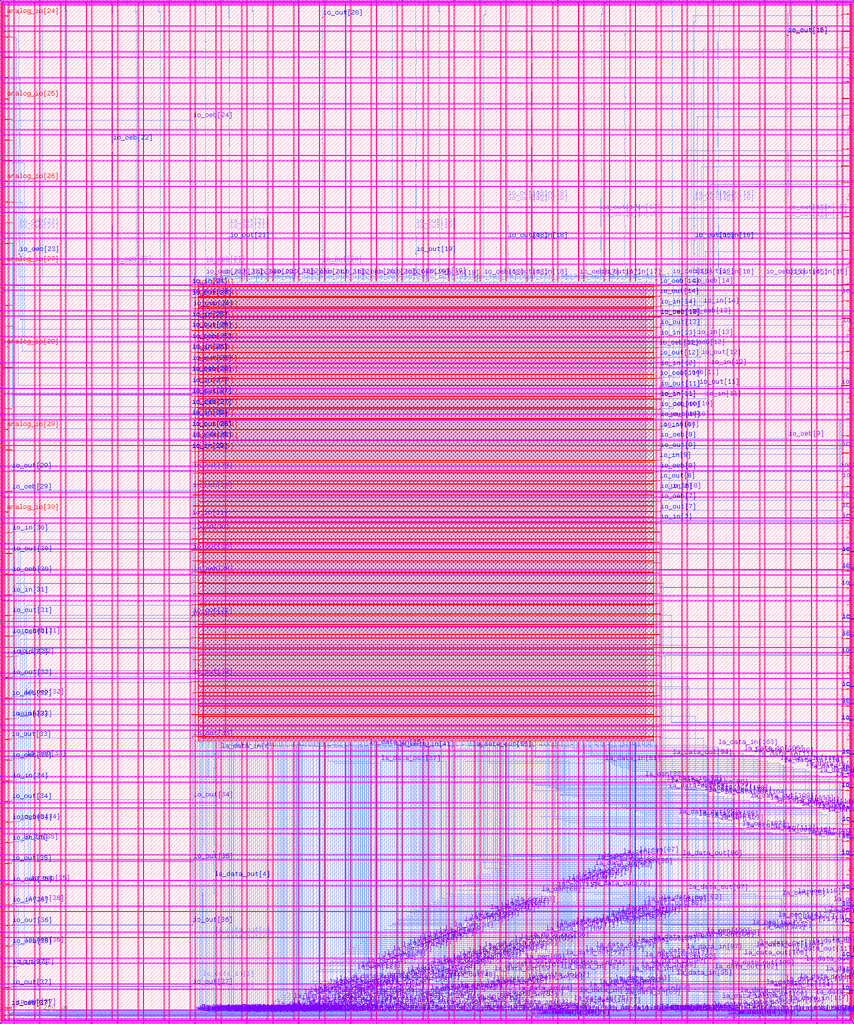
<source format=lef>
VERSION 5.7 ;
  NOWIREEXTENSIONATPIN ON ;
  DIVIDERCHAR "/" ;
  BUSBITCHARS "[]" ;
MACRO user_project_wrapper
  CLASS BLOCK ;
  FOREIGN user_project_wrapper ;
  ORIGIN 0.000 0.000 ;
  SIZE 2920.000 BY 3520.000 ;
  PIN analog_io[0]
    DIRECTION INOUT ;
    PORT
      LAYER met3 ;
        RECT 2917.600 28.980 2924.800 30.180 ;
    END
  END analog_io[0]
  PIN analog_io[10]
    DIRECTION INOUT ;
    PORT
      LAYER met3 ;
        RECT 2917.600 2374.980 2924.800 2376.180 ;
    END
  END analog_io[10]
  PIN analog_io[11]
    DIRECTION INOUT ;
    PORT
      LAYER met3 ;
        RECT 2917.600 2609.580 2924.800 2610.780 ;
    END
  END analog_io[11]
  PIN analog_io[12]
    DIRECTION INOUT ;
    PORT
      LAYER met3 ;
        RECT 2917.600 2844.180 2924.800 2845.380 ;
    END
  END analog_io[12]
  PIN analog_io[13]
    DIRECTION INOUT ;
    PORT
      LAYER met3 ;
        RECT 2917.600 3078.780 2924.800 3079.980 ;
    END
  END analog_io[13]
  PIN analog_io[14]
    DIRECTION INOUT ;
    PORT
      LAYER met3 ;
        RECT 2917.600 3313.380 2924.800 3314.580 ;
    END
  END analog_io[14]
  PIN analog_io[15]
    DIRECTION INOUT ;
    PORT
      LAYER met2 ;
        RECT 2879.090 3517.600 2879.650 3524.800 ;
    END
  END analog_io[15]
  PIN analog_io[16]
    DIRECTION INOUT ;
    PORT
      LAYER met2 ;
        RECT 2554.790 3517.600 2555.350 3524.800 ;
    END
  END analog_io[16]
  PIN analog_io[17]
    DIRECTION INOUT ;
    PORT
      LAYER met2 ;
        RECT 2230.490 3517.600 2231.050 3524.800 ;
    END
  END analog_io[17]
  PIN analog_io[18]
    DIRECTION INOUT ;
    PORT
      LAYER met2 ;
        RECT 1905.730 3517.600 1906.290 3524.800 ;
    END
  END analog_io[18]
  PIN analog_io[19]
    DIRECTION INOUT ;
    PORT
      LAYER met2 ;
        RECT 1581.430 3517.600 1581.990 3524.800 ;
    END
  END analog_io[19]
  PIN analog_io[1]
    DIRECTION INOUT ;
    PORT
      LAYER met3 ;
        RECT 2917.600 263.580 2924.800 264.780 ;
    END
  END analog_io[1]
  PIN analog_io[20]
    DIRECTION INOUT ;
    PORT
      LAYER met2 ;
        RECT 1257.130 3517.600 1257.690 3524.800 ;
    END
  END analog_io[20]
  PIN analog_io[21]
    DIRECTION INOUT ;
    PORT
      LAYER met2 ;
        RECT 932.370 3517.600 932.930 3524.800 ;
    END
  END analog_io[21]
  PIN analog_io[22]
    DIRECTION INOUT ;
    PORT
      LAYER met2 ;
        RECT 608.070 3517.600 608.630 3524.800 ;
    END
  END analog_io[22]
  PIN analog_io[23]
    DIRECTION INOUT ;
    PORT
      LAYER met2 ;
        RECT 283.770 3517.600 284.330 3524.800 ;
    END
  END analog_io[23]
  PIN analog_io[24]
    DIRECTION INOUT ;
    PORT
      LAYER met3 ;
        RECT -4.800 3482.700 2.400 3483.900 ;
    END
  END analog_io[24]
  PIN analog_io[25]
    DIRECTION INOUT ;
    PORT
      LAYER met3 ;
        RECT -4.800 3195.060 2.400 3196.260 ;
    END
  END analog_io[25]
  PIN analog_io[26]
    DIRECTION INOUT ;
    PORT
      LAYER met3 ;
        RECT -4.800 2908.100 2.400 2909.300 ;
    END
  END analog_io[26]
  PIN analog_io[27]
    DIRECTION INOUT ;
    PORT
      LAYER met3 ;
        RECT -4.800 2620.460 2.400 2621.660 ;
    END
  END analog_io[27]
  PIN analog_io[28]
    DIRECTION INOUT ;
    PORT
      LAYER met3 ;
        RECT -4.800 2333.500 2.400 2334.700 ;
    END
  END analog_io[28]
  PIN analog_io[29]
    DIRECTION INOUT ;
    PORT
      LAYER met3 ;
        RECT -4.800 2045.860 2.400 2047.060 ;
    END
  END analog_io[29]
  PIN analog_io[2]
    DIRECTION INOUT ;
    PORT
      LAYER met3 ;
        RECT 2917.600 498.180 2924.800 499.380 ;
    END
  END analog_io[2]
  PIN analog_io[30]
    DIRECTION INOUT ;
    PORT
      LAYER met3 ;
        RECT -4.800 1758.900 2.400 1760.100 ;
    END
  END analog_io[30]
  PIN analog_io[3]
    DIRECTION INOUT ;
    PORT
      LAYER met3 ;
        RECT 2917.600 732.780 2924.800 733.980 ;
    END
  END analog_io[3]
  PIN analog_io[4]
    DIRECTION INOUT ;
    PORT
      LAYER met3 ;
        RECT 2917.600 967.380 2924.800 968.580 ;
    END
  END analog_io[4]
  PIN analog_io[5]
    DIRECTION INOUT ;
    PORT
      LAYER met3 ;
        RECT 2917.600 1201.980 2924.800 1203.180 ;
    END
  END analog_io[5]
  PIN analog_io[6]
    DIRECTION INOUT ;
    PORT
      LAYER met3 ;
        RECT 2917.600 1436.580 2924.800 1437.780 ;
    END
  END analog_io[6]
  PIN analog_io[7]
    DIRECTION INOUT ;
    PORT
      LAYER met3 ;
        RECT 2917.600 1671.180 2924.800 1672.380 ;
    END
  END analog_io[7]
  PIN analog_io[8]
    DIRECTION INOUT ;
    PORT
      LAYER met3 ;
        RECT 2917.600 1905.780 2924.800 1906.980 ;
    END
  END analog_io[8]
  PIN analog_io[9]
    DIRECTION INOUT ;
    PORT
      LAYER met3 ;
        RECT 2917.600 2140.380 2924.800 2141.580 ;
    END
  END analog_io[9]
  PIN io_in[0]
    DIRECTION INPUT ;
    PORT
      LAYER met1 ;
        RECT 2269.710 972.980 2270.030 973.040 ;
        RECT 2418.290 972.980 2418.610 973.040 ;
        RECT 2269.710 972.840 2418.610 972.980 ;
        RECT 2269.710 972.780 2270.030 972.840 ;
        RECT 2418.290 972.780 2418.610 972.840 ;
        RECT 2418.290 89.660 2418.610 89.720 ;
        RECT 2898.990 89.660 2899.310 89.720 ;
        RECT 2418.290 89.520 2899.310 89.660 ;
        RECT 2418.290 89.460 2418.610 89.520 ;
        RECT 2898.990 89.460 2899.310 89.520 ;
      LAYER via ;
        RECT 2269.740 972.780 2270.000 973.040 ;
        RECT 2418.320 972.780 2418.580 973.040 ;
        RECT 2418.320 89.460 2418.580 89.720 ;
        RECT 2899.020 89.460 2899.280 89.720 ;
      LAYER met2 ;
        RECT 2269.730 977.995 2270.010 978.365 ;
        RECT 2269.800 973.070 2269.940 977.995 ;
        RECT 2269.740 972.750 2270.000 973.070 ;
        RECT 2418.320 972.750 2418.580 973.070 ;
        RECT 2418.380 89.750 2418.520 972.750 ;
        RECT 2418.320 89.430 2418.580 89.750 ;
        RECT 2899.020 89.430 2899.280 89.750 ;
        RECT 2899.080 88.245 2899.220 89.430 ;
        RECT 2899.010 87.875 2899.290 88.245 ;
      LAYER via2 ;
        RECT 2269.730 978.040 2270.010 978.320 ;
        RECT 2899.010 87.920 2899.290 88.200 ;
      LAYER met3 ;
        RECT 2269.705 978.330 2270.035 978.345 ;
        RECT 2250.780 978.320 2270.035 978.330 ;
        RECT 2247.465 978.030 2270.035 978.320 ;
        RECT 2247.465 977.720 2251.465 978.030 ;
        RECT 2269.705 978.015 2270.035 978.030 ;
        RECT 2898.985 88.210 2899.315 88.225 ;
        RECT 2917.600 88.210 2924.800 88.660 ;
        RECT 2898.985 87.910 2924.800 88.210 ;
        RECT 2898.985 87.895 2899.315 87.910 ;
        RECT 2917.600 87.460 2924.800 87.910 ;
    END
  END io_in[0]
  PIN io_in[10]
    DIRECTION INPUT ;
    PORT
      LAYER met1 ;
        RECT 2280.290 2429.200 2280.610 2429.260 ;
        RECT 2900.830 2429.200 2901.150 2429.260 ;
        RECT 2280.290 2429.060 2901.150 2429.200 ;
        RECT 2280.290 2429.000 2280.610 2429.060 ;
        RECT 2900.830 2429.000 2901.150 2429.060 ;
        RECT 2266.950 2047.040 2267.270 2047.100 ;
        RECT 2280.290 2047.040 2280.610 2047.100 ;
        RECT 2266.950 2046.900 2280.610 2047.040 ;
        RECT 2266.950 2046.840 2267.270 2046.900 ;
        RECT 2280.290 2046.840 2280.610 2046.900 ;
      LAYER via ;
        RECT 2280.320 2429.000 2280.580 2429.260 ;
        RECT 2900.860 2429.000 2901.120 2429.260 ;
        RECT 2266.980 2046.840 2267.240 2047.100 ;
        RECT 2280.320 2046.840 2280.580 2047.100 ;
      LAYER met2 ;
        RECT 2900.850 2433.875 2901.130 2434.245 ;
        RECT 2900.920 2429.290 2901.060 2433.875 ;
        RECT 2280.320 2428.970 2280.580 2429.290 ;
        RECT 2900.860 2428.970 2901.120 2429.290 ;
        RECT 2280.380 2047.130 2280.520 2428.970 ;
        RECT 2266.980 2046.810 2267.240 2047.130 ;
        RECT 2280.320 2046.810 2280.580 2047.130 ;
        RECT 2267.040 2045.965 2267.180 2046.810 ;
        RECT 2266.970 2045.595 2267.250 2045.965 ;
      LAYER via2 ;
        RECT 2900.850 2433.920 2901.130 2434.200 ;
        RECT 2266.970 2045.640 2267.250 2045.920 ;
      LAYER met3 ;
        RECT 2900.825 2434.210 2901.155 2434.225 ;
        RECT 2917.600 2434.210 2924.800 2434.660 ;
        RECT 2900.825 2433.910 2924.800 2434.210 ;
        RECT 2900.825 2433.895 2901.155 2433.910 ;
        RECT 2917.600 2433.460 2924.800 2433.910 ;
        RECT 2266.945 2045.930 2267.275 2045.945 ;
        RECT 2250.780 2045.920 2267.275 2045.930 ;
        RECT 2247.465 2045.630 2267.275 2045.920 ;
        RECT 2247.465 2045.320 2251.465 2045.630 ;
        RECT 2266.945 2045.615 2267.275 2045.630 ;
    END
  END io_in[10]
  PIN io_in[11]
    DIRECTION INPUT ;
    PORT
      LAYER met1 ;
        RECT 2425.190 2663.800 2425.510 2663.860 ;
        RECT 2900.830 2663.800 2901.150 2663.860 ;
        RECT 2425.190 2663.660 2901.150 2663.800 ;
        RECT 2425.190 2663.600 2425.510 2663.660 ;
        RECT 2900.830 2663.600 2901.150 2663.660 ;
        RECT 2269.710 2152.780 2270.030 2152.840 ;
        RECT 2425.190 2152.780 2425.510 2152.840 ;
        RECT 2269.710 2152.640 2425.510 2152.780 ;
        RECT 2269.710 2152.580 2270.030 2152.640 ;
        RECT 2425.190 2152.580 2425.510 2152.640 ;
      LAYER via ;
        RECT 2425.220 2663.600 2425.480 2663.860 ;
        RECT 2900.860 2663.600 2901.120 2663.860 ;
        RECT 2269.740 2152.580 2270.000 2152.840 ;
        RECT 2425.220 2152.580 2425.480 2152.840 ;
      LAYER met2 ;
        RECT 2900.850 2669.155 2901.130 2669.525 ;
        RECT 2900.920 2663.890 2901.060 2669.155 ;
        RECT 2425.220 2663.570 2425.480 2663.890 ;
        RECT 2900.860 2663.570 2901.120 2663.890 ;
        RECT 2425.280 2152.870 2425.420 2663.570 ;
        RECT 2269.740 2152.725 2270.000 2152.870 ;
        RECT 2269.730 2152.355 2270.010 2152.725 ;
        RECT 2425.220 2152.550 2425.480 2152.870 ;
      LAYER via2 ;
        RECT 2900.850 2669.200 2901.130 2669.480 ;
        RECT 2269.730 2152.400 2270.010 2152.680 ;
      LAYER met3 ;
        RECT 2900.825 2669.490 2901.155 2669.505 ;
        RECT 2917.600 2669.490 2924.800 2669.940 ;
        RECT 2900.825 2669.190 2924.800 2669.490 ;
        RECT 2900.825 2669.175 2901.155 2669.190 ;
        RECT 2917.600 2668.740 2924.800 2669.190 ;
        RECT 2269.705 2152.690 2270.035 2152.705 ;
        RECT 2250.780 2152.680 2270.035 2152.690 ;
        RECT 2247.465 2152.390 2270.035 2152.680 ;
        RECT 2247.465 2152.080 2251.465 2152.390 ;
        RECT 2269.705 2152.375 2270.035 2152.390 ;
    END
  END io_in[11]
  PIN io_in[12]
    DIRECTION INPUT ;
    PORT
      LAYER met1 ;
        RECT 2445.890 2898.400 2446.210 2898.460 ;
        RECT 2900.830 2898.400 2901.150 2898.460 ;
        RECT 2445.890 2898.260 2901.150 2898.400 ;
        RECT 2445.890 2898.200 2446.210 2898.260 ;
        RECT 2900.830 2898.200 2901.150 2898.260 ;
        RECT 2269.710 2262.940 2270.030 2263.000 ;
        RECT 2445.890 2262.940 2446.210 2263.000 ;
        RECT 2269.710 2262.800 2446.210 2262.940 ;
        RECT 2269.710 2262.740 2270.030 2262.800 ;
        RECT 2445.890 2262.740 2446.210 2262.800 ;
      LAYER via ;
        RECT 2445.920 2898.200 2446.180 2898.460 ;
        RECT 2900.860 2898.200 2901.120 2898.460 ;
        RECT 2269.740 2262.740 2270.000 2263.000 ;
        RECT 2445.920 2262.740 2446.180 2263.000 ;
      LAYER met2 ;
        RECT 2900.850 2903.755 2901.130 2904.125 ;
        RECT 2900.920 2898.490 2901.060 2903.755 ;
        RECT 2445.920 2898.170 2446.180 2898.490 ;
        RECT 2900.860 2898.170 2901.120 2898.490 ;
        RECT 2445.980 2263.030 2446.120 2898.170 ;
        RECT 2269.740 2262.710 2270.000 2263.030 ;
        RECT 2445.920 2262.710 2446.180 2263.030 ;
        RECT 2269.800 2259.485 2269.940 2262.710 ;
        RECT 2269.730 2259.115 2270.010 2259.485 ;
      LAYER via2 ;
        RECT 2900.850 2903.800 2901.130 2904.080 ;
        RECT 2269.730 2259.160 2270.010 2259.440 ;
      LAYER met3 ;
        RECT 2900.825 2904.090 2901.155 2904.105 ;
        RECT 2917.600 2904.090 2924.800 2904.540 ;
        RECT 2900.825 2903.790 2924.800 2904.090 ;
        RECT 2900.825 2903.775 2901.155 2903.790 ;
        RECT 2917.600 2903.340 2924.800 2903.790 ;
        RECT 2269.705 2259.450 2270.035 2259.465 ;
        RECT 2250.780 2259.440 2270.035 2259.450 ;
        RECT 2247.465 2259.150 2270.035 2259.440 ;
        RECT 2247.465 2258.840 2251.465 2259.150 ;
        RECT 2269.705 2259.135 2270.035 2259.150 ;
    END
  END io_in[12]
  PIN io_in[13]
    DIRECTION INPUT ;
    PORT
      LAYER met1 ;
        RECT 2397.590 3133.000 2397.910 3133.060 ;
        RECT 2900.830 3133.000 2901.150 3133.060 ;
        RECT 2397.590 3132.860 2901.150 3133.000 ;
        RECT 2397.590 3132.800 2397.910 3132.860 ;
        RECT 2900.830 3132.800 2901.150 3132.860 ;
        RECT 2269.710 2366.640 2270.030 2366.700 ;
        RECT 2397.590 2366.640 2397.910 2366.700 ;
        RECT 2269.710 2366.500 2397.910 2366.640 ;
        RECT 2269.710 2366.440 2270.030 2366.500 ;
        RECT 2397.590 2366.440 2397.910 2366.500 ;
      LAYER via ;
        RECT 2397.620 3132.800 2397.880 3133.060 ;
        RECT 2900.860 3132.800 2901.120 3133.060 ;
        RECT 2269.740 2366.440 2270.000 2366.700 ;
        RECT 2397.620 2366.440 2397.880 2366.700 ;
      LAYER met2 ;
        RECT 2900.850 3138.355 2901.130 3138.725 ;
        RECT 2900.920 3133.090 2901.060 3138.355 ;
        RECT 2397.620 3132.770 2397.880 3133.090 ;
        RECT 2900.860 3132.770 2901.120 3133.090 ;
        RECT 2397.680 2366.730 2397.820 3132.770 ;
        RECT 2269.740 2366.410 2270.000 2366.730 ;
        RECT 2397.620 2366.410 2397.880 2366.730 ;
        RECT 2269.800 2366.245 2269.940 2366.410 ;
        RECT 2269.730 2365.875 2270.010 2366.245 ;
      LAYER via2 ;
        RECT 2900.850 3138.400 2901.130 3138.680 ;
        RECT 2269.730 2365.920 2270.010 2366.200 ;
      LAYER met3 ;
        RECT 2900.825 3138.690 2901.155 3138.705 ;
        RECT 2917.600 3138.690 2924.800 3139.140 ;
        RECT 2900.825 3138.390 2924.800 3138.690 ;
        RECT 2900.825 3138.375 2901.155 3138.390 ;
        RECT 2917.600 3137.940 2924.800 3138.390 ;
        RECT 2269.705 2366.210 2270.035 2366.225 ;
        RECT 2250.780 2366.200 2270.035 2366.210 ;
        RECT 2247.465 2365.910 2270.035 2366.200 ;
        RECT 2247.465 2365.600 2251.465 2365.910 ;
        RECT 2269.705 2365.895 2270.035 2365.910 ;
    END
  END io_in[13]
  PIN io_in[14]
    DIRECTION INPUT ;
    PORT
      LAYER met1 ;
        RECT 2418.290 3367.600 2418.610 3367.660 ;
        RECT 2900.830 3367.600 2901.150 3367.660 ;
        RECT 2418.290 3367.460 2901.150 3367.600 ;
        RECT 2418.290 3367.400 2418.610 3367.460 ;
        RECT 2900.830 3367.400 2901.150 3367.460 ;
        RECT 2269.710 2477.140 2270.030 2477.200 ;
        RECT 2418.290 2477.140 2418.610 2477.200 ;
        RECT 2269.710 2477.000 2418.610 2477.140 ;
        RECT 2269.710 2476.940 2270.030 2477.000 ;
        RECT 2418.290 2476.940 2418.610 2477.000 ;
      LAYER via ;
        RECT 2418.320 3367.400 2418.580 3367.660 ;
        RECT 2900.860 3367.400 2901.120 3367.660 ;
        RECT 2269.740 2476.940 2270.000 2477.200 ;
        RECT 2418.320 2476.940 2418.580 2477.200 ;
      LAYER met2 ;
        RECT 2900.850 3372.955 2901.130 3373.325 ;
        RECT 2900.920 3367.690 2901.060 3372.955 ;
        RECT 2418.320 3367.370 2418.580 3367.690 ;
        RECT 2900.860 3367.370 2901.120 3367.690 ;
        RECT 2418.380 2477.230 2418.520 3367.370 ;
        RECT 2269.740 2476.910 2270.000 2477.230 ;
        RECT 2418.320 2476.910 2418.580 2477.230 ;
        RECT 2269.800 2473.005 2269.940 2476.910 ;
        RECT 2269.730 2472.635 2270.010 2473.005 ;
      LAYER via2 ;
        RECT 2900.850 3373.000 2901.130 3373.280 ;
        RECT 2269.730 2472.680 2270.010 2472.960 ;
      LAYER met3 ;
        RECT 2900.825 3373.290 2901.155 3373.305 ;
        RECT 2917.600 3373.290 2924.800 3373.740 ;
        RECT 2900.825 3372.990 2924.800 3373.290 ;
        RECT 2900.825 3372.975 2901.155 3372.990 ;
        RECT 2917.600 3372.540 2924.800 3372.990 ;
        RECT 2269.705 2472.970 2270.035 2472.985 ;
        RECT 2250.780 2472.960 2270.035 2472.970 ;
        RECT 2247.465 2472.670 2270.035 2472.960 ;
        RECT 2247.465 2472.360 2251.465 2472.670 ;
        RECT 2269.705 2472.655 2270.035 2472.670 ;
    END
  END io_in[14]
  PIN io_in[15]
    DIRECTION INPUT ;
    PORT
      LAYER li1 ;
        RECT 2796.485 3332.765 2796.655 3415.555 ;
        RECT 2795.565 3008.405 2795.735 3042.915 ;
        RECT 2796.485 2946.525 2796.655 2994.635 ;
        RECT 2795.105 2753.065 2795.275 2801.175 ;
      LAYER mcon ;
        RECT 2796.485 3415.385 2796.655 3415.555 ;
        RECT 2795.565 3042.745 2795.735 3042.915 ;
        RECT 2796.485 2994.465 2796.655 2994.635 ;
        RECT 2795.105 2801.005 2795.275 2801.175 ;
      LAYER met1 ;
        RECT 2794.570 3422.340 2794.890 3422.400 ;
        RECT 2798.250 3422.340 2798.570 3422.400 ;
        RECT 2794.570 3422.200 2798.570 3422.340 ;
        RECT 2794.570 3422.140 2794.890 3422.200 ;
        RECT 2798.250 3422.140 2798.570 3422.200 ;
        RECT 2794.570 3415.540 2794.890 3415.600 ;
        RECT 2796.425 3415.540 2796.715 3415.585 ;
        RECT 2794.570 3415.400 2796.715 3415.540 ;
        RECT 2794.570 3415.340 2794.890 3415.400 ;
        RECT 2796.425 3415.355 2796.715 3415.400 ;
        RECT 2796.425 3332.920 2796.715 3332.965 ;
        RECT 2796.870 3332.920 2797.190 3332.980 ;
        RECT 2796.425 3332.780 2797.190 3332.920 ;
        RECT 2796.425 3332.735 2796.715 3332.780 ;
        RECT 2796.870 3332.720 2797.190 3332.780 ;
        RECT 2795.490 3236.360 2795.810 3236.420 ;
        RECT 2795.950 3236.360 2796.270 3236.420 ;
        RECT 2795.490 3236.220 2796.270 3236.360 ;
        RECT 2795.490 3236.160 2795.810 3236.220 ;
        RECT 2795.950 3236.160 2796.270 3236.220 ;
        RECT 2795.490 3202.020 2795.810 3202.080 ;
        RECT 2795.950 3202.020 2796.270 3202.080 ;
        RECT 2795.490 3201.880 2796.270 3202.020 ;
        RECT 2795.490 3201.820 2795.810 3201.880 ;
        RECT 2795.950 3201.820 2796.270 3201.880 ;
        RECT 2795.030 3153.400 2795.350 3153.460 ;
        RECT 2795.950 3153.400 2796.270 3153.460 ;
        RECT 2795.030 3153.260 2796.270 3153.400 ;
        RECT 2795.030 3153.200 2795.350 3153.260 ;
        RECT 2795.950 3153.200 2796.270 3153.260 ;
        RECT 2795.030 3056.840 2795.350 3056.900 ;
        RECT 2795.950 3056.840 2796.270 3056.900 ;
        RECT 2795.030 3056.700 2796.270 3056.840 ;
        RECT 2795.030 3056.640 2795.350 3056.700 ;
        RECT 2795.950 3056.640 2796.270 3056.700 ;
        RECT 2795.490 3042.900 2795.810 3042.960 ;
        RECT 2795.295 3042.760 2795.810 3042.900 ;
        RECT 2795.490 3042.700 2795.810 3042.760 ;
        RECT 2795.505 3008.560 2795.795 3008.605 ;
        RECT 2796.410 3008.560 2796.730 3008.620 ;
        RECT 2795.505 3008.420 2796.730 3008.560 ;
        RECT 2795.505 3008.375 2795.795 3008.420 ;
        RECT 2796.410 3008.360 2796.730 3008.420 ;
        RECT 2796.410 2994.620 2796.730 2994.680 ;
        RECT 2796.215 2994.480 2796.730 2994.620 ;
        RECT 2796.410 2994.420 2796.730 2994.480 ;
        RECT 2796.425 2946.680 2796.715 2946.725 ;
        RECT 2796.870 2946.680 2797.190 2946.740 ;
        RECT 2796.425 2946.540 2797.190 2946.680 ;
        RECT 2796.425 2946.495 2796.715 2946.540 ;
        RECT 2796.870 2946.480 2797.190 2946.540 ;
        RECT 2796.870 2912.340 2797.190 2912.400 ;
        RECT 2796.500 2912.200 2797.190 2912.340 ;
        RECT 2796.500 2911.720 2796.640 2912.200 ;
        RECT 2796.870 2912.140 2797.190 2912.200 ;
        RECT 2796.410 2911.460 2796.730 2911.720 ;
        RECT 2795.030 2815.580 2795.350 2815.840 ;
        RECT 2795.120 2815.160 2795.260 2815.580 ;
        RECT 2795.030 2814.900 2795.350 2815.160 ;
        RECT 2795.030 2801.160 2795.350 2801.220 ;
        RECT 2794.835 2801.020 2795.350 2801.160 ;
        RECT 2795.030 2800.960 2795.350 2801.020 ;
        RECT 2795.045 2753.220 2795.335 2753.265 ;
        RECT 2795.950 2753.220 2796.270 2753.280 ;
        RECT 2795.045 2753.080 2796.270 2753.220 ;
        RECT 2795.045 2753.035 2795.335 2753.080 ;
        RECT 2795.950 2753.020 2796.270 2753.080 ;
        RECT 2795.030 2718.200 2795.350 2718.260 ;
        RECT 2795.950 2718.200 2796.270 2718.260 ;
        RECT 2795.030 2718.060 2796.270 2718.200 ;
        RECT 2795.030 2718.000 2795.350 2718.060 ;
        RECT 2795.950 2718.000 2796.270 2718.060 ;
        RECT 2221.870 2577.100 2222.190 2577.160 ;
        RECT 2795.950 2577.100 2796.270 2577.160 ;
        RECT 2221.870 2576.960 2796.270 2577.100 ;
        RECT 2221.870 2576.900 2222.190 2576.960 ;
        RECT 2795.950 2576.900 2796.270 2576.960 ;
      LAYER via ;
        RECT 2794.600 3422.140 2794.860 3422.400 ;
        RECT 2798.280 3422.140 2798.540 3422.400 ;
        RECT 2794.600 3415.340 2794.860 3415.600 ;
        RECT 2796.900 3332.720 2797.160 3332.980 ;
        RECT 2795.520 3236.160 2795.780 3236.420 ;
        RECT 2795.980 3236.160 2796.240 3236.420 ;
        RECT 2795.520 3201.820 2795.780 3202.080 ;
        RECT 2795.980 3201.820 2796.240 3202.080 ;
        RECT 2795.060 3153.200 2795.320 3153.460 ;
        RECT 2795.980 3153.200 2796.240 3153.460 ;
        RECT 2795.060 3056.640 2795.320 3056.900 ;
        RECT 2795.980 3056.640 2796.240 3056.900 ;
        RECT 2795.520 3042.700 2795.780 3042.960 ;
        RECT 2796.440 3008.360 2796.700 3008.620 ;
        RECT 2796.440 2994.420 2796.700 2994.680 ;
        RECT 2796.900 2946.480 2797.160 2946.740 ;
        RECT 2796.900 2912.140 2797.160 2912.400 ;
        RECT 2796.440 2911.460 2796.700 2911.720 ;
        RECT 2795.060 2815.580 2795.320 2815.840 ;
        RECT 2795.060 2814.900 2795.320 2815.160 ;
        RECT 2795.060 2800.960 2795.320 2801.220 ;
        RECT 2795.980 2753.020 2796.240 2753.280 ;
        RECT 2795.060 2718.000 2795.320 2718.260 ;
        RECT 2795.980 2718.000 2796.240 2718.260 ;
        RECT 2221.900 2576.900 2222.160 2577.160 ;
        RECT 2795.980 2576.900 2796.240 2577.160 ;
      LAYER met2 ;
        RECT 2798.130 3517.600 2798.690 3524.800 ;
        RECT 2798.340 3422.430 2798.480 3517.600 ;
        RECT 2794.600 3422.110 2794.860 3422.430 ;
        RECT 2798.280 3422.110 2798.540 3422.430 ;
        RECT 2794.660 3415.630 2794.800 3422.110 ;
        RECT 2794.600 3415.310 2794.860 3415.630 ;
        RECT 2796.900 3332.690 2797.160 3333.010 ;
        RECT 2796.960 3298.410 2797.100 3332.690 ;
        RECT 2796.040 3298.270 2797.100 3298.410 ;
        RECT 2796.040 3236.450 2796.180 3298.270 ;
        RECT 2795.520 3236.130 2795.780 3236.450 ;
        RECT 2795.980 3236.130 2796.240 3236.450 ;
        RECT 2795.580 3202.110 2795.720 3236.130 ;
        RECT 2795.520 3201.790 2795.780 3202.110 ;
        RECT 2795.980 3201.790 2796.240 3202.110 ;
        RECT 2796.040 3153.490 2796.180 3201.790 ;
        RECT 2795.060 3153.170 2795.320 3153.490 ;
        RECT 2795.980 3153.170 2796.240 3153.490 ;
        RECT 2795.120 3152.890 2795.260 3153.170 ;
        RECT 2795.120 3152.750 2795.720 3152.890 ;
        RECT 2795.580 3105.290 2795.720 3152.750 ;
        RECT 2795.580 3105.150 2796.180 3105.290 ;
        RECT 2796.040 3056.930 2796.180 3105.150 ;
        RECT 2795.060 3056.610 2795.320 3056.930 ;
        RECT 2795.980 3056.610 2796.240 3056.930 ;
        RECT 2795.120 3056.330 2795.260 3056.610 ;
        RECT 2795.120 3056.190 2795.720 3056.330 ;
        RECT 2795.580 3042.990 2795.720 3056.190 ;
        RECT 2795.520 3042.670 2795.780 3042.990 ;
        RECT 2796.440 3008.330 2796.700 3008.650 ;
        RECT 2796.500 2994.710 2796.640 3008.330 ;
        RECT 2796.440 2994.390 2796.700 2994.710 ;
        RECT 2796.900 2946.450 2797.160 2946.770 ;
        RECT 2796.960 2912.430 2797.100 2946.450 ;
        RECT 2796.900 2912.110 2797.160 2912.430 ;
        RECT 2796.440 2911.430 2796.700 2911.750 ;
        RECT 2796.500 2863.210 2796.640 2911.430 ;
        RECT 2795.580 2863.070 2796.640 2863.210 ;
        RECT 2795.580 2849.610 2795.720 2863.070 ;
        RECT 2795.120 2849.470 2795.720 2849.610 ;
        RECT 2795.120 2815.870 2795.260 2849.470 ;
        RECT 2795.060 2815.550 2795.320 2815.870 ;
        RECT 2795.060 2814.870 2795.320 2815.190 ;
        RECT 2795.120 2801.250 2795.260 2814.870 ;
        RECT 2795.060 2800.930 2795.320 2801.250 ;
        RECT 2795.980 2752.990 2796.240 2753.310 ;
        RECT 2796.040 2718.290 2796.180 2752.990 ;
        RECT 2795.060 2717.970 2795.320 2718.290 ;
        RECT 2795.980 2717.970 2796.240 2718.290 ;
        RECT 2795.120 2670.090 2795.260 2717.970 ;
        RECT 2795.120 2669.950 2795.720 2670.090 ;
        RECT 2795.580 2622.490 2795.720 2669.950 ;
        RECT 2795.580 2622.350 2796.180 2622.490 ;
        RECT 2796.040 2577.190 2796.180 2622.350 ;
        RECT 2221.900 2576.870 2222.160 2577.190 ;
        RECT 2795.980 2576.870 2796.240 2577.190 ;
        RECT 2221.960 2562.185 2222.100 2576.870 ;
        RECT 2221.790 2561.900 2222.100 2562.185 ;
        RECT 2221.790 2558.185 2222.070 2561.900 ;
    END
  END io_in[15]
  PIN io_in[16]
    DIRECTION INPUT ;
    PORT
      LAYER li1 ;
        RECT 2470.345 3332.765 2470.515 3380.875 ;
        RECT 2470.805 2815.285 2470.975 2849.455 ;
      LAYER mcon ;
        RECT 2470.345 3380.705 2470.515 3380.875 ;
        RECT 2470.805 2849.285 2470.975 2849.455 ;
      LAYER met1 ;
        RECT 2471.190 3429.480 2471.510 3429.540 ;
        RECT 2474.410 3429.480 2474.730 3429.540 ;
        RECT 2471.190 3429.340 2474.730 3429.480 ;
        RECT 2471.190 3429.280 2471.510 3429.340 ;
        RECT 2474.410 3429.280 2474.730 3429.340 ;
        RECT 2470.270 3380.860 2470.590 3380.920 ;
        RECT 2470.075 3380.720 2470.590 3380.860 ;
        RECT 2470.270 3380.660 2470.590 3380.720 ;
        RECT 2470.285 3332.920 2470.575 3332.965 ;
        RECT 2470.730 3332.920 2471.050 3332.980 ;
        RECT 2470.285 3332.780 2471.050 3332.920 ;
        RECT 2470.285 3332.735 2470.575 3332.780 ;
        RECT 2470.730 3332.720 2471.050 3332.780 ;
        RECT 2470.270 3270.700 2470.590 3270.760 ;
        RECT 2471.190 3270.700 2471.510 3270.760 ;
        RECT 2470.270 3270.560 2471.510 3270.700 ;
        RECT 2470.270 3270.500 2470.590 3270.560 ;
        RECT 2471.190 3270.500 2471.510 3270.560 ;
        RECT 2470.270 3174.140 2470.590 3174.200 ;
        RECT 2471.190 3174.140 2471.510 3174.200 ;
        RECT 2470.270 3174.000 2471.510 3174.140 ;
        RECT 2470.270 3173.940 2470.590 3174.000 ;
        RECT 2471.190 3173.940 2471.510 3174.000 ;
        RECT 2470.270 3077.580 2470.590 3077.640 ;
        RECT 2471.190 3077.580 2471.510 3077.640 ;
        RECT 2470.270 3077.440 2471.510 3077.580 ;
        RECT 2470.270 3077.380 2470.590 3077.440 ;
        RECT 2471.190 3077.380 2471.510 3077.440 ;
        RECT 2470.270 2981.020 2470.590 2981.080 ;
        RECT 2471.190 2981.020 2471.510 2981.080 ;
        RECT 2470.270 2980.880 2471.510 2981.020 ;
        RECT 2470.270 2980.820 2470.590 2980.880 ;
        RECT 2471.190 2980.820 2471.510 2980.880 ;
        RECT 2469.350 2946.340 2469.670 2946.400 ;
        RECT 2470.730 2946.340 2471.050 2946.400 ;
        RECT 2469.350 2946.200 2471.050 2946.340 ;
        RECT 2469.350 2946.140 2469.670 2946.200 ;
        RECT 2470.730 2946.140 2471.050 2946.200 ;
        RECT 2470.730 2849.440 2471.050 2849.500 ;
        RECT 2470.535 2849.300 2471.050 2849.440 ;
        RECT 2470.730 2849.240 2471.050 2849.300 ;
        RECT 2470.745 2815.440 2471.035 2815.485 ;
        RECT 2471.650 2815.440 2471.970 2815.500 ;
        RECT 2470.745 2815.300 2471.970 2815.440 ;
        RECT 2470.745 2815.255 2471.035 2815.300 ;
        RECT 2471.650 2815.240 2471.970 2815.300 ;
        RECT 2470.730 2753.220 2471.050 2753.280 ;
        RECT 2472.110 2753.220 2472.430 2753.280 ;
        RECT 2470.730 2753.080 2472.430 2753.220 ;
        RECT 2470.730 2753.020 2471.050 2753.080 ;
        RECT 2472.110 2753.020 2472.430 2753.080 ;
        RECT 2472.110 2719.220 2472.430 2719.280 ;
        RECT 2471.740 2719.080 2472.430 2719.220 ;
        RECT 2471.740 2718.600 2471.880 2719.080 ;
        RECT 2472.110 2719.020 2472.430 2719.080 ;
        RECT 2471.650 2718.340 2471.970 2718.600 ;
        RECT 2470.730 2656.660 2471.050 2656.720 ;
        RECT 2472.110 2656.660 2472.430 2656.720 ;
        RECT 2470.730 2656.520 2472.430 2656.660 ;
        RECT 2470.730 2656.460 2471.050 2656.520 ;
        RECT 2472.110 2656.460 2472.430 2656.520 ;
        RECT 2471.190 2608.380 2471.510 2608.440 ;
        RECT 2472.110 2608.380 2472.430 2608.440 ;
        RECT 2471.190 2608.240 2472.430 2608.380 ;
        RECT 2471.190 2608.180 2471.510 2608.240 ;
        RECT 2472.110 2608.180 2472.430 2608.240 ;
        RECT 2045.230 2578.120 2045.550 2578.180 ;
        RECT 2471.190 2578.120 2471.510 2578.180 ;
        RECT 2045.230 2577.980 2471.510 2578.120 ;
        RECT 2045.230 2577.920 2045.550 2577.980 ;
        RECT 2471.190 2577.920 2471.510 2577.980 ;
      LAYER via ;
        RECT 2471.220 3429.280 2471.480 3429.540 ;
        RECT 2474.440 3429.280 2474.700 3429.540 ;
        RECT 2470.300 3380.660 2470.560 3380.920 ;
        RECT 2470.760 3332.720 2471.020 3332.980 ;
        RECT 2470.300 3270.500 2470.560 3270.760 ;
        RECT 2471.220 3270.500 2471.480 3270.760 ;
        RECT 2470.300 3173.940 2470.560 3174.200 ;
        RECT 2471.220 3173.940 2471.480 3174.200 ;
        RECT 2470.300 3077.380 2470.560 3077.640 ;
        RECT 2471.220 3077.380 2471.480 3077.640 ;
        RECT 2470.300 2980.820 2470.560 2981.080 ;
        RECT 2471.220 2980.820 2471.480 2981.080 ;
        RECT 2469.380 2946.140 2469.640 2946.400 ;
        RECT 2470.760 2946.140 2471.020 2946.400 ;
        RECT 2470.760 2849.240 2471.020 2849.500 ;
        RECT 2471.680 2815.240 2471.940 2815.500 ;
        RECT 2470.760 2753.020 2471.020 2753.280 ;
        RECT 2472.140 2753.020 2472.400 2753.280 ;
        RECT 2472.140 2719.020 2472.400 2719.280 ;
        RECT 2471.680 2718.340 2471.940 2718.600 ;
        RECT 2470.760 2656.460 2471.020 2656.720 ;
        RECT 2472.140 2656.460 2472.400 2656.720 ;
        RECT 2471.220 2608.180 2471.480 2608.440 ;
        RECT 2472.140 2608.180 2472.400 2608.440 ;
        RECT 2045.260 2577.920 2045.520 2578.180 ;
        RECT 2471.220 2577.920 2471.480 2578.180 ;
      LAYER met2 ;
        RECT 2473.830 3517.600 2474.390 3524.800 ;
        RECT 2474.040 3517.370 2474.180 3517.600 ;
        RECT 2474.040 3517.230 2474.640 3517.370 ;
        RECT 2474.500 3429.570 2474.640 3517.230 ;
        RECT 2471.220 3429.250 2471.480 3429.570 ;
        RECT 2474.440 3429.250 2474.700 3429.570 ;
        RECT 2471.280 3394.970 2471.420 3429.250 ;
        RECT 2470.360 3394.830 2471.420 3394.970 ;
        RECT 2470.360 3380.950 2470.500 3394.830 ;
        RECT 2470.300 3380.630 2470.560 3380.950 ;
        RECT 2470.760 3332.690 2471.020 3333.010 ;
        RECT 2470.820 3298.410 2470.960 3332.690 ;
        RECT 2470.820 3298.270 2471.420 3298.410 ;
        RECT 2471.280 3270.790 2471.420 3298.270 ;
        RECT 2470.300 3270.470 2470.560 3270.790 ;
        RECT 2471.220 3270.470 2471.480 3270.790 ;
        RECT 2470.360 3222.250 2470.500 3270.470 ;
        RECT 2470.360 3222.110 2471.420 3222.250 ;
        RECT 2471.280 3174.230 2471.420 3222.110 ;
        RECT 2470.300 3173.910 2470.560 3174.230 ;
        RECT 2471.220 3173.910 2471.480 3174.230 ;
        RECT 2470.360 3125.690 2470.500 3173.910 ;
        RECT 2470.360 3125.550 2471.420 3125.690 ;
        RECT 2471.280 3077.670 2471.420 3125.550 ;
        RECT 2470.300 3077.350 2470.560 3077.670 ;
        RECT 2471.220 3077.350 2471.480 3077.670 ;
        RECT 2470.360 3029.130 2470.500 3077.350 ;
        RECT 2470.360 3028.990 2471.420 3029.130 ;
        RECT 2471.280 2981.110 2471.420 3028.990 ;
        RECT 2470.300 2980.850 2470.560 2981.110 ;
        RECT 2470.300 2980.790 2470.960 2980.850 ;
        RECT 2471.220 2980.790 2471.480 2981.110 ;
        RECT 2470.360 2980.710 2470.960 2980.790 ;
        RECT 2470.820 2980.170 2470.960 2980.710 ;
        RECT 2470.820 2980.030 2471.420 2980.170 ;
        RECT 2471.280 2959.770 2471.420 2980.030 ;
        RECT 2470.820 2959.630 2471.420 2959.770 ;
        RECT 2470.820 2946.430 2470.960 2959.630 ;
        RECT 2469.380 2946.110 2469.640 2946.430 ;
        RECT 2470.760 2946.110 2471.020 2946.430 ;
        RECT 2469.440 2898.685 2469.580 2946.110 ;
        RECT 2469.370 2898.315 2469.650 2898.685 ;
        RECT 2470.290 2898.315 2470.570 2898.685 ;
        RECT 2470.360 2863.210 2470.500 2898.315 ;
        RECT 2470.360 2863.070 2470.960 2863.210 ;
        RECT 2470.820 2849.530 2470.960 2863.070 ;
        RECT 2470.760 2849.210 2471.020 2849.530 ;
        RECT 2471.680 2815.210 2471.940 2815.530 ;
        RECT 2471.740 2801.445 2471.880 2815.210 ;
        RECT 2470.750 2801.075 2471.030 2801.445 ;
        RECT 2471.670 2801.075 2471.950 2801.445 ;
        RECT 2470.820 2753.310 2470.960 2801.075 ;
        RECT 2470.760 2752.990 2471.020 2753.310 ;
        RECT 2472.140 2752.990 2472.400 2753.310 ;
        RECT 2472.200 2719.310 2472.340 2752.990 ;
        RECT 2472.140 2718.990 2472.400 2719.310 ;
        RECT 2471.680 2718.310 2471.940 2718.630 ;
        RECT 2471.740 2704.885 2471.880 2718.310 ;
        RECT 2470.750 2704.515 2471.030 2704.885 ;
        RECT 2471.670 2704.515 2471.950 2704.885 ;
        RECT 2470.820 2656.750 2470.960 2704.515 ;
        RECT 2470.760 2656.430 2471.020 2656.750 ;
        RECT 2472.140 2656.430 2472.400 2656.750 ;
        RECT 2472.200 2608.470 2472.340 2656.430 ;
        RECT 2471.220 2608.150 2471.480 2608.470 ;
        RECT 2472.140 2608.150 2472.400 2608.470 ;
        RECT 2471.280 2578.210 2471.420 2608.150 ;
        RECT 2045.260 2577.890 2045.520 2578.210 ;
        RECT 2471.220 2577.890 2471.480 2578.210 ;
        RECT 2045.320 2562.185 2045.460 2577.890 ;
        RECT 2045.150 2561.900 2045.460 2562.185 ;
        RECT 2045.150 2558.185 2045.430 2561.900 ;
      LAYER via2 ;
        RECT 2469.370 2898.360 2469.650 2898.640 ;
        RECT 2470.290 2898.360 2470.570 2898.640 ;
        RECT 2470.750 2801.120 2471.030 2801.400 ;
        RECT 2471.670 2801.120 2471.950 2801.400 ;
        RECT 2470.750 2704.560 2471.030 2704.840 ;
        RECT 2471.670 2704.560 2471.950 2704.840 ;
      LAYER met3 ;
        RECT 2469.345 2898.650 2469.675 2898.665 ;
        RECT 2470.265 2898.650 2470.595 2898.665 ;
        RECT 2469.345 2898.350 2470.595 2898.650 ;
        RECT 2469.345 2898.335 2469.675 2898.350 ;
        RECT 2470.265 2898.335 2470.595 2898.350 ;
        RECT 2470.725 2801.410 2471.055 2801.425 ;
        RECT 2471.645 2801.410 2471.975 2801.425 ;
        RECT 2470.725 2801.110 2471.975 2801.410 ;
        RECT 2470.725 2801.095 2471.055 2801.110 ;
        RECT 2471.645 2801.095 2471.975 2801.110 ;
        RECT 2470.725 2704.850 2471.055 2704.865 ;
        RECT 2471.645 2704.850 2471.975 2704.865 ;
        RECT 2470.725 2704.550 2471.975 2704.850 ;
        RECT 2470.725 2704.535 2471.055 2704.550 ;
        RECT 2471.645 2704.535 2471.975 2704.550 ;
    END
  END io_in[16]
  PIN io_in[17]
    DIRECTION INPUT ;
    PORT
      LAYER li1 ;
        RECT 2147.885 3332.765 2148.055 3415.555 ;
        RECT 2146.965 3008.405 2147.135 3042.915 ;
        RECT 2147.885 2946.525 2148.055 2994.635 ;
        RECT 2146.505 2753.065 2146.675 2801.175 ;
      LAYER mcon ;
        RECT 2147.885 3415.385 2148.055 3415.555 ;
        RECT 2146.965 3042.745 2147.135 3042.915 ;
        RECT 2147.885 2994.465 2148.055 2994.635 ;
        RECT 2146.505 2801.005 2146.675 2801.175 ;
      LAYER met1 ;
        RECT 2145.970 3422.340 2146.290 3422.400 ;
        RECT 2149.190 3422.340 2149.510 3422.400 ;
        RECT 2145.970 3422.200 2149.510 3422.340 ;
        RECT 2145.970 3422.140 2146.290 3422.200 ;
        RECT 2149.190 3422.140 2149.510 3422.200 ;
        RECT 2145.970 3415.540 2146.290 3415.600 ;
        RECT 2147.825 3415.540 2148.115 3415.585 ;
        RECT 2145.970 3415.400 2148.115 3415.540 ;
        RECT 2145.970 3415.340 2146.290 3415.400 ;
        RECT 2147.825 3415.355 2148.115 3415.400 ;
        RECT 2147.825 3332.920 2148.115 3332.965 ;
        RECT 2148.270 3332.920 2148.590 3332.980 ;
        RECT 2147.825 3332.780 2148.590 3332.920 ;
        RECT 2147.825 3332.735 2148.115 3332.780 ;
        RECT 2148.270 3332.720 2148.590 3332.780 ;
        RECT 2146.890 3236.360 2147.210 3236.420 ;
        RECT 2147.350 3236.360 2147.670 3236.420 ;
        RECT 2146.890 3236.220 2147.670 3236.360 ;
        RECT 2146.890 3236.160 2147.210 3236.220 ;
        RECT 2147.350 3236.160 2147.670 3236.220 ;
        RECT 2146.890 3202.020 2147.210 3202.080 ;
        RECT 2147.350 3202.020 2147.670 3202.080 ;
        RECT 2146.890 3201.880 2147.670 3202.020 ;
        RECT 2146.890 3201.820 2147.210 3201.880 ;
        RECT 2147.350 3201.820 2147.670 3201.880 ;
        RECT 2146.430 3153.400 2146.750 3153.460 ;
        RECT 2147.350 3153.400 2147.670 3153.460 ;
        RECT 2146.430 3153.260 2147.670 3153.400 ;
        RECT 2146.430 3153.200 2146.750 3153.260 ;
        RECT 2147.350 3153.200 2147.670 3153.260 ;
        RECT 2146.430 3056.840 2146.750 3056.900 ;
        RECT 2147.350 3056.840 2147.670 3056.900 ;
        RECT 2146.430 3056.700 2147.670 3056.840 ;
        RECT 2146.430 3056.640 2146.750 3056.700 ;
        RECT 2147.350 3056.640 2147.670 3056.700 ;
        RECT 2146.890 3042.900 2147.210 3042.960 ;
        RECT 2146.695 3042.760 2147.210 3042.900 ;
        RECT 2146.890 3042.700 2147.210 3042.760 ;
        RECT 2146.905 3008.560 2147.195 3008.605 ;
        RECT 2147.810 3008.560 2148.130 3008.620 ;
        RECT 2146.905 3008.420 2148.130 3008.560 ;
        RECT 2146.905 3008.375 2147.195 3008.420 ;
        RECT 2147.810 3008.360 2148.130 3008.420 ;
        RECT 2147.810 2994.620 2148.130 2994.680 ;
        RECT 2147.615 2994.480 2148.130 2994.620 ;
        RECT 2147.810 2994.420 2148.130 2994.480 ;
        RECT 2147.825 2946.680 2148.115 2946.725 ;
        RECT 2148.270 2946.680 2148.590 2946.740 ;
        RECT 2147.825 2946.540 2148.590 2946.680 ;
        RECT 2147.825 2946.495 2148.115 2946.540 ;
        RECT 2148.270 2946.480 2148.590 2946.540 ;
        RECT 2148.270 2912.340 2148.590 2912.400 ;
        RECT 2147.900 2912.200 2148.590 2912.340 ;
        RECT 2147.900 2911.720 2148.040 2912.200 ;
        RECT 2148.270 2912.140 2148.590 2912.200 ;
        RECT 2147.810 2911.460 2148.130 2911.720 ;
        RECT 2146.430 2815.580 2146.750 2815.840 ;
        RECT 2146.520 2815.160 2146.660 2815.580 ;
        RECT 2146.430 2814.900 2146.750 2815.160 ;
        RECT 2146.430 2801.160 2146.750 2801.220 ;
        RECT 2146.235 2801.020 2146.750 2801.160 ;
        RECT 2146.430 2800.960 2146.750 2801.020 ;
        RECT 2146.445 2753.220 2146.735 2753.265 ;
        RECT 2147.350 2753.220 2147.670 2753.280 ;
        RECT 2146.445 2753.080 2147.670 2753.220 ;
        RECT 2146.445 2753.035 2146.735 2753.080 ;
        RECT 2147.350 2753.020 2147.670 2753.080 ;
        RECT 2146.430 2718.200 2146.750 2718.260 ;
        RECT 2147.350 2718.200 2147.670 2718.260 ;
        RECT 2146.430 2718.060 2147.670 2718.200 ;
        RECT 2146.430 2718.000 2146.750 2718.060 ;
        RECT 2147.350 2718.000 2147.670 2718.060 ;
        RECT 1868.130 2577.100 1868.450 2577.160 ;
        RECT 2147.350 2577.100 2147.670 2577.160 ;
        RECT 1868.130 2576.960 2147.670 2577.100 ;
        RECT 1868.130 2576.900 1868.450 2576.960 ;
        RECT 2147.350 2576.900 2147.670 2576.960 ;
      LAYER via ;
        RECT 2146.000 3422.140 2146.260 3422.400 ;
        RECT 2149.220 3422.140 2149.480 3422.400 ;
        RECT 2146.000 3415.340 2146.260 3415.600 ;
        RECT 2148.300 3332.720 2148.560 3332.980 ;
        RECT 2146.920 3236.160 2147.180 3236.420 ;
        RECT 2147.380 3236.160 2147.640 3236.420 ;
        RECT 2146.920 3201.820 2147.180 3202.080 ;
        RECT 2147.380 3201.820 2147.640 3202.080 ;
        RECT 2146.460 3153.200 2146.720 3153.460 ;
        RECT 2147.380 3153.200 2147.640 3153.460 ;
        RECT 2146.460 3056.640 2146.720 3056.900 ;
        RECT 2147.380 3056.640 2147.640 3056.900 ;
        RECT 2146.920 3042.700 2147.180 3042.960 ;
        RECT 2147.840 3008.360 2148.100 3008.620 ;
        RECT 2147.840 2994.420 2148.100 2994.680 ;
        RECT 2148.300 2946.480 2148.560 2946.740 ;
        RECT 2148.300 2912.140 2148.560 2912.400 ;
        RECT 2147.840 2911.460 2148.100 2911.720 ;
        RECT 2146.460 2815.580 2146.720 2815.840 ;
        RECT 2146.460 2814.900 2146.720 2815.160 ;
        RECT 2146.460 2800.960 2146.720 2801.220 ;
        RECT 2147.380 2753.020 2147.640 2753.280 ;
        RECT 2146.460 2718.000 2146.720 2718.260 ;
        RECT 2147.380 2718.000 2147.640 2718.260 ;
        RECT 1868.160 2576.900 1868.420 2577.160 ;
        RECT 2147.380 2576.900 2147.640 2577.160 ;
      LAYER met2 ;
        RECT 2149.070 3517.600 2149.630 3524.800 ;
        RECT 2149.280 3422.430 2149.420 3517.600 ;
        RECT 2146.000 3422.110 2146.260 3422.430 ;
        RECT 2149.220 3422.110 2149.480 3422.430 ;
        RECT 2146.060 3415.630 2146.200 3422.110 ;
        RECT 2146.000 3415.310 2146.260 3415.630 ;
        RECT 2148.300 3332.690 2148.560 3333.010 ;
        RECT 2148.360 3298.410 2148.500 3332.690 ;
        RECT 2147.440 3298.270 2148.500 3298.410 ;
        RECT 2147.440 3236.450 2147.580 3298.270 ;
        RECT 2146.920 3236.130 2147.180 3236.450 ;
        RECT 2147.380 3236.130 2147.640 3236.450 ;
        RECT 2146.980 3202.110 2147.120 3236.130 ;
        RECT 2146.920 3201.790 2147.180 3202.110 ;
        RECT 2147.380 3201.790 2147.640 3202.110 ;
        RECT 2147.440 3153.490 2147.580 3201.790 ;
        RECT 2146.460 3153.170 2146.720 3153.490 ;
        RECT 2147.380 3153.170 2147.640 3153.490 ;
        RECT 2146.520 3152.890 2146.660 3153.170 ;
        RECT 2146.520 3152.750 2147.120 3152.890 ;
        RECT 2146.980 3105.290 2147.120 3152.750 ;
        RECT 2146.980 3105.150 2147.580 3105.290 ;
        RECT 2147.440 3056.930 2147.580 3105.150 ;
        RECT 2146.460 3056.610 2146.720 3056.930 ;
        RECT 2147.380 3056.610 2147.640 3056.930 ;
        RECT 2146.520 3056.330 2146.660 3056.610 ;
        RECT 2146.520 3056.190 2147.120 3056.330 ;
        RECT 2146.980 3042.990 2147.120 3056.190 ;
        RECT 2146.920 3042.670 2147.180 3042.990 ;
        RECT 2147.840 3008.330 2148.100 3008.650 ;
        RECT 2147.900 2994.710 2148.040 3008.330 ;
        RECT 2147.840 2994.390 2148.100 2994.710 ;
        RECT 2148.300 2946.450 2148.560 2946.770 ;
        RECT 2148.360 2912.430 2148.500 2946.450 ;
        RECT 2148.300 2912.110 2148.560 2912.430 ;
        RECT 2147.840 2911.430 2148.100 2911.750 ;
        RECT 2147.900 2863.210 2148.040 2911.430 ;
        RECT 2146.980 2863.070 2148.040 2863.210 ;
        RECT 2146.980 2849.610 2147.120 2863.070 ;
        RECT 2146.520 2849.470 2147.120 2849.610 ;
        RECT 2146.520 2815.870 2146.660 2849.470 ;
        RECT 2146.460 2815.550 2146.720 2815.870 ;
        RECT 2146.460 2814.870 2146.720 2815.190 ;
        RECT 2146.520 2801.250 2146.660 2814.870 ;
        RECT 2146.460 2800.930 2146.720 2801.250 ;
        RECT 2147.380 2752.990 2147.640 2753.310 ;
        RECT 2147.440 2718.290 2147.580 2752.990 ;
        RECT 2146.460 2717.970 2146.720 2718.290 ;
        RECT 2147.380 2717.970 2147.640 2718.290 ;
        RECT 2146.520 2670.090 2146.660 2717.970 ;
        RECT 2146.520 2669.950 2147.120 2670.090 ;
        RECT 2146.980 2622.490 2147.120 2669.950 ;
        RECT 2146.980 2622.350 2147.580 2622.490 ;
        RECT 2147.440 2577.190 2147.580 2622.350 ;
        RECT 1868.160 2576.870 1868.420 2577.190 ;
        RECT 2147.380 2576.870 2147.640 2577.190 ;
        RECT 1868.220 2562.185 1868.360 2576.870 ;
        RECT 1868.050 2561.900 1868.360 2562.185 ;
        RECT 1868.050 2558.185 1868.330 2561.900 ;
    END
  END io_in[17]
  PIN io_in[18]
    DIRECTION INPUT ;
    PORT
      LAYER li1 ;
        RECT 1821.745 2898.245 1821.915 2946.355 ;
        RECT 1822.205 2815.285 1822.375 2849.455 ;
      LAYER mcon ;
        RECT 1821.745 2946.185 1821.915 2946.355 ;
        RECT 1822.205 2849.285 1822.375 2849.455 ;
      LAYER met1 ;
        RECT 1821.670 3464.160 1821.990 3464.220 ;
        RECT 1825.350 3464.160 1825.670 3464.220 ;
        RECT 1821.670 3464.020 1825.670 3464.160 ;
        RECT 1821.670 3463.960 1821.990 3464.020 ;
        RECT 1825.350 3463.960 1825.670 3464.020 ;
        RECT 1821.670 3367.600 1821.990 3367.660 ;
        RECT 1822.590 3367.600 1822.910 3367.660 ;
        RECT 1821.670 3367.460 1822.910 3367.600 ;
        RECT 1821.670 3367.400 1821.990 3367.460 ;
        RECT 1822.590 3367.400 1822.910 3367.460 ;
        RECT 1821.670 3270.700 1821.990 3270.760 ;
        RECT 1822.590 3270.700 1822.910 3270.760 ;
        RECT 1821.670 3270.560 1822.910 3270.700 ;
        RECT 1821.670 3270.500 1821.990 3270.560 ;
        RECT 1822.590 3270.500 1822.910 3270.560 ;
        RECT 1821.670 3174.140 1821.990 3174.200 ;
        RECT 1822.590 3174.140 1822.910 3174.200 ;
        RECT 1821.670 3174.000 1822.910 3174.140 ;
        RECT 1821.670 3173.940 1821.990 3174.000 ;
        RECT 1822.590 3173.940 1822.910 3174.000 ;
        RECT 1821.670 3077.580 1821.990 3077.640 ;
        RECT 1822.590 3077.580 1822.910 3077.640 ;
        RECT 1821.670 3077.440 1822.910 3077.580 ;
        RECT 1821.670 3077.380 1821.990 3077.440 ;
        RECT 1822.590 3077.380 1822.910 3077.440 ;
        RECT 1821.670 2981.020 1821.990 2981.080 ;
        RECT 1822.590 2981.020 1822.910 2981.080 ;
        RECT 1821.670 2980.880 1822.910 2981.020 ;
        RECT 1821.670 2980.820 1821.990 2980.880 ;
        RECT 1822.590 2980.820 1822.910 2980.880 ;
        RECT 1821.685 2946.340 1821.975 2946.385 ;
        RECT 1822.130 2946.340 1822.450 2946.400 ;
        RECT 1821.685 2946.200 1822.450 2946.340 ;
        RECT 1821.685 2946.155 1821.975 2946.200 ;
        RECT 1822.130 2946.140 1822.450 2946.200 ;
        RECT 1821.670 2898.400 1821.990 2898.460 ;
        RECT 1821.475 2898.260 1821.990 2898.400 ;
        RECT 1821.670 2898.200 1821.990 2898.260 ;
        RECT 1822.130 2849.440 1822.450 2849.500 ;
        RECT 1821.935 2849.300 1822.450 2849.440 ;
        RECT 1822.130 2849.240 1822.450 2849.300 ;
        RECT 1822.145 2815.440 1822.435 2815.485 ;
        RECT 1823.050 2815.440 1823.370 2815.500 ;
        RECT 1822.145 2815.300 1823.370 2815.440 ;
        RECT 1822.145 2815.255 1822.435 2815.300 ;
        RECT 1823.050 2815.240 1823.370 2815.300 ;
        RECT 1822.130 2753.220 1822.450 2753.280 ;
        RECT 1823.510 2753.220 1823.830 2753.280 ;
        RECT 1822.130 2753.080 1823.830 2753.220 ;
        RECT 1822.130 2753.020 1822.450 2753.080 ;
        RECT 1823.510 2753.020 1823.830 2753.080 ;
        RECT 1823.510 2719.220 1823.830 2719.280 ;
        RECT 1823.140 2719.080 1823.830 2719.220 ;
        RECT 1823.140 2718.600 1823.280 2719.080 ;
        RECT 1823.510 2719.020 1823.830 2719.080 ;
        RECT 1823.050 2718.340 1823.370 2718.600 ;
        RECT 1822.130 2656.660 1822.450 2656.720 ;
        RECT 1823.510 2656.660 1823.830 2656.720 ;
        RECT 1822.130 2656.520 1823.830 2656.660 ;
        RECT 1822.130 2656.460 1822.450 2656.520 ;
        RECT 1823.510 2656.460 1823.830 2656.520 ;
        RECT 1822.590 2608.380 1822.910 2608.440 ;
        RECT 1823.510 2608.380 1823.830 2608.440 ;
        RECT 1822.590 2608.240 1823.830 2608.380 ;
        RECT 1822.590 2608.180 1822.910 2608.240 ;
        RECT 1823.510 2608.180 1823.830 2608.240 ;
        RECT 1691.490 2577.100 1691.810 2577.160 ;
        RECT 1822.590 2577.100 1822.910 2577.160 ;
        RECT 1691.490 2576.960 1822.910 2577.100 ;
        RECT 1691.490 2576.900 1691.810 2576.960 ;
        RECT 1822.590 2576.900 1822.910 2576.960 ;
      LAYER via ;
        RECT 1821.700 3463.960 1821.960 3464.220 ;
        RECT 1825.380 3463.960 1825.640 3464.220 ;
        RECT 1821.700 3367.400 1821.960 3367.660 ;
        RECT 1822.620 3367.400 1822.880 3367.660 ;
        RECT 1821.700 3270.500 1821.960 3270.760 ;
        RECT 1822.620 3270.500 1822.880 3270.760 ;
        RECT 1821.700 3173.940 1821.960 3174.200 ;
        RECT 1822.620 3173.940 1822.880 3174.200 ;
        RECT 1821.700 3077.380 1821.960 3077.640 ;
        RECT 1822.620 3077.380 1822.880 3077.640 ;
        RECT 1821.700 2980.820 1821.960 2981.080 ;
        RECT 1822.620 2980.820 1822.880 2981.080 ;
        RECT 1822.160 2946.140 1822.420 2946.400 ;
        RECT 1821.700 2898.200 1821.960 2898.460 ;
        RECT 1822.160 2849.240 1822.420 2849.500 ;
        RECT 1823.080 2815.240 1823.340 2815.500 ;
        RECT 1822.160 2753.020 1822.420 2753.280 ;
        RECT 1823.540 2753.020 1823.800 2753.280 ;
        RECT 1823.540 2719.020 1823.800 2719.280 ;
        RECT 1823.080 2718.340 1823.340 2718.600 ;
        RECT 1822.160 2656.460 1822.420 2656.720 ;
        RECT 1823.540 2656.460 1823.800 2656.720 ;
        RECT 1822.620 2608.180 1822.880 2608.440 ;
        RECT 1823.540 2608.180 1823.800 2608.440 ;
        RECT 1691.520 2576.900 1691.780 2577.160 ;
        RECT 1822.620 2576.900 1822.880 2577.160 ;
      LAYER met2 ;
        RECT 1824.770 3517.600 1825.330 3524.800 ;
        RECT 1824.980 3517.370 1825.120 3517.600 ;
        RECT 1824.980 3517.230 1825.580 3517.370 ;
        RECT 1825.440 3464.250 1825.580 3517.230 ;
        RECT 1821.700 3463.930 1821.960 3464.250 ;
        RECT 1825.380 3463.930 1825.640 3464.250 ;
        RECT 1821.760 3415.370 1821.900 3463.930 ;
        RECT 1821.760 3415.230 1822.820 3415.370 ;
        RECT 1822.680 3367.690 1822.820 3415.230 ;
        RECT 1821.700 3367.370 1821.960 3367.690 ;
        RECT 1822.620 3367.370 1822.880 3367.690 ;
        RECT 1821.760 3318.810 1821.900 3367.370 ;
        RECT 1821.760 3318.670 1822.820 3318.810 ;
        RECT 1822.680 3270.790 1822.820 3318.670 ;
        RECT 1821.700 3270.470 1821.960 3270.790 ;
        RECT 1822.620 3270.470 1822.880 3270.790 ;
        RECT 1821.760 3222.250 1821.900 3270.470 ;
        RECT 1821.760 3222.110 1822.820 3222.250 ;
        RECT 1822.680 3174.230 1822.820 3222.110 ;
        RECT 1821.700 3173.910 1821.960 3174.230 ;
        RECT 1822.620 3173.910 1822.880 3174.230 ;
        RECT 1821.760 3125.690 1821.900 3173.910 ;
        RECT 1821.760 3125.550 1822.820 3125.690 ;
        RECT 1822.680 3077.670 1822.820 3125.550 ;
        RECT 1821.700 3077.350 1821.960 3077.670 ;
        RECT 1822.620 3077.350 1822.880 3077.670 ;
        RECT 1821.760 3029.130 1821.900 3077.350 ;
        RECT 1821.760 3028.990 1822.820 3029.130 ;
        RECT 1822.680 2981.110 1822.820 3028.990 ;
        RECT 1821.700 2980.850 1821.960 2981.110 ;
        RECT 1821.700 2980.790 1822.360 2980.850 ;
        RECT 1822.620 2980.790 1822.880 2981.110 ;
        RECT 1821.760 2980.710 1822.360 2980.790 ;
        RECT 1822.220 2980.170 1822.360 2980.710 ;
        RECT 1822.220 2980.030 1822.820 2980.170 ;
        RECT 1822.680 2959.770 1822.820 2980.030 ;
        RECT 1822.220 2959.630 1822.820 2959.770 ;
        RECT 1822.220 2946.430 1822.360 2959.630 ;
        RECT 1822.160 2946.110 1822.420 2946.430 ;
        RECT 1821.700 2898.170 1821.960 2898.490 ;
        RECT 1821.760 2863.210 1821.900 2898.170 ;
        RECT 1821.760 2863.070 1822.360 2863.210 ;
        RECT 1822.220 2849.530 1822.360 2863.070 ;
        RECT 1822.160 2849.210 1822.420 2849.530 ;
        RECT 1823.080 2815.210 1823.340 2815.530 ;
        RECT 1823.140 2801.445 1823.280 2815.210 ;
        RECT 1822.150 2801.075 1822.430 2801.445 ;
        RECT 1823.070 2801.075 1823.350 2801.445 ;
        RECT 1822.220 2753.310 1822.360 2801.075 ;
        RECT 1822.160 2752.990 1822.420 2753.310 ;
        RECT 1823.540 2752.990 1823.800 2753.310 ;
        RECT 1823.600 2719.310 1823.740 2752.990 ;
        RECT 1823.540 2718.990 1823.800 2719.310 ;
        RECT 1823.080 2718.310 1823.340 2718.630 ;
        RECT 1823.140 2704.885 1823.280 2718.310 ;
        RECT 1822.150 2704.515 1822.430 2704.885 ;
        RECT 1823.070 2704.515 1823.350 2704.885 ;
        RECT 1822.220 2656.750 1822.360 2704.515 ;
        RECT 1822.160 2656.430 1822.420 2656.750 ;
        RECT 1823.540 2656.430 1823.800 2656.750 ;
        RECT 1823.600 2608.470 1823.740 2656.430 ;
        RECT 1822.620 2608.150 1822.880 2608.470 ;
        RECT 1823.540 2608.150 1823.800 2608.470 ;
        RECT 1822.680 2577.190 1822.820 2608.150 ;
        RECT 1691.520 2576.870 1691.780 2577.190 ;
        RECT 1822.620 2576.870 1822.880 2577.190 ;
        RECT 1691.580 2562.185 1691.720 2576.870 ;
        RECT 1691.410 2561.900 1691.720 2562.185 ;
        RECT 1691.410 2558.185 1691.690 2561.900 ;
      LAYER via2 ;
        RECT 1822.150 2801.120 1822.430 2801.400 ;
        RECT 1823.070 2801.120 1823.350 2801.400 ;
        RECT 1822.150 2704.560 1822.430 2704.840 ;
        RECT 1823.070 2704.560 1823.350 2704.840 ;
      LAYER met3 ;
        RECT 1822.125 2801.410 1822.455 2801.425 ;
        RECT 1823.045 2801.410 1823.375 2801.425 ;
        RECT 1822.125 2801.110 1823.375 2801.410 ;
        RECT 1822.125 2801.095 1822.455 2801.110 ;
        RECT 1823.045 2801.095 1823.375 2801.110 ;
        RECT 1822.125 2704.850 1822.455 2704.865 ;
        RECT 1823.045 2704.850 1823.375 2704.865 ;
        RECT 1822.125 2704.550 1823.375 2704.850 ;
        RECT 1822.125 2704.535 1822.455 2704.550 ;
        RECT 1823.045 2704.535 1823.375 2704.550 ;
    END
  END io_in[18]
  PIN io_in[19]
    DIRECTION INPUT ;
    PORT
      LAYER met1 ;
        RECT 1500.590 3498.500 1500.910 3498.560 ;
        RECT 1503.810 3498.500 1504.130 3498.560 ;
        RECT 1500.590 3498.360 1504.130 3498.500 ;
        RECT 1500.590 3498.300 1500.910 3498.360 ;
        RECT 1503.810 3498.300 1504.130 3498.360 ;
        RECT 1503.810 2574.380 1504.130 2574.440 ;
        RECT 1514.850 2574.380 1515.170 2574.440 ;
        RECT 1503.810 2574.240 1515.170 2574.380 ;
        RECT 1503.810 2574.180 1504.130 2574.240 ;
        RECT 1514.850 2574.180 1515.170 2574.240 ;
      LAYER via ;
        RECT 1500.620 3498.300 1500.880 3498.560 ;
        RECT 1503.840 3498.300 1504.100 3498.560 ;
        RECT 1503.840 2574.180 1504.100 2574.440 ;
        RECT 1514.880 2574.180 1515.140 2574.440 ;
      LAYER met2 ;
        RECT 1500.470 3517.600 1501.030 3524.800 ;
        RECT 1500.680 3498.590 1500.820 3517.600 ;
        RECT 1500.620 3498.270 1500.880 3498.590 ;
        RECT 1503.840 3498.270 1504.100 3498.590 ;
        RECT 1503.900 2574.470 1504.040 3498.270 ;
        RECT 1503.840 2574.150 1504.100 2574.470 ;
        RECT 1514.880 2574.150 1515.140 2574.470 ;
        RECT 1514.940 2562.185 1515.080 2574.150 ;
        RECT 1514.770 2561.900 1515.080 2562.185 ;
        RECT 1514.770 2558.185 1515.050 2561.900 ;
    END
  END io_in[19]
  PIN io_in[1]
    DIRECTION INPUT ;
    PORT
      LAYER met1 ;
        RECT 2268.790 1084.160 2269.110 1084.220 ;
        RECT 2280.290 1084.160 2280.610 1084.220 ;
        RECT 2268.790 1084.020 2280.610 1084.160 ;
        RECT 2268.790 1083.960 2269.110 1084.020 ;
        RECT 2280.290 1083.960 2280.610 1084.020 ;
        RECT 2280.290 324.260 2280.610 324.320 ;
        RECT 2898.990 324.260 2899.310 324.320 ;
        RECT 2280.290 324.120 2899.310 324.260 ;
        RECT 2280.290 324.060 2280.610 324.120 ;
        RECT 2898.990 324.060 2899.310 324.120 ;
      LAYER via ;
        RECT 2268.820 1083.960 2269.080 1084.220 ;
        RECT 2280.320 1083.960 2280.580 1084.220 ;
        RECT 2280.320 324.060 2280.580 324.320 ;
        RECT 2899.020 324.060 2899.280 324.320 ;
      LAYER met2 ;
        RECT 2268.810 1084.755 2269.090 1085.125 ;
        RECT 2268.880 1084.250 2269.020 1084.755 ;
        RECT 2268.820 1083.930 2269.080 1084.250 ;
        RECT 2280.320 1083.930 2280.580 1084.250 ;
        RECT 2280.380 324.350 2280.520 1083.930 ;
        RECT 2280.320 324.030 2280.580 324.350 ;
        RECT 2899.020 324.030 2899.280 324.350 ;
        RECT 2899.080 322.845 2899.220 324.030 ;
        RECT 2899.010 322.475 2899.290 322.845 ;
      LAYER via2 ;
        RECT 2268.810 1084.800 2269.090 1085.080 ;
        RECT 2899.010 322.520 2899.290 322.800 ;
      LAYER met3 ;
        RECT 2268.785 1085.090 2269.115 1085.105 ;
        RECT 2250.780 1085.080 2269.115 1085.090 ;
        RECT 2247.465 1084.790 2269.115 1085.080 ;
        RECT 2247.465 1084.480 2251.465 1084.790 ;
        RECT 2268.785 1084.775 2269.115 1084.790 ;
        RECT 2898.985 322.810 2899.315 322.825 ;
        RECT 2917.600 322.810 2924.800 323.260 ;
        RECT 2898.985 322.510 2924.800 322.810 ;
        RECT 2898.985 322.495 2899.315 322.510 ;
        RECT 2917.600 322.060 2924.800 322.510 ;
    END
  END io_in[1]
  PIN io_in[20]
    DIRECTION INPUT ;
    PORT
      LAYER met1 ;
        RECT 1175.830 3498.500 1176.150 3498.560 ;
        RECT 1179.510 3498.500 1179.830 3498.560 ;
        RECT 1175.830 3498.360 1179.830 3498.500 ;
        RECT 1175.830 3498.300 1176.150 3498.360 ;
        RECT 1179.510 3498.300 1179.830 3498.360 ;
        RECT 1179.510 2577.440 1179.830 2577.500 ;
        RECT 1337.750 2577.440 1338.070 2577.500 ;
        RECT 1179.510 2577.300 1338.070 2577.440 ;
        RECT 1179.510 2577.240 1179.830 2577.300 ;
        RECT 1337.750 2577.240 1338.070 2577.300 ;
      LAYER via ;
        RECT 1175.860 3498.300 1176.120 3498.560 ;
        RECT 1179.540 3498.300 1179.800 3498.560 ;
        RECT 1179.540 2577.240 1179.800 2577.500 ;
        RECT 1337.780 2577.240 1338.040 2577.500 ;
      LAYER met2 ;
        RECT 1175.710 3517.600 1176.270 3524.800 ;
        RECT 1175.920 3498.590 1176.060 3517.600 ;
        RECT 1175.860 3498.270 1176.120 3498.590 ;
        RECT 1179.540 3498.270 1179.800 3498.590 ;
        RECT 1179.600 2577.530 1179.740 3498.270 ;
        RECT 1179.540 2577.210 1179.800 2577.530 ;
        RECT 1337.780 2577.210 1338.040 2577.530 ;
        RECT 1337.840 2562.185 1337.980 2577.210 ;
        RECT 1337.670 2561.900 1337.980 2562.185 ;
        RECT 1337.670 2558.185 1337.950 2561.900 ;
    END
  END io_in[20]
  PIN io_in[21]
    DIRECTION INPUT ;
    PORT
      LAYER met1 ;
        RECT 851.530 3501.220 851.850 3501.280 ;
        RECT 855.210 3501.220 855.530 3501.280 ;
        RECT 851.530 3501.080 855.530 3501.220 ;
        RECT 851.530 3501.020 851.850 3501.080 ;
        RECT 855.210 3501.020 855.530 3501.080 ;
        RECT 855.210 2577.780 855.530 2577.840 ;
        RECT 1161.110 2577.780 1161.430 2577.840 ;
        RECT 855.210 2577.640 1161.430 2577.780 ;
        RECT 855.210 2577.580 855.530 2577.640 ;
        RECT 1161.110 2577.580 1161.430 2577.640 ;
      LAYER via ;
        RECT 851.560 3501.020 851.820 3501.280 ;
        RECT 855.240 3501.020 855.500 3501.280 ;
        RECT 855.240 2577.580 855.500 2577.840 ;
        RECT 1161.140 2577.580 1161.400 2577.840 ;
      LAYER met2 ;
        RECT 851.410 3517.600 851.970 3524.800 ;
        RECT 851.620 3501.310 851.760 3517.600 ;
        RECT 851.560 3500.990 851.820 3501.310 ;
        RECT 855.240 3500.990 855.500 3501.310 ;
        RECT 855.300 2577.870 855.440 3500.990 ;
        RECT 855.240 2577.550 855.500 2577.870 ;
        RECT 1161.140 2577.550 1161.400 2577.870 ;
        RECT 1161.200 2562.185 1161.340 2577.550 ;
        RECT 1161.030 2561.900 1161.340 2562.185 ;
        RECT 1161.030 2558.185 1161.310 2561.900 ;
    END
  END io_in[21]
  PIN io_in[22]
    DIRECTION INPUT ;
    PORT
      LAYER met1 ;
        RECT 527.230 3498.500 527.550 3498.560 ;
        RECT 530.910 3498.500 531.230 3498.560 ;
        RECT 527.230 3498.360 531.230 3498.500 ;
        RECT 527.230 3498.300 527.550 3498.360 ;
        RECT 530.910 3498.300 531.230 3498.360 ;
        RECT 530.910 2578.800 531.230 2578.860 ;
        RECT 984.010 2578.800 984.330 2578.860 ;
        RECT 530.910 2578.660 984.330 2578.800 ;
        RECT 530.910 2578.600 531.230 2578.660 ;
        RECT 984.010 2578.600 984.330 2578.660 ;
      LAYER via ;
        RECT 527.260 3498.300 527.520 3498.560 ;
        RECT 530.940 3498.300 531.200 3498.560 ;
        RECT 530.940 2578.600 531.200 2578.860 ;
        RECT 984.040 2578.600 984.300 2578.860 ;
      LAYER met2 ;
        RECT 527.110 3517.600 527.670 3524.800 ;
        RECT 527.320 3498.590 527.460 3517.600 ;
        RECT 527.260 3498.270 527.520 3498.590 ;
        RECT 530.940 3498.270 531.200 3498.590 ;
        RECT 531.000 2578.890 531.140 3498.270 ;
        RECT 530.940 2578.570 531.200 2578.890 ;
        RECT 984.040 2578.570 984.300 2578.890 ;
        RECT 984.100 2562.185 984.240 2578.570 ;
        RECT 983.930 2561.900 984.240 2562.185 ;
        RECT 983.930 2558.185 984.210 2561.900 ;
    END
  END io_in[22]
  PIN io_in[23]
    DIRECTION INPUT ;
    PORT
      LAYER met1 ;
        RECT 202.470 3501.900 202.790 3501.960 ;
        RECT 206.610 3501.900 206.930 3501.960 ;
        RECT 202.470 3501.760 206.930 3501.900 ;
        RECT 202.470 3501.700 202.790 3501.760 ;
        RECT 206.610 3501.700 206.930 3501.760 ;
        RECT 206.610 2577.780 206.930 2577.840 ;
        RECT 807.370 2577.780 807.690 2577.840 ;
        RECT 206.610 2577.640 807.690 2577.780 ;
        RECT 206.610 2577.580 206.930 2577.640 ;
        RECT 807.370 2577.580 807.690 2577.640 ;
      LAYER via ;
        RECT 202.500 3501.700 202.760 3501.960 ;
        RECT 206.640 3501.700 206.900 3501.960 ;
        RECT 206.640 2577.580 206.900 2577.840 ;
        RECT 807.400 2577.580 807.660 2577.840 ;
      LAYER met2 ;
        RECT 202.350 3517.600 202.910 3524.800 ;
        RECT 202.560 3501.990 202.700 3517.600 ;
        RECT 202.500 3501.670 202.760 3501.990 ;
        RECT 206.640 3501.670 206.900 3501.990 ;
        RECT 206.700 2577.870 206.840 3501.670 ;
        RECT 206.640 2577.550 206.900 2577.870 ;
        RECT 807.400 2577.550 807.660 2577.870 ;
        RECT 807.460 2562.185 807.600 2577.550 ;
        RECT 807.290 2561.900 807.600 2562.185 ;
        RECT 807.290 2558.185 807.570 2561.900 ;
    END
  END io_in[23]
  PIN io_in[24]
    DIRECTION INPUT ;
    PORT
      LAYER met1 ;
        RECT 16.630 3408.740 16.950 3408.800 ;
        RECT 30.890 3408.740 31.210 3408.800 ;
        RECT 16.630 3408.600 31.210 3408.740 ;
        RECT 16.630 3408.540 16.950 3408.600 ;
        RECT 30.890 3408.540 31.210 3408.600 ;
        RECT 30.890 2546.160 31.210 2546.220 ;
        RECT 641.770 2546.160 642.090 2546.220 ;
        RECT 30.890 2546.020 642.090 2546.160 ;
        RECT 30.890 2545.960 31.210 2546.020 ;
        RECT 641.770 2545.960 642.090 2546.020 ;
      LAYER via ;
        RECT 16.660 3408.540 16.920 3408.800 ;
        RECT 30.920 3408.540 31.180 3408.800 ;
        RECT 30.920 2545.960 31.180 2546.220 ;
        RECT 641.800 2545.960 642.060 2546.220 ;
      LAYER met2 ;
        RECT 16.650 3411.035 16.930 3411.405 ;
        RECT 16.720 3408.830 16.860 3411.035 ;
        RECT 16.660 3408.510 16.920 3408.830 ;
        RECT 30.920 3408.510 31.180 3408.830 ;
        RECT 30.980 2546.250 31.120 3408.510 ;
        RECT 30.920 2545.930 31.180 2546.250 ;
        RECT 641.800 2545.930 642.060 2546.250 ;
        RECT 641.860 2543.045 642.000 2545.930 ;
        RECT 641.790 2542.675 642.070 2543.045 ;
      LAYER via2 ;
        RECT 16.650 3411.080 16.930 3411.360 ;
        RECT 641.790 2542.720 642.070 2543.000 ;
      LAYER met3 ;
        RECT -4.800 3411.370 2.400 3411.820 ;
        RECT 16.625 3411.370 16.955 3411.385 ;
        RECT -4.800 3411.070 16.955 3411.370 ;
        RECT -4.800 3410.620 2.400 3411.070 ;
        RECT 16.625 3411.055 16.955 3411.070 ;
        RECT 641.765 2543.010 642.095 2543.025 ;
        RECT 641.765 2543.000 660.100 2543.010 ;
        RECT 641.765 2542.710 664.000 2543.000 ;
        RECT 641.765 2542.695 642.095 2542.710 ;
        RECT 660.000 2542.400 664.000 2542.710 ;
    END
  END io_in[24]
  PIN io_in[25]
    DIRECTION INPUT ;
    PORT
      LAYER met1 ;
        RECT 16.170 3119.060 16.490 3119.120 ;
        RECT 44.690 3119.060 45.010 3119.120 ;
        RECT 16.170 3118.920 45.010 3119.060 ;
        RECT 16.170 3118.860 16.490 3118.920 ;
        RECT 44.690 3118.860 45.010 3118.920 ;
        RECT 44.690 2428.860 45.010 2428.920 ;
        RECT 641.770 2428.860 642.090 2428.920 ;
        RECT 44.690 2428.720 642.090 2428.860 ;
        RECT 44.690 2428.660 45.010 2428.720 ;
        RECT 641.770 2428.660 642.090 2428.720 ;
      LAYER via ;
        RECT 16.200 3118.860 16.460 3119.120 ;
        RECT 44.720 3118.860 44.980 3119.120 ;
        RECT 44.720 2428.660 44.980 2428.920 ;
        RECT 641.800 2428.660 642.060 2428.920 ;
      LAYER met2 ;
        RECT 16.190 3124.075 16.470 3124.445 ;
        RECT 16.260 3119.150 16.400 3124.075 ;
        RECT 16.200 3118.830 16.460 3119.150 ;
        RECT 44.720 3118.830 44.980 3119.150 ;
        RECT 44.780 2428.950 44.920 3118.830 ;
        RECT 44.720 2428.630 44.980 2428.950 ;
        RECT 641.800 2428.805 642.060 2428.950 ;
        RECT 641.790 2428.435 642.070 2428.805 ;
      LAYER via2 ;
        RECT 16.190 3124.120 16.470 3124.400 ;
        RECT 641.790 2428.480 642.070 2428.760 ;
      LAYER met3 ;
        RECT -4.800 3124.410 2.400 3124.860 ;
        RECT 16.165 3124.410 16.495 3124.425 ;
        RECT -4.800 3124.110 16.495 3124.410 ;
        RECT -4.800 3123.660 2.400 3124.110 ;
        RECT 16.165 3124.095 16.495 3124.110 ;
        RECT 641.765 2428.770 642.095 2428.785 ;
        RECT 641.765 2428.760 660.100 2428.770 ;
        RECT 641.765 2428.470 664.000 2428.760 ;
        RECT 641.765 2428.455 642.095 2428.470 ;
        RECT 660.000 2428.160 664.000 2428.470 ;
    END
  END io_in[25]
  PIN io_in[26]
    DIRECTION INPUT ;
    PORT
      LAYER met1 ;
        RECT 20.310 2836.520 20.630 2836.580 ;
        RECT 51.590 2836.520 51.910 2836.580 ;
        RECT 20.310 2836.380 51.910 2836.520 ;
        RECT 20.310 2836.320 20.630 2836.380 ;
        RECT 51.590 2836.320 51.910 2836.380 ;
        RECT 51.590 2318.360 51.910 2318.420 ;
        RECT 641.770 2318.360 642.090 2318.420 ;
        RECT 51.590 2318.220 642.090 2318.360 ;
        RECT 51.590 2318.160 51.910 2318.220 ;
        RECT 641.770 2318.160 642.090 2318.220 ;
      LAYER via ;
        RECT 20.340 2836.320 20.600 2836.580 ;
        RECT 51.620 2836.320 51.880 2836.580 ;
        RECT 51.620 2318.160 51.880 2318.420 ;
        RECT 641.800 2318.160 642.060 2318.420 ;
      LAYER met2 ;
        RECT 20.330 2836.435 20.610 2836.805 ;
        RECT 20.340 2836.290 20.600 2836.435 ;
        RECT 51.620 2836.290 51.880 2836.610 ;
        RECT 51.680 2318.450 51.820 2836.290 ;
        RECT 51.620 2318.130 51.880 2318.450 ;
        RECT 641.800 2318.130 642.060 2318.450 ;
        RECT 641.860 2314.565 642.000 2318.130 ;
        RECT 641.790 2314.195 642.070 2314.565 ;
      LAYER via2 ;
        RECT 20.330 2836.480 20.610 2836.760 ;
        RECT 641.790 2314.240 642.070 2314.520 ;
      LAYER met3 ;
        RECT -4.800 2836.770 2.400 2837.220 ;
        RECT 20.305 2836.770 20.635 2836.785 ;
        RECT -4.800 2836.470 20.635 2836.770 ;
        RECT -4.800 2836.020 2.400 2836.470 ;
        RECT 20.305 2836.455 20.635 2836.470 ;
        RECT 641.765 2314.530 642.095 2314.545 ;
        RECT 641.765 2314.520 660.100 2314.530 ;
        RECT 641.765 2314.230 664.000 2314.520 ;
        RECT 641.765 2314.215 642.095 2314.230 ;
        RECT 660.000 2313.920 664.000 2314.230 ;
    END
  END io_in[26]
  PIN io_in[27]
    DIRECTION INPUT ;
    PORT
      LAYER met1 ;
        RECT 16.170 2546.500 16.490 2546.560 ;
        RECT 37.790 2546.500 38.110 2546.560 ;
        RECT 16.170 2546.360 38.110 2546.500 ;
        RECT 16.170 2546.300 16.490 2546.360 ;
        RECT 37.790 2546.300 38.110 2546.360 ;
        RECT 37.790 2201.060 38.110 2201.120 ;
        RECT 641.770 2201.060 642.090 2201.120 ;
        RECT 37.790 2200.920 642.090 2201.060 ;
        RECT 37.790 2200.860 38.110 2200.920 ;
        RECT 641.770 2200.860 642.090 2200.920 ;
      LAYER via ;
        RECT 16.200 2546.300 16.460 2546.560 ;
        RECT 37.820 2546.300 38.080 2546.560 ;
        RECT 37.820 2200.860 38.080 2201.120 ;
        RECT 641.800 2200.860 642.060 2201.120 ;
      LAYER met2 ;
        RECT 16.190 2549.475 16.470 2549.845 ;
        RECT 16.260 2546.590 16.400 2549.475 ;
        RECT 16.200 2546.270 16.460 2546.590 ;
        RECT 37.820 2546.270 38.080 2546.590 ;
        RECT 37.880 2201.150 38.020 2546.270 ;
        RECT 37.820 2200.830 38.080 2201.150 ;
        RECT 641.800 2200.830 642.060 2201.150 ;
        RECT 641.860 2200.325 642.000 2200.830 ;
        RECT 641.790 2199.955 642.070 2200.325 ;
      LAYER via2 ;
        RECT 16.190 2549.520 16.470 2549.800 ;
        RECT 641.790 2200.000 642.070 2200.280 ;
      LAYER met3 ;
        RECT -4.800 2549.810 2.400 2550.260 ;
        RECT 16.165 2549.810 16.495 2549.825 ;
        RECT -4.800 2549.510 16.495 2549.810 ;
        RECT -4.800 2549.060 2.400 2549.510 ;
        RECT 16.165 2549.495 16.495 2549.510 ;
        RECT 641.765 2200.290 642.095 2200.305 ;
        RECT 641.765 2200.280 660.100 2200.290 ;
        RECT 641.765 2199.990 664.000 2200.280 ;
        RECT 641.765 2199.975 642.095 2199.990 ;
        RECT 660.000 2199.680 664.000 2199.990 ;
    END
  END io_in[27]
  PIN io_in[28]
    DIRECTION INPUT ;
    PORT
      LAYER met1 ;
        RECT 17.550 2090.560 17.870 2090.620 ;
        RECT 641.770 2090.560 642.090 2090.620 ;
        RECT 17.550 2090.420 642.090 2090.560 ;
        RECT 17.550 2090.360 17.870 2090.420 ;
        RECT 641.770 2090.360 642.090 2090.420 ;
      LAYER via ;
        RECT 17.580 2090.360 17.840 2090.620 ;
        RECT 641.800 2090.360 642.060 2090.620 ;
      LAYER met2 ;
        RECT 17.570 2261.835 17.850 2262.205 ;
        RECT 17.640 2090.650 17.780 2261.835 ;
        RECT 17.580 2090.330 17.840 2090.650 ;
        RECT 641.800 2090.330 642.060 2090.650 ;
        RECT 641.860 2085.405 642.000 2090.330 ;
        RECT 641.790 2085.035 642.070 2085.405 ;
      LAYER via2 ;
        RECT 17.570 2261.880 17.850 2262.160 ;
        RECT 641.790 2085.080 642.070 2085.360 ;
      LAYER met3 ;
        RECT -4.800 2262.170 2.400 2262.620 ;
        RECT 17.545 2262.170 17.875 2262.185 ;
        RECT -4.800 2261.870 17.875 2262.170 ;
        RECT -4.800 2261.420 2.400 2261.870 ;
        RECT 17.545 2261.855 17.875 2261.870 ;
        RECT 641.765 2085.370 642.095 2085.385 ;
        RECT 641.765 2085.360 660.100 2085.370 ;
        RECT 641.765 2085.070 664.000 2085.360 ;
        RECT 641.765 2085.055 642.095 2085.070 ;
        RECT 660.000 2084.760 664.000 2085.070 ;
    END
  END io_in[28]
  PIN io_in[29]
    DIRECTION INPUT ;
    PORT
      LAYER met1 ;
        RECT 17.090 1973.260 17.410 1973.320 ;
        RECT 641.770 1973.260 642.090 1973.320 ;
        RECT 17.090 1973.120 642.090 1973.260 ;
        RECT 17.090 1973.060 17.410 1973.120 ;
        RECT 641.770 1973.060 642.090 1973.120 ;
      LAYER via ;
        RECT 17.120 1973.060 17.380 1973.320 ;
        RECT 641.800 1973.060 642.060 1973.320 ;
      LAYER met2 ;
        RECT 17.110 1974.875 17.390 1975.245 ;
        RECT 17.180 1973.350 17.320 1974.875 ;
        RECT 17.120 1973.030 17.380 1973.350 ;
        RECT 641.800 1973.030 642.060 1973.350 ;
        RECT 641.860 1971.165 642.000 1973.030 ;
        RECT 641.790 1970.795 642.070 1971.165 ;
      LAYER via2 ;
        RECT 17.110 1974.920 17.390 1975.200 ;
        RECT 641.790 1970.840 642.070 1971.120 ;
      LAYER met3 ;
        RECT -4.800 1975.210 2.400 1975.660 ;
        RECT 17.085 1975.210 17.415 1975.225 ;
        RECT -4.800 1974.910 17.415 1975.210 ;
        RECT -4.800 1974.460 2.400 1974.910 ;
        RECT 17.085 1974.895 17.415 1974.910 ;
        RECT 641.765 1971.130 642.095 1971.145 ;
        RECT 641.765 1971.120 660.100 1971.130 ;
        RECT 641.765 1970.830 664.000 1971.120 ;
        RECT 641.765 1970.815 642.095 1970.830 ;
        RECT 660.000 1970.520 664.000 1970.830 ;
    END
  END io_in[29]
  PIN io_in[2]
    DIRECTION INPUT ;
    PORT
      LAYER met1 ;
        RECT 2269.710 1187.180 2270.030 1187.240 ;
        RECT 2349.290 1187.180 2349.610 1187.240 ;
        RECT 2269.710 1187.040 2349.610 1187.180 ;
        RECT 2269.710 1186.980 2270.030 1187.040 ;
        RECT 2349.290 1186.980 2349.610 1187.040 ;
        RECT 2349.290 558.860 2349.610 558.920 ;
        RECT 2898.990 558.860 2899.310 558.920 ;
        RECT 2349.290 558.720 2899.310 558.860 ;
        RECT 2349.290 558.660 2349.610 558.720 ;
        RECT 2898.990 558.660 2899.310 558.720 ;
      LAYER via ;
        RECT 2269.740 1186.980 2270.000 1187.240 ;
        RECT 2349.320 1186.980 2349.580 1187.240 ;
        RECT 2349.320 558.660 2349.580 558.920 ;
        RECT 2899.020 558.660 2899.280 558.920 ;
      LAYER met2 ;
        RECT 2269.730 1191.515 2270.010 1191.885 ;
        RECT 2269.800 1187.270 2269.940 1191.515 ;
        RECT 2269.740 1186.950 2270.000 1187.270 ;
        RECT 2349.320 1186.950 2349.580 1187.270 ;
        RECT 2349.380 558.950 2349.520 1186.950 ;
        RECT 2349.320 558.630 2349.580 558.950 ;
        RECT 2899.020 558.630 2899.280 558.950 ;
        RECT 2899.080 557.445 2899.220 558.630 ;
        RECT 2899.010 557.075 2899.290 557.445 ;
      LAYER via2 ;
        RECT 2269.730 1191.560 2270.010 1191.840 ;
        RECT 2899.010 557.120 2899.290 557.400 ;
      LAYER met3 ;
        RECT 2269.705 1191.850 2270.035 1191.865 ;
        RECT 2250.780 1191.840 2270.035 1191.850 ;
        RECT 2247.465 1191.550 2270.035 1191.840 ;
        RECT 2247.465 1191.240 2251.465 1191.550 ;
        RECT 2269.705 1191.535 2270.035 1191.550 ;
        RECT 2898.985 557.410 2899.315 557.425 ;
        RECT 2917.600 557.410 2924.800 557.860 ;
        RECT 2898.985 557.110 2924.800 557.410 ;
        RECT 2898.985 557.095 2899.315 557.110 ;
        RECT 2917.600 556.660 2924.800 557.110 ;
    END
  END io_in[2]
  PIN io_in[30]
    DIRECTION INPUT ;
    PORT
      LAYER met1 ;
        RECT 17.550 1690.380 17.870 1690.440 ;
        RECT 646.370 1690.380 646.690 1690.440 ;
        RECT 17.550 1690.240 646.690 1690.380 ;
        RECT 17.550 1690.180 17.870 1690.240 ;
        RECT 646.370 1690.180 646.690 1690.240 ;
      LAYER via ;
        RECT 17.580 1690.180 17.840 1690.440 ;
        RECT 646.400 1690.180 646.660 1690.440 ;
      LAYER met2 ;
        RECT 646.390 1856.555 646.670 1856.925 ;
        RECT 646.460 1690.470 646.600 1856.555 ;
        RECT 17.580 1690.150 17.840 1690.470 ;
        RECT 646.400 1690.150 646.660 1690.470 ;
        RECT 17.640 1687.605 17.780 1690.150 ;
        RECT 17.570 1687.235 17.850 1687.605 ;
      LAYER via2 ;
        RECT 646.390 1856.600 646.670 1856.880 ;
        RECT 17.570 1687.280 17.850 1687.560 ;
      LAYER met3 ;
        RECT 646.365 1856.890 646.695 1856.905 ;
        RECT 646.365 1856.880 660.100 1856.890 ;
        RECT 646.365 1856.590 664.000 1856.880 ;
        RECT 646.365 1856.575 646.695 1856.590 ;
        RECT 660.000 1856.280 664.000 1856.590 ;
        RECT -4.800 1687.570 2.400 1688.020 ;
        RECT 17.545 1687.570 17.875 1687.585 ;
        RECT -4.800 1687.270 17.875 1687.570 ;
        RECT -4.800 1686.820 2.400 1687.270 ;
        RECT 17.545 1687.255 17.875 1687.270 ;
    END
  END io_in[30]
  PIN io_in[31]
    DIRECTION INPUT ;
    PORT
      LAYER met1 ;
        RECT 17.090 1739.000 17.410 1739.060 ;
        RECT 641.770 1739.000 642.090 1739.060 ;
        RECT 17.090 1738.860 642.090 1739.000 ;
        RECT 17.090 1738.800 17.410 1738.860 ;
        RECT 641.770 1738.800 642.090 1738.860 ;
      LAYER via ;
        RECT 17.120 1738.800 17.380 1739.060 ;
        RECT 641.800 1738.800 642.060 1739.060 ;
      LAYER met2 ;
        RECT 641.790 1741.635 642.070 1742.005 ;
        RECT 641.860 1739.090 642.000 1741.635 ;
        RECT 17.120 1738.770 17.380 1739.090 ;
        RECT 641.800 1738.770 642.060 1739.090 ;
        RECT 17.180 1472.045 17.320 1738.770 ;
        RECT 17.110 1471.675 17.390 1472.045 ;
      LAYER via2 ;
        RECT 641.790 1741.680 642.070 1741.960 ;
        RECT 17.110 1471.720 17.390 1472.000 ;
      LAYER met3 ;
        RECT 641.765 1741.970 642.095 1741.985 ;
        RECT 641.765 1741.960 660.100 1741.970 ;
        RECT 641.765 1741.670 664.000 1741.960 ;
        RECT 641.765 1741.655 642.095 1741.670 ;
        RECT 660.000 1741.360 664.000 1741.670 ;
        RECT -4.800 1472.010 2.400 1472.460 ;
        RECT 17.085 1472.010 17.415 1472.025 ;
        RECT -4.800 1471.710 17.415 1472.010 ;
        RECT -4.800 1471.260 2.400 1471.710 ;
        RECT 17.085 1471.695 17.415 1471.710 ;
    END
  END io_in[31]
  PIN io_in[32]
    DIRECTION INPUT ;
    PORT
      LAYER met1 ;
        RECT 37.790 1621.700 38.110 1621.760 ;
        RECT 641.770 1621.700 642.090 1621.760 ;
        RECT 37.790 1621.560 642.090 1621.700 ;
        RECT 37.790 1621.500 38.110 1621.560 ;
        RECT 641.770 1621.500 642.090 1621.560 ;
        RECT 17.550 1258.240 17.870 1258.300 ;
        RECT 37.790 1258.240 38.110 1258.300 ;
        RECT 17.550 1258.100 38.110 1258.240 ;
        RECT 17.550 1258.040 17.870 1258.100 ;
        RECT 37.790 1258.040 38.110 1258.100 ;
      LAYER via ;
        RECT 37.820 1621.500 38.080 1621.760 ;
        RECT 641.800 1621.500 642.060 1621.760 ;
        RECT 17.580 1258.040 17.840 1258.300 ;
        RECT 37.820 1258.040 38.080 1258.300 ;
      LAYER met2 ;
        RECT 641.790 1627.395 642.070 1627.765 ;
        RECT 641.860 1621.790 642.000 1627.395 ;
        RECT 37.820 1621.470 38.080 1621.790 ;
        RECT 641.800 1621.470 642.060 1621.790 ;
        RECT 37.880 1258.330 38.020 1621.470 ;
        RECT 17.580 1258.010 17.840 1258.330 ;
        RECT 37.820 1258.010 38.080 1258.330 ;
        RECT 17.640 1256.485 17.780 1258.010 ;
        RECT 17.570 1256.115 17.850 1256.485 ;
      LAYER via2 ;
        RECT 641.790 1627.440 642.070 1627.720 ;
        RECT 17.570 1256.160 17.850 1256.440 ;
      LAYER met3 ;
        RECT 641.765 1627.730 642.095 1627.745 ;
        RECT 641.765 1627.720 660.100 1627.730 ;
        RECT 641.765 1627.430 664.000 1627.720 ;
        RECT 641.765 1627.415 642.095 1627.430 ;
        RECT 660.000 1627.120 664.000 1627.430 ;
        RECT -4.800 1256.450 2.400 1256.900 ;
        RECT 17.545 1256.450 17.875 1256.465 ;
        RECT -4.800 1256.150 17.875 1256.450 ;
        RECT -4.800 1255.700 2.400 1256.150 ;
        RECT 17.545 1256.135 17.875 1256.150 ;
    END
  END io_in[32]
  PIN io_in[33]
    DIRECTION INPUT ;
    PORT
      LAYER met1 ;
        RECT 30.890 1511.200 31.210 1511.260 ;
        RECT 641.770 1511.200 642.090 1511.260 ;
        RECT 30.890 1511.060 642.090 1511.200 ;
        RECT 30.890 1511.000 31.210 1511.060 ;
        RECT 641.770 1511.000 642.090 1511.060 ;
        RECT 15.710 1040.980 16.030 1041.040 ;
        RECT 30.890 1040.980 31.210 1041.040 ;
        RECT 15.710 1040.840 31.210 1040.980 ;
        RECT 15.710 1040.780 16.030 1040.840 ;
        RECT 30.890 1040.780 31.210 1040.840 ;
      LAYER via ;
        RECT 30.920 1511.000 31.180 1511.260 ;
        RECT 641.800 1511.000 642.060 1511.260 ;
        RECT 15.740 1040.780 16.000 1041.040 ;
        RECT 30.920 1040.780 31.180 1041.040 ;
      LAYER met2 ;
        RECT 641.790 1513.155 642.070 1513.525 ;
        RECT 641.860 1511.290 642.000 1513.155 ;
        RECT 30.920 1510.970 31.180 1511.290 ;
        RECT 641.800 1510.970 642.060 1511.290 ;
        RECT 30.980 1041.070 31.120 1510.970 ;
        RECT 15.740 1040.925 16.000 1041.070 ;
        RECT 15.730 1040.555 16.010 1040.925 ;
        RECT 30.920 1040.750 31.180 1041.070 ;
      LAYER via2 ;
        RECT 641.790 1513.200 642.070 1513.480 ;
        RECT 15.730 1040.600 16.010 1040.880 ;
      LAYER met3 ;
        RECT 641.765 1513.490 642.095 1513.505 ;
        RECT 641.765 1513.480 660.100 1513.490 ;
        RECT 641.765 1513.190 664.000 1513.480 ;
        RECT 641.765 1513.175 642.095 1513.190 ;
        RECT 660.000 1512.880 664.000 1513.190 ;
        RECT -4.800 1040.890 2.400 1041.340 ;
        RECT 15.705 1040.890 16.035 1040.905 ;
        RECT -4.800 1040.590 16.035 1040.890 ;
        RECT -4.800 1040.140 2.400 1040.590 ;
        RECT 15.705 1040.575 16.035 1040.590 ;
    END
  END io_in[33]
  PIN io_in[34]
    DIRECTION INPUT ;
    PORT
      LAYER met1 ;
        RECT 17.090 1390.160 17.410 1390.220 ;
        RECT 641.310 1390.160 641.630 1390.220 ;
        RECT 17.090 1390.020 641.630 1390.160 ;
        RECT 17.090 1389.960 17.410 1390.020 ;
        RECT 641.310 1389.960 641.630 1390.020 ;
      LAYER via ;
        RECT 17.120 1389.960 17.380 1390.220 ;
        RECT 641.340 1389.960 641.600 1390.220 ;
      LAYER met2 ;
        RECT 641.330 1398.915 641.610 1399.285 ;
        RECT 641.400 1390.250 641.540 1398.915 ;
        RECT 17.120 1389.930 17.380 1390.250 ;
        RECT 641.340 1389.930 641.600 1390.250 ;
        RECT 17.180 825.365 17.320 1389.930 ;
        RECT 17.110 824.995 17.390 825.365 ;
      LAYER via2 ;
        RECT 641.330 1398.960 641.610 1399.240 ;
        RECT 17.110 825.040 17.390 825.320 ;
      LAYER met3 ;
        RECT 641.305 1399.250 641.635 1399.265 ;
        RECT 641.305 1399.240 660.100 1399.250 ;
        RECT 641.305 1398.950 664.000 1399.240 ;
        RECT 641.305 1398.935 641.635 1398.950 ;
        RECT 660.000 1398.640 664.000 1398.950 ;
        RECT -4.800 825.330 2.400 825.780 ;
        RECT 17.085 825.330 17.415 825.345 ;
        RECT -4.800 825.030 17.415 825.330 ;
        RECT -4.800 824.580 2.400 825.030 ;
        RECT 17.085 825.015 17.415 825.030 ;
    END
  END io_in[34]
  PIN io_in[35]
    DIRECTION INPUT ;
    PORT
      LAYER met1 ;
        RECT 51.590 1283.740 51.910 1283.800 ;
        RECT 641.770 1283.740 642.090 1283.800 ;
        RECT 51.590 1283.600 642.090 1283.740 ;
        RECT 51.590 1283.540 51.910 1283.600 ;
        RECT 641.770 1283.540 642.090 1283.600 ;
        RECT 17.090 613.940 17.410 614.000 ;
        RECT 51.590 613.940 51.910 614.000 ;
        RECT 17.090 613.800 51.910 613.940 ;
        RECT 17.090 613.740 17.410 613.800 ;
        RECT 51.590 613.740 51.910 613.800 ;
      LAYER via ;
        RECT 51.620 1283.540 51.880 1283.800 ;
        RECT 641.800 1283.540 642.060 1283.800 ;
        RECT 17.120 613.740 17.380 614.000 ;
        RECT 51.620 613.740 51.880 614.000 ;
      LAYER met2 ;
        RECT 641.790 1283.995 642.070 1284.365 ;
        RECT 641.860 1283.830 642.000 1283.995 ;
        RECT 51.620 1283.510 51.880 1283.830 ;
        RECT 641.800 1283.510 642.060 1283.830 ;
        RECT 51.680 614.030 51.820 1283.510 ;
        RECT 17.120 613.710 17.380 614.030 ;
        RECT 51.620 613.710 51.880 614.030 ;
        RECT 17.180 610.485 17.320 613.710 ;
        RECT 17.110 610.115 17.390 610.485 ;
      LAYER via2 ;
        RECT 641.790 1284.040 642.070 1284.320 ;
        RECT 17.110 610.160 17.390 610.440 ;
      LAYER met3 ;
        RECT 641.765 1284.330 642.095 1284.345 ;
        RECT 641.765 1284.320 660.100 1284.330 ;
        RECT 641.765 1284.030 664.000 1284.320 ;
        RECT 641.765 1284.015 642.095 1284.030 ;
        RECT 660.000 1283.720 664.000 1284.030 ;
        RECT -4.800 610.450 2.400 610.900 ;
        RECT 17.085 610.450 17.415 610.465 ;
        RECT -4.800 610.150 17.415 610.450 ;
        RECT -4.800 609.700 2.400 610.150 ;
        RECT 17.085 610.135 17.415 610.150 ;
    END
  END io_in[35]
  PIN io_in[36]
    DIRECTION INPUT ;
    PORT
      LAYER met1 ;
        RECT 72.290 1166.440 72.610 1166.500 ;
        RECT 641.770 1166.440 642.090 1166.500 ;
        RECT 72.290 1166.300 642.090 1166.440 ;
        RECT 72.290 1166.240 72.610 1166.300 ;
        RECT 641.770 1166.240 642.090 1166.300 ;
        RECT 17.090 400.080 17.410 400.140 ;
        RECT 72.290 400.080 72.610 400.140 ;
        RECT 17.090 399.940 72.610 400.080 ;
        RECT 17.090 399.880 17.410 399.940 ;
        RECT 72.290 399.880 72.610 399.940 ;
      LAYER via ;
        RECT 72.320 1166.240 72.580 1166.500 ;
        RECT 641.800 1166.240 642.060 1166.500 ;
        RECT 17.120 399.880 17.380 400.140 ;
        RECT 72.320 399.880 72.580 400.140 ;
      LAYER met2 ;
        RECT 641.790 1169.755 642.070 1170.125 ;
        RECT 641.860 1166.530 642.000 1169.755 ;
        RECT 72.320 1166.210 72.580 1166.530 ;
        RECT 641.800 1166.210 642.060 1166.530 ;
        RECT 72.380 400.170 72.520 1166.210 ;
        RECT 17.120 399.850 17.380 400.170 ;
        RECT 72.320 399.850 72.580 400.170 ;
        RECT 17.180 394.925 17.320 399.850 ;
        RECT 17.110 394.555 17.390 394.925 ;
      LAYER via2 ;
        RECT 641.790 1169.800 642.070 1170.080 ;
        RECT 17.110 394.600 17.390 394.880 ;
      LAYER met3 ;
        RECT 641.765 1170.090 642.095 1170.105 ;
        RECT 641.765 1170.080 660.100 1170.090 ;
        RECT 641.765 1169.790 664.000 1170.080 ;
        RECT 641.765 1169.775 642.095 1169.790 ;
        RECT 660.000 1169.480 664.000 1169.790 ;
        RECT -4.800 394.890 2.400 395.340 ;
        RECT 17.085 394.890 17.415 394.905 ;
        RECT -4.800 394.590 17.415 394.890 ;
        RECT -4.800 394.140 2.400 394.590 ;
        RECT 17.085 394.575 17.415 394.590 ;
    END
  END io_in[36]
  PIN io_in[37]
    DIRECTION INPUT ;
    PORT
      LAYER met1 ;
        RECT 37.790 1055.940 38.110 1056.000 ;
        RECT 641.770 1055.940 642.090 1056.000 ;
        RECT 37.790 1055.800 642.090 1055.940 ;
        RECT 37.790 1055.740 38.110 1055.800 ;
        RECT 641.770 1055.740 642.090 1055.800 ;
        RECT 17.090 179.420 17.410 179.480 ;
        RECT 37.790 179.420 38.110 179.480 ;
        RECT 17.090 179.280 38.110 179.420 ;
        RECT 17.090 179.220 17.410 179.280 ;
        RECT 37.790 179.220 38.110 179.280 ;
      LAYER via ;
        RECT 37.820 1055.740 38.080 1056.000 ;
        RECT 641.800 1055.740 642.060 1056.000 ;
        RECT 17.120 179.220 17.380 179.480 ;
        RECT 37.820 179.220 38.080 179.480 ;
      LAYER met2 ;
        RECT 37.820 1055.710 38.080 1056.030 ;
        RECT 641.800 1055.885 642.060 1056.030 ;
        RECT 37.880 179.510 38.020 1055.710 ;
        RECT 641.790 1055.515 642.070 1055.885 ;
        RECT 17.120 179.365 17.380 179.510 ;
        RECT 17.110 178.995 17.390 179.365 ;
        RECT 37.820 179.190 38.080 179.510 ;
      LAYER via2 ;
        RECT 641.790 1055.560 642.070 1055.840 ;
        RECT 17.110 179.040 17.390 179.320 ;
      LAYER met3 ;
        RECT 641.765 1055.850 642.095 1055.865 ;
        RECT 641.765 1055.840 660.100 1055.850 ;
        RECT 641.765 1055.550 664.000 1055.840 ;
        RECT 641.765 1055.535 642.095 1055.550 ;
        RECT 660.000 1055.240 664.000 1055.550 ;
        RECT -4.800 179.330 2.400 179.780 ;
        RECT 17.085 179.330 17.415 179.345 ;
        RECT -4.800 179.030 17.415 179.330 ;
        RECT -4.800 178.580 2.400 179.030 ;
        RECT 17.085 179.015 17.415 179.030 ;
    END
  END io_in[37]
  PIN io_in[3]
    DIRECTION INPUT ;
    PORT
      LAYER met1 ;
        RECT 2269.710 1297.340 2270.030 1297.400 ;
        RECT 2356.190 1297.340 2356.510 1297.400 ;
        RECT 2269.710 1297.200 2356.510 1297.340 ;
        RECT 2269.710 1297.140 2270.030 1297.200 ;
        RECT 2356.190 1297.140 2356.510 1297.200 ;
        RECT 2356.190 793.460 2356.510 793.520 ;
        RECT 2898.990 793.460 2899.310 793.520 ;
        RECT 2356.190 793.320 2899.310 793.460 ;
        RECT 2356.190 793.260 2356.510 793.320 ;
        RECT 2898.990 793.260 2899.310 793.320 ;
      LAYER via ;
        RECT 2269.740 1297.140 2270.000 1297.400 ;
        RECT 2356.220 1297.140 2356.480 1297.400 ;
        RECT 2356.220 793.260 2356.480 793.520 ;
        RECT 2899.020 793.260 2899.280 793.520 ;
      LAYER met2 ;
        RECT 2269.730 1298.275 2270.010 1298.645 ;
        RECT 2269.800 1297.430 2269.940 1298.275 ;
        RECT 2269.740 1297.110 2270.000 1297.430 ;
        RECT 2356.220 1297.110 2356.480 1297.430 ;
        RECT 2356.280 793.550 2356.420 1297.110 ;
        RECT 2356.220 793.230 2356.480 793.550 ;
        RECT 2899.020 793.230 2899.280 793.550 ;
        RECT 2899.080 792.045 2899.220 793.230 ;
        RECT 2899.010 791.675 2899.290 792.045 ;
      LAYER via2 ;
        RECT 2269.730 1298.320 2270.010 1298.600 ;
        RECT 2899.010 791.720 2899.290 792.000 ;
      LAYER met3 ;
        RECT 2269.705 1298.610 2270.035 1298.625 ;
        RECT 2250.780 1298.600 2270.035 1298.610 ;
        RECT 2247.465 1298.310 2270.035 1298.600 ;
        RECT 2247.465 1298.000 2251.465 1298.310 ;
        RECT 2269.705 1298.295 2270.035 1298.310 ;
        RECT 2898.985 792.010 2899.315 792.025 ;
        RECT 2917.600 792.010 2924.800 792.460 ;
        RECT 2898.985 791.710 2924.800 792.010 ;
        RECT 2898.985 791.695 2899.315 791.710 ;
        RECT 2917.600 791.260 2924.800 791.710 ;
    END
  END io_in[3]
  PIN io_in[4]
    DIRECTION INPUT ;
    PORT
      LAYER met1 ;
        RECT 2269.710 1401.040 2270.030 1401.100 ;
        RECT 2307.890 1401.040 2308.210 1401.100 ;
        RECT 2269.710 1400.900 2308.210 1401.040 ;
        RECT 2269.710 1400.840 2270.030 1400.900 ;
        RECT 2307.890 1400.840 2308.210 1400.900 ;
        RECT 2307.890 1028.060 2308.210 1028.120 ;
        RECT 2898.990 1028.060 2899.310 1028.120 ;
        RECT 2307.890 1027.920 2899.310 1028.060 ;
        RECT 2307.890 1027.860 2308.210 1027.920 ;
        RECT 2898.990 1027.860 2899.310 1027.920 ;
      LAYER via ;
        RECT 2269.740 1400.840 2270.000 1401.100 ;
        RECT 2307.920 1400.840 2308.180 1401.100 ;
        RECT 2307.920 1027.860 2308.180 1028.120 ;
        RECT 2899.020 1027.860 2899.280 1028.120 ;
      LAYER met2 ;
        RECT 2269.730 1405.035 2270.010 1405.405 ;
        RECT 2269.800 1401.130 2269.940 1405.035 ;
        RECT 2269.740 1400.810 2270.000 1401.130 ;
        RECT 2307.920 1400.810 2308.180 1401.130 ;
        RECT 2307.980 1028.150 2308.120 1400.810 ;
        RECT 2307.920 1027.830 2308.180 1028.150 ;
        RECT 2899.020 1027.830 2899.280 1028.150 ;
        RECT 2899.080 1026.645 2899.220 1027.830 ;
        RECT 2899.010 1026.275 2899.290 1026.645 ;
      LAYER via2 ;
        RECT 2269.730 1405.080 2270.010 1405.360 ;
        RECT 2899.010 1026.320 2899.290 1026.600 ;
      LAYER met3 ;
        RECT 2269.705 1405.370 2270.035 1405.385 ;
        RECT 2250.780 1405.360 2270.035 1405.370 ;
        RECT 2247.465 1405.070 2270.035 1405.360 ;
        RECT 2247.465 1404.760 2251.465 1405.070 ;
        RECT 2269.705 1405.055 2270.035 1405.070 ;
        RECT 2898.985 1026.610 2899.315 1026.625 ;
        RECT 2917.600 1026.610 2924.800 1027.060 ;
        RECT 2898.985 1026.310 2924.800 1026.610 ;
        RECT 2898.985 1026.295 2899.315 1026.310 ;
        RECT 2917.600 1025.860 2924.800 1026.310 ;
    END
  END io_in[4]
  PIN io_in[5]
    DIRECTION INPUT ;
    PORT
      LAYER met1 ;
        RECT 2268.330 1511.880 2268.650 1511.940 ;
        RECT 2280.290 1511.880 2280.610 1511.940 ;
        RECT 2268.330 1511.740 2280.610 1511.880 ;
        RECT 2268.330 1511.680 2268.650 1511.740 ;
        RECT 2280.290 1511.680 2280.610 1511.740 ;
        RECT 2280.290 1262.660 2280.610 1262.720 ;
        RECT 2898.990 1262.660 2899.310 1262.720 ;
        RECT 2280.290 1262.520 2899.310 1262.660 ;
        RECT 2280.290 1262.460 2280.610 1262.520 ;
        RECT 2898.990 1262.460 2899.310 1262.520 ;
      LAYER via ;
        RECT 2268.360 1511.680 2268.620 1511.940 ;
        RECT 2280.320 1511.680 2280.580 1511.940 ;
        RECT 2280.320 1262.460 2280.580 1262.720 ;
        RECT 2899.020 1262.460 2899.280 1262.720 ;
      LAYER met2 ;
        RECT 2268.350 1511.795 2268.630 1512.165 ;
        RECT 2268.360 1511.650 2268.620 1511.795 ;
        RECT 2280.320 1511.650 2280.580 1511.970 ;
        RECT 2280.380 1262.750 2280.520 1511.650 ;
        RECT 2280.320 1262.430 2280.580 1262.750 ;
        RECT 2899.020 1262.430 2899.280 1262.750 ;
        RECT 2899.080 1261.245 2899.220 1262.430 ;
        RECT 2899.010 1260.875 2899.290 1261.245 ;
      LAYER via2 ;
        RECT 2268.350 1511.840 2268.630 1512.120 ;
        RECT 2899.010 1260.920 2899.290 1261.200 ;
      LAYER met3 ;
        RECT 2268.325 1512.130 2268.655 1512.145 ;
        RECT 2250.780 1512.120 2268.655 1512.130 ;
        RECT 2247.465 1511.830 2268.655 1512.120 ;
        RECT 2247.465 1511.520 2251.465 1511.830 ;
        RECT 2268.325 1511.815 2268.655 1511.830 ;
        RECT 2898.985 1261.210 2899.315 1261.225 ;
        RECT 2917.600 1261.210 2924.800 1261.660 ;
        RECT 2898.985 1260.910 2924.800 1261.210 ;
        RECT 2898.985 1260.895 2899.315 1260.910 ;
        RECT 2917.600 1260.460 2924.800 1260.910 ;
    END
  END io_in[5]
  PIN io_in[6]
    DIRECTION INPUT ;
    PORT
      LAYER met1 ;
        RECT 2266.490 1497.260 2266.810 1497.320 ;
        RECT 2898.990 1497.260 2899.310 1497.320 ;
        RECT 2266.490 1497.120 2899.310 1497.260 ;
        RECT 2266.490 1497.060 2266.810 1497.120 ;
        RECT 2898.990 1497.060 2899.310 1497.120 ;
      LAYER via ;
        RECT 2266.520 1497.060 2266.780 1497.320 ;
        RECT 2899.020 1497.060 2899.280 1497.320 ;
      LAYER met2 ;
        RECT 2266.510 1618.555 2266.790 1618.925 ;
        RECT 2266.580 1497.350 2266.720 1618.555 ;
        RECT 2266.520 1497.030 2266.780 1497.350 ;
        RECT 2899.020 1497.030 2899.280 1497.350 ;
        RECT 2899.080 1495.845 2899.220 1497.030 ;
        RECT 2899.010 1495.475 2899.290 1495.845 ;
      LAYER via2 ;
        RECT 2266.510 1618.600 2266.790 1618.880 ;
        RECT 2899.010 1495.520 2899.290 1495.800 ;
      LAYER met3 ;
        RECT 2266.485 1618.890 2266.815 1618.905 ;
        RECT 2250.780 1618.880 2266.815 1618.890 ;
        RECT 2247.465 1618.590 2266.815 1618.880 ;
        RECT 2247.465 1618.280 2251.465 1618.590 ;
        RECT 2266.485 1618.575 2266.815 1618.590 ;
        RECT 2898.985 1495.810 2899.315 1495.825 ;
        RECT 2917.600 1495.810 2924.800 1496.260 ;
        RECT 2898.985 1495.510 2924.800 1495.810 ;
        RECT 2898.985 1495.495 2899.315 1495.510 ;
        RECT 2917.600 1495.060 2924.800 1495.510 ;
    END
  END io_in[6]
  PIN io_in[7]
    DIRECTION INPUT ;
    PORT
      LAYER met1 ;
        RECT 2269.710 1728.460 2270.030 1728.520 ;
        RECT 2900.830 1728.460 2901.150 1728.520 ;
        RECT 2269.710 1728.320 2901.150 1728.460 ;
        RECT 2269.710 1728.260 2270.030 1728.320 ;
        RECT 2900.830 1728.260 2901.150 1728.320 ;
      LAYER via ;
        RECT 2269.740 1728.260 2270.000 1728.520 ;
        RECT 2900.860 1728.260 2901.120 1728.520 ;
      LAYER met2 ;
        RECT 2900.850 1730.075 2901.130 1730.445 ;
        RECT 2900.920 1728.550 2901.060 1730.075 ;
        RECT 2269.740 1728.230 2270.000 1728.550 ;
        RECT 2900.860 1728.230 2901.120 1728.550 ;
        RECT 2269.800 1725.685 2269.940 1728.230 ;
        RECT 2269.730 1725.315 2270.010 1725.685 ;
      LAYER via2 ;
        RECT 2900.850 1730.120 2901.130 1730.400 ;
        RECT 2269.730 1725.360 2270.010 1725.640 ;
      LAYER met3 ;
        RECT 2900.825 1730.410 2901.155 1730.425 ;
        RECT 2917.600 1730.410 2924.800 1730.860 ;
        RECT 2900.825 1730.110 2924.800 1730.410 ;
        RECT 2900.825 1730.095 2901.155 1730.110 ;
        RECT 2917.600 1729.660 2924.800 1730.110 ;
        RECT 2269.705 1725.650 2270.035 1725.665 ;
        RECT 2250.780 1725.640 2270.035 1725.650 ;
        RECT 2247.465 1725.350 2270.035 1725.640 ;
        RECT 2247.465 1725.040 2251.465 1725.350 ;
        RECT 2269.705 1725.335 2270.035 1725.350 ;
    END
  END io_in[7]
  PIN io_in[8]
    DIRECTION INPUT ;
    PORT
      LAYER met1 ;
        RECT 2300.990 1960.000 2301.310 1960.060 ;
        RECT 2900.830 1960.000 2901.150 1960.060 ;
        RECT 2300.990 1959.860 2901.150 1960.000 ;
        RECT 2300.990 1959.800 2301.310 1959.860 ;
        RECT 2900.830 1959.800 2901.150 1959.860 ;
        RECT 2269.710 1833.520 2270.030 1833.580 ;
        RECT 2300.990 1833.520 2301.310 1833.580 ;
        RECT 2269.710 1833.380 2301.310 1833.520 ;
        RECT 2269.710 1833.320 2270.030 1833.380 ;
        RECT 2300.990 1833.320 2301.310 1833.380 ;
      LAYER via ;
        RECT 2301.020 1959.800 2301.280 1960.060 ;
        RECT 2900.860 1959.800 2901.120 1960.060 ;
        RECT 2269.740 1833.320 2270.000 1833.580 ;
        RECT 2301.020 1833.320 2301.280 1833.580 ;
      LAYER met2 ;
        RECT 2900.850 1964.675 2901.130 1965.045 ;
        RECT 2900.920 1960.090 2901.060 1964.675 ;
        RECT 2301.020 1959.770 2301.280 1960.090 ;
        RECT 2900.860 1959.770 2901.120 1960.090 ;
        RECT 2301.080 1833.610 2301.220 1959.770 ;
        RECT 2269.740 1833.290 2270.000 1833.610 ;
        RECT 2301.020 1833.290 2301.280 1833.610 ;
        RECT 2269.800 1832.445 2269.940 1833.290 ;
        RECT 2269.730 1832.075 2270.010 1832.445 ;
      LAYER via2 ;
        RECT 2900.850 1964.720 2901.130 1965.000 ;
        RECT 2269.730 1832.120 2270.010 1832.400 ;
      LAYER met3 ;
        RECT 2900.825 1965.010 2901.155 1965.025 ;
        RECT 2917.600 1965.010 2924.800 1965.460 ;
        RECT 2900.825 1964.710 2924.800 1965.010 ;
        RECT 2900.825 1964.695 2901.155 1964.710 ;
        RECT 2917.600 1964.260 2924.800 1964.710 ;
        RECT 2269.705 1832.410 2270.035 1832.425 ;
        RECT 2250.780 1832.400 2270.035 1832.410 ;
        RECT 2247.465 1832.110 2270.035 1832.400 ;
        RECT 2247.465 1831.800 2251.465 1832.110 ;
        RECT 2269.705 1832.095 2270.035 1832.110 ;
    END
  END io_in[8]
  PIN io_in[9]
    DIRECTION INPUT ;
    PORT
      LAYER met1 ;
        RECT 2266.490 2194.600 2266.810 2194.660 ;
        RECT 2899.450 2194.600 2899.770 2194.660 ;
        RECT 2266.490 2194.460 2899.770 2194.600 ;
        RECT 2266.490 2194.400 2266.810 2194.460 ;
        RECT 2899.450 2194.400 2899.770 2194.460 ;
      LAYER via ;
        RECT 2266.520 2194.400 2266.780 2194.660 ;
        RECT 2899.480 2194.400 2899.740 2194.660 ;
      LAYER met2 ;
        RECT 2899.470 2199.275 2899.750 2199.645 ;
        RECT 2899.540 2194.690 2899.680 2199.275 ;
        RECT 2266.520 2194.370 2266.780 2194.690 ;
        RECT 2899.480 2194.370 2899.740 2194.690 ;
        RECT 2266.580 1939.205 2266.720 2194.370 ;
        RECT 2266.510 1938.835 2266.790 1939.205 ;
      LAYER via2 ;
        RECT 2899.470 2199.320 2899.750 2199.600 ;
        RECT 2266.510 1938.880 2266.790 1939.160 ;
      LAYER met3 ;
        RECT 2899.445 2199.610 2899.775 2199.625 ;
        RECT 2917.600 2199.610 2924.800 2200.060 ;
        RECT 2899.445 2199.310 2924.800 2199.610 ;
        RECT 2899.445 2199.295 2899.775 2199.310 ;
        RECT 2917.600 2198.860 2924.800 2199.310 ;
        RECT 2266.485 1939.170 2266.815 1939.185 ;
        RECT 2250.780 1939.160 2266.815 1939.170 ;
        RECT 2247.465 1938.870 2266.815 1939.160 ;
        RECT 2247.465 1938.560 2251.465 1938.870 ;
        RECT 2266.485 1938.855 2266.815 1938.870 ;
    END
  END io_in[9]
  PIN io_oeb[0]
    DIRECTION OUTPUT TRISTATE ;
    PORT
      LAYER met1 ;
        RECT 2269.710 1049.140 2270.030 1049.200 ;
        RECT 2390.690 1049.140 2391.010 1049.200 ;
        RECT 2269.710 1049.000 2391.010 1049.140 ;
        RECT 2269.710 1048.940 2270.030 1049.000 ;
        RECT 2390.690 1048.940 2391.010 1049.000 ;
        RECT 2390.690 206.960 2391.010 207.020 ;
        RECT 2900.830 206.960 2901.150 207.020 ;
        RECT 2390.690 206.820 2901.150 206.960 ;
        RECT 2390.690 206.760 2391.010 206.820 ;
        RECT 2900.830 206.760 2901.150 206.820 ;
      LAYER via ;
        RECT 2269.740 1048.940 2270.000 1049.200 ;
        RECT 2390.720 1048.940 2390.980 1049.200 ;
        RECT 2390.720 206.760 2390.980 207.020 ;
        RECT 2900.860 206.760 2901.120 207.020 ;
      LAYER met2 ;
        RECT 2269.740 1049.085 2270.000 1049.230 ;
        RECT 2269.730 1048.715 2270.010 1049.085 ;
        RECT 2390.720 1048.910 2390.980 1049.230 ;
        RECT 2390.780 207.050 2390.920 1048.910 ;
        RECT 2390.720 206.730 2390.980 207.050 ;
        RECT 2900.860 206.730 2901.120 207.050 ;
        RECT 2900.920 205.205 2901.060 206.730 ;
        RECT 2900.850 204.835 2901.130 205.205 ;
      LAYER via2 ;
        RECT 2269.730 1048.760 2270.010 1049.040 ;
        RECT 2900.850 204.880 2901.130 205.160 ;
      LAYER met3 ;
        RECT 2269.705 1049.050 2270.035 1049.065 ;
        RECT 2250.780 1049.040 2270.035 1049.050 ;
        RECT 2247.465 1048.750 2270.035 1049.040 ;
        RECT 2247.465 1048.440 2251.465 1048.750 ;
        RECT 2269.705 1048.735 2270.035 1048.750 ;
        RECT 2900.825 205.170 2901.155 205.185 ;
        RECT 2917.600 205.170 2924.800 205.620 ;
        RECT 2900.825 204.870 2924.800 205.170 ;
        RECT 2900.825 204.855 2901.155 204.870 ;
        RECT 2917.600 204.420 2924.800 204.870 ;
    END
  END io_oeb[0]
  PIN io_oeb[10]
    DIRECTION OUTPUT TRISTATE ;
    PORT
      LAYER met1 ;
        RECT 2314.790 2546.500 2315.110 2546.560 ;
        RECT 2900.830 2546.500 2901.150 2546.560 ;
        RECT 2314.790 2546.360 2901.150 2546.500 ;
        RECT 2314.790 2546.300 2315.110 2546.360 ;
        RECT 2900.830 2546.300 2901.150 2546.360 ;
        RECT 2269.710 2118.100 2270.030 2118.160 ;
        RECT 2314.790 2118.100 2315.110 2118.160 ;
        RECT 2269.710 2117.960 2315.110 2118.100 ;
        RECT 2269.710 2117.900 2270.030 2117.960 ;
        RECT 2314.790 2117.900 2315.110 2117.960 ;
      LAYER via ;
        RECT 2314.820 2546.300 2315.080 2546.560 ;
        RECT 2900.860 2546.300 2901.120 2546.560 ;
        RECT 2269.740 2117.900 2270.000 2118.160 ;
        RECT 2314.820 2117.900 2315.080 2118.160 ;
      LAYER met2 ;
        RECT 2900.850 2551.515 2901.130 2551.885 ;
        RECT 2900.920 2546.590 2901.060 2551.515 ;
        RECT 2314.820 2546.270 2315.080 2546.590 ;
        RECT 2900.860 2546.270 2901.120 2546.590 ;
        RECT 2314.880 2118.190 2315.020 2546.270 ;
        RECT 2269.740 2117.870 2270.000 2118.190 ;
        RECT 2314.820 2117.870 2315.080 2118.190 ;
        RECT 2269.800 2117.365 2269.940 2117.870 ;
        RECT 2269.730 2116.995 2270.010 2117.365 ;
      LAYER via2 ;
        RECT 2900.850 2551.560 2901.130 2551.840 ;
        RECT 2269.730 2117.040 2270.010 2117.320 ;
      LAYER met3 ;
        RECT 2900.825 2551.850 2901.155 2551.865 ;
        RECT 2917.600 2551.850 2924.800 2552.300 ;
        RECT 2900.825 2551.550 2924.800 2551.850 ;
        RECT 2900.825 2551.535 2901.155 2551.550 ;
        RECT 2917.600 2551.100 2924.800 2551.550 ;
        RECT 2269.705 2117.330 2270.035 2117.345 ;
        RECT 2250.780 2117.320 2270.035 2117.330 ;
        RECT 2247.465 2117.030 2270.035 2117.320 ;
        RECT 2247.465 2116.720 2251.465 2117.030 ;
        RECT 2269.705 2117.015 2270.035 2117.030 ;
    END
  END io_oeb[10]
  PIN io_oeb[11]
    DIRECTION OUTPUT TRISTATE ;
    PORT
      LAYER met1 ;
        RECT 2335.490 2781.100 2335.810 2781.160 ;
        RECT 2900.830 2781.100 2901.150 2781.160 ;
        RECT 2335.490 2780.960 2901.150 2781.100 ;
        RECT 2335.490 2780.900 2335.810 2780.960 ;
        RECT 2900.830 2780.900 2901.150 2780.960 ;
        RECT 2268.330 2228.600 2268.650 2228.660 ;
        RECT 2335.490 2228.600 2335.810 2228.660 ;
        RECT 2268.330 2228.460 2335.810 2228.600 ;
        RECT 2268.330 2228.400 2268.650 2228.460 ;
        RECT 2335.490 2228.400 2335.810 2228.460 ;
      LAYER via ;
        RECT 2335.520 2780.900 2335.780 2781.160 ;
        RECT 2900.860 2780.900 2901.120 2781.160 ;
        RECT 2268.360 2228.400 2268.620 2228.660 ;
        RECT 2335.520 2228.400 2335.780 2228.660 ;
      LAYER met2 ;
        RECT 2900.850 2786.115 2901.130 2786.485 ;
        RECT 2900.920 2781.190 2901.060 2786.115 ;
        RECT 2335.520 2780.870 2335.780 2781.190 ;
        RECT 2900.860 2780.870 2901.120 2781.190 ;
        RECT 2335.580 2228.690 2335.720 2780.870 ;
        RECT 2268.360 2228.370 2268.620 2228.690 ;
        RECT 2335.520 2228.370 2335.780 2228.690 ;
        RECT 2268.420 2224.125 2268.560 2228.370 ;
        RECT 2268.350 2223.755 2268.630 2224.125 ;
      LAYER via2 ;
        RECT 2900.850 2786.160 2901.130 2786.440 ;
        RECT 2268.350 2223.800 2268.630 2224.080 ;
      LAYER met3 ;
        RECT 2900.825 2786.450 2901.155 2786.465 ;
        RECT 2917.600 2786.450 2924.800 2786.900 ;
        RECT 2900.825 2786.150 2924.800 2786.450 ;
        RECT 2900.825 2786.135 2901.155 2786.150 ;
        RECT 2917.600 2785.700 2924.800 2786.150 ;
        RECT 2268.325 2224.090 2268.655 2224.105 ;
        RECT 2250.780 2224.080 2268.655 2224.090 ;
        RECT 2247.465 2223.790 2268.655 2224.080 ;
        RECT 2247.465 2223.480 2251.465 2223.790 ;
        RECT 2268.325 2223.775 2268.655 2223.790 ;
    END
  END io_oeb[11]
  PIN io_oeb[12]
    DIRECTION OUTPUT TRISTATE ;
    PORT
      LAYER met1 ;
        RECT 2356.190 3015.700 2356.510 3015.760 ;
        RECT 2900.830 3015.700 2901.150 3015.760 ;
        RECT 2356.190 3015.560 2901.150 3015.700 ;
        RECT 2356.190 3015.500 2356.510 3015.560 ;
        RECT 2900.830 3015.500 2901.150 3015.560 ;
        RECT 2263.730 2331.960 2264.050 2332.020 ;
        RECT 2356.190 2331.960 2356.510 2332.020 ;
        RECT 2263.730 2331.820 2356.510 2331.960 ;
        RECT 2263.730 2331.760 2264.050 2331.820 ;
        RECT 2356.190 2331.760 2356.510 2331.820 ;
      LAYER via ;
        RECT 2356.220 3015.500 2356.480 3015.760 ;
        RECT 2900.860 3015.500 2901.120 3015.760 ;
        RECT 2263.760 2331.760 2264.020 2332.020 ;
        RECT 2356.220 2331.760 2356.480 2332.020 ;
      LAYER met2 ;
        RECT 2900.850 3020.715 2901.130 3021.085 ;
        RECT 2900.920 3015.790 2901.060 3020.715 ;
        RECT 2356.220 3015.470 2356.480 3015.790 ;
        RECT 2900.860 3015.470 2901.120 3015.790 ;
        RECT 2356.280 2332.050 2356.420 3015.470 ;
        RECT 2263.760 2331.730 2264.020 2332.050 ;
        RECT 2356.220 2331.730 2356.480 2332.050 ;
        RECT 2263.820 2330.885 2263.960 2331.730 ;
        RECT 2263.750 2330.515 2264.030 2330.885 ;
      LAYER via2 ;
        RECT 2900.850 3020.760 2901.130 3021.040 ;
        RECT 2263.750 2330.560 2264.030 2330.840 ;
      LAYER met3 ;
        RECT 2900.825 3021.050 2901.155 3021.065 ;
        RECT 2917.600 3021.050 2924.800 3021.500 ;
        RECT 2900.825 3020.750 2924.800 3021.050 ;
        RECT 2900.825 3020.735 2901.155 3020.750 ;
        RECT 2917.600 3020.300 2924.800 3020.750 ;
        RECT 2263.725 2330.850 2264.055 2330.865 ;
        RECT 2250.780 2330.840 2264.055 2330.850 ;
        RECT 2247.465 2330.550 2264.055 2330.840 ;
        RECT 2247.465 2330.240 2251.465 2330.550 ;
        RECT 2263.725 2330.535 2264.055 2330.550 ;
    END
  END io_oeb[12]
  PIN io_oeb[13]
    DIRECTION OUTPUT TRISTATE ;
    PORT
      LAYER met1 ;
        RECT 2376.890 3250.300 2377.210 3250.360 ;
        RECT 2900.830 3250.300 2901.150 3250.360 ;
        RECT 2376.890 3250.160 2901.150 3250.300 ;
        RECT 2376.890 3250.100 2377.210 3250.160 ;
        RECT 2900.830 3250.100 2901.150 3250.160 ;
        RECT 2268.790 2442.460 2269.110 2442.520 ;
        RECT 2376.890 2442.460 2377.210 2442.520 ;
        RECT 2268.790 2442.320 2377.210 2442.460 ;
        RECT 2268.790 2442.260 2269.110 2442.320 ;
        RECT 2376.890 2442.260 2377.210 2442.320 ;
      LAYER via ;
        RECT 2376.920 3250.100 2377.180 3250.360 ;
        RECT 2900.860 3250.100 2901.120 3250.360 ;
        RECT 2268.820 2442.260 2269.080 2442.520 ;
        RECT 2376.920 2442.260 2377.180 2442.520 ;
      LAYER met2 ;
        RECT 2900.850 3255.315 2901.130 3255.685 ;
        RECT 2900.920 3250.390 2901.060 3255.315 ;
        RECT 2376.920 3250.070 2377.180 3250.390 ;
        RECT 2900.860 3250.070 2901.120 3250.390 ;
        RECT 2376.980 2442.550 2377.120 3250.070 ;
        RECT 2268.820 2442.230 2269.080 2442.550 ;
        RECT 2376.920 2442.230 2377.180 2442.550 ;
        RECT 2268.880 2437.645 2269.020 2442.230 ;
        RECT 2268.810 2437.275 2269.090 2437.645 ;
      LAYER via2 ;
        RECT 2900.850 3255.360 2901.130 3255.640 ;
        RECT 2268.810 2437.320 2269.090 2437.600 ;
      LAYER met3 ;
        RECT 2900.825 3255.650 2901.155 3255.665 ;
        RECT 2917.600 3255.650 2924.800 3256.100 ;
        RECT 2900.825 3255.350 2924.800 3255.650 ;
        RECT 2900.825 3255.335 2901.155 3255.350 ;
        RECT 2917.600 3254.900 2924.800 3255.350 ;
        RECT 2268.785 2437.610 2269.115 2437.625 ;
        RECT 2250.780 2437.600 2269.115 2437.610 ;
        RECT 2247.465 2437.310 2269.115 2437.600 ;
        RECT 2247.465 2437.000 2251.465 2437.310 ;
        RECT 2268.785 2437.295 2269.115 2437.310 ;
    END
  END io_oeb[13]
  PIN io_oeb[14]
    DIRECTION OUTPUT TRISTATE ;
    PORT
      LAYER met1 ;
        RECT 2383.790 3484.900 2384.110 3484.960 ;
        RECT 2900.830 3484.900 2901.150 3484.960 ;
        RECT 2383.790 3484.760 2901.150 3484.900 ;
        RECT 2383.790 3484.700 2384.110 3484.760 ;
        RECT 2900.830 3484.700 2901.150 3484.760 ;
        RECT 2266.030 2546.160 2266.350 2546.220 ;
        RECT 2383.790 2546.160 2384.110 2546.220 ;
        RECT 2266.030 2546.020 2384.110 2546.160 ;
        RECT 2266.030 2545.960 2266.350 2546.020 ;
        RECT 2383.790 2545.960 2384.110 2546.020 ;
      LAYER via ;
        RECT 2383.820 3484.700 2384.080 3484.960 ;
        RECT 2900.860 3484.700 2901.120 3484.960 ;
        RECT 2266.060 2545.960 2266.320 2546.220 ;
        RECT 2383.820 2545.960 2384.080 2546.220 ;
      LAYER met2 ;
        RECT 2900.850 3489.915 2901.130 3490.285 ;
        RECT 2900.920 3484.990 2901.060 3489.915 ;
        RECT 2383.820 3484.670 2384.080 3484.990 ;
        RECT 2900.860 3484.670 2901.120 3484.990 ;
        RECT 2383.880 2546.250 2384.020 3484.670 ;
        RECT 2266.060 2545.930 2266.320 2546.250 ;
        RECT 2383.820 2545.930 2384.080 2546.250 ;
        RECT 2266.120 2544.405 2266.260 2545.930 ;
        RECT 2266.050 2544.035 2266.330 2544.405 ;
      LAYER via2 ;
        RECT 2900.850 3489.960 2901.130 3490.240 ;
        RECT 2266.050 2544.080 2266.330 2544.360 ;
      LAYER met3 ;
        RECT 2900.825 3490.250 2901.155 3490.265 ;
        RECT 2917.600 3490.250 2924.800 3490.700 ;
        RECT 2900.825 3489.950 2924.800 3490.250 ;
        RECT 2900.825 3489.935 2901.155 3489.950 ;
        RECT 2917.600 3489.500 2924.800 3489.950 ;
        RECT 2266.025 2544.370 2266.355 2544.385 ;
        RECT 2250.780 2544.360 2266.355 2544.370 ;
        RECT 2247.465 2544.070 2266.355 2544.360 ;
        RECT 2247.465 2543.760 2251.465 2544.070 ;
        RECT 2266.025 2544.055 2266.355 2544.070 ;
    END
  END io_oeb[14]
  PIN io_oeb[15]
    DIRECTION OUTPUT TRISTATE ;
    PORT
      LAYER met1 ;
        RECT 2104.110 2577.780 2104.430 2577.840 ;
        RECT 2635.870 2577.780 2636.190 2577.840 ;
        RECT 2104.110 2577.640 2636.190 2577.780 ;
        RECT 2104.110 2577.580 2104.430 2577.640 ;
        RECT 2635.870 2577.580 2636.190 2577.640 ;
      LAYER via ;
        RECT 2104.140 2577.580 2104.400 2577.840 ;
        RECT 2635.900 2577.580 2636.160 2577.840 ;
      LAYER met2 ;
        RECT 2635.750 3517.600 2636.310 3524.800 ;
        RECT 2635.960 2577.870 2636.100 3517.600 ;
        RECT 2104.140 2577.550 2104.400 2577.870 ;
        RECT 2635.900 2577.550 2636.160 2577.870 ;
        RECT 2104.200 2562.185 2104.340 2577.550 ;
        RECT 2104.030 2561.900 2104.340 2562.185 ;
        RECT 2104.030 2558.185 2104.310 2561.900 ;
    END
  END io_oeb[15]
  PIN io_oeb[16]
    DIRECTION OUTPUT TRISTATE ;
    PORT
      LAYER met1 ;
        RECT 1927.470 2578.800 1927.790 2578.860 ;
        RECT 2311.570 2578.800 2311.890 2578.860 ;
        RECT 1927.470 2578.660 2311.890 2578.800 ;
        RECT 1927.470 2578.600 1927.790 2578.660 ;
        RECT 2311.570 2578.600 2311.890 2578.660 ;
      LAYER via ;
        RECT 1927.500 2578.600 1927.760 2578.860 ;
        RECT 2311.600 2578.600 2311.860 2578.860 ;
      LAYER met2 ;
        RECT 2311.450 3517.600 2312.010 3524.800 ;
        RECT 2311.660 2578.890 2311.800 3517.600 ;
        RECT 1927.500 2578.570 1927.760 2578.890 ;
        RECT 2311.600 2578.570 2311.860 2578.890 ;
        RECT 1927.560 2562.185 1927.700 2578.570 ;
        RECT 1927.390 2561.900 1927.700 2562.185 ;
        RECT 1927.390 2558.185 1927.670 2561.900 ;
    END
  END io_oeb[16]
  PIN io_oeb[17]
    DIRECTION OUTPUT TRISTATE ;
    PORT
      LAYER met1 ;
        RECT 1750.370 2577.780 1750.690 2577.840 ;
        RECT 1987.270 2577.780 1987.590 2577.840 ;
        RECT 1750.370 2577.640 1987.590 2577.780 ;
        RECT 1750.370 2577.580 1750.690 2577.640 ;
        RECT 1987.270 2577.580 1987.590 2577.640 ;
      LAYER via ;
        RECT 1750.400 2577.580 1750.660 2577.840 ;
        RECT 1987.300 2577.580 1987.560 2577.840 ;
      LAYER met2 ;
        RECT 1987.150 3517.600 1987.710 3524.800 ;
        RECT 1987.360 2577.870 1987.500 3517.600 ;
        RECT 1750.400 2577.550 1750.660 2577.870 ;
        RECT 1987.300 2577.550 1987.560 2577.870 ;
        RECT 1750.460 2562.185 1750.600 2577.550 ;
        RECT 1750.290 2561.900 1750.600 2562.185 ;
        RECT 1750.290 2558.185 1750.570 2561.900 ;
    END
  END io_oeb[17]
  PIN io_oeb[18]
    DIRECTION OUTPUT TRISTATE ;
    PORT
      LAYER met1 ;
        RECT 1656.070 3487.960 1656.390 3488.020 ;
        RECT 1662.510 3487.960 1662.830 3488.020 ;
        RECT 1656.070 3487.820 1662.830 3487.960 ;
        RECT 1656.070 3487.760 1656.390 3487.820 ;
        RECT 1662.510 3487.760 1662.830 3487.820 ;
        RECT 1573.730 2577.100 1574.050 2577.160 ;
        RECT 1656.070 2577.100 1656.390 2577.160 ;
        RECT 1573.730 2576.960 1656.390 2577.100 ;
        RECT 1573.730 2576.900 1574.050 2576.960 ;
        RECT 1656.070 2576.900 1656.390 2576.960 ;
      LAYER via ;
        RECT 1656.100 3487.760 1656.360 3488.020 ;
        RECT 1662.540 3487.760 1662.800 3488.020 ;
        RECT 1573.760 2576.900 1574.020 2577.160 ;
        RECT 1656.100 2576.900 1656.360 2577.160 ;
      LAYER met2 ;
        RECT 1662.390 3517.600 1662.950 3524.800 ;
        RECT 1662.600 3488.050 1662.740 3517.600 ;
        RECT 1656.100 3487.730 1656.360 3488.050 ;
        RECT 1662.540 3487.730 1662.800 3488.050 ;
        RECT 1656.160 2577.190 1656.300 3487.730 ;
        RECT 1573.760 2576.870 1574.020 2577.190 ;
        RECT 1656.100 2576.870 1656.360 2577.190 ;
        RECT 1573.820 2562.185 1573.960 2576.870 ;
        RECT 1573.650 2561.900 1573.960 2562.185 ;
        RECT 1573.650 2558.185 1573.930 2561.900 ;
    END
  END io_oeb[18]
  PIN io_oeb[19]
    DIRECTION OUTPUT TRISTATE ;
    PORT
      LAYER met1 ;
        RECT 1338.210 2577.100 1338.530 2577.160 ;
        RECT 1396.630 2577.100 1396.950 2577.160 ;
        RECT 1338.210 2576.960 1396.950 2577.100 ;
        RECT 1338.210 2576.900 1338.530 2576.960 ;
        RECT 1396.630 2576.900 1396.950 2576.960 ;
      LAYER via ;
        RECT 1338.240 2576.900 1338.500 2577.160 ;
        RECT 1396.660 2576.900 1396.920 2577.160 ;
      LAYER met2 ;
        RECT 1338.090 3517.600 1338.650 3524.800 ;
        RECT 1338.300 2577.190 1338.440 3517.600 ;
        RECT 1338.240 2576.870 1338.500 2577.190 ;
        RECT 1396.660 2576.870 1396.920 2577.190 ;
        RECT 1396.720 2562.185 1396.860 2576.870 ;
        RECT 1396.550 2561.900 1396.860 2562.185 ;
        RECT 1396.550 2558.185 1396.830 2561.900 ;
    END
  END io_oeb[19]
  PIN io_oeb[1]
    DIRECTION OUTPUT TRISTATE ;
    PORT
      LAYER met1 ;
        RECT 2265.570 1152.500 2265.890 1152.560 ;
        RECT 2369.990 1152.500 2370.310 1152.560 ;
        RECT 2265.570 1152.360 2370.310 1152.500 ;
        RECT 2265.570 1152.300 2265.890 1152.360 ;
        RECT 2369.990 1152.300 2370.310 1152.360 ;
        RECT 2369.990 441.560 2370.310 441.620 ;
        RECT 2900.830 441.560 2901.150 441.620 ;
        RECT 2369.990 441.420 2901.150 441.560 ;
        RECT 2369.990 441.360 2370.310 441.420 ;
        RECT 2900.830 441.360 2901.150 441.420 ;
      LAYER via ;
        RECT 2265.600 1152.300 2265.860 1152.560 ;
        RECT 2370.020 1152.300 2370.280 1152.560 ;
        RECT 2370.020 441.360 2370.280 441.620 ;
        RECT 2900.860 441.360 2901.120 441.620 ;
      LAYER met2 ;
        RECT 2265.590 1155.475 2265.870 1155.845 ;
        RECT 2265.660 1152.590 2265.800 1155.475 ;
        RECT 2265.600 1152.270 2265.860 1152.590 ;
        RECT 2370.020 1152.270 2370.280 1152.590 ;
        RECT 2370.080 441.650 2370.220 1152.270 ;
        RECT 2370.020 441.330 2370.280 441.650 ;
        RECT 2900.860 441.330 2901.120 441.650 ;
        RECT 2900.920 439.805 2901.060 441.330 ;
        RECT 2900.850 439.435 2901.130 439.805 ;
      LAYER via2 ;
        RECT 2265.590 1155.520 2265.870 1155.800 ;
        RECT 2900.850 439.480 2901.130 439.760 ;
      LAYER met3 ;
        RECT 2265.565 1155.810 2265.895 1155.825 ;
        RECT 2250.780 1155.800 2265.895 1155.810 ;
        RECT 2247.465 1155.510 2265.895 1155.800 ;
        RECT 2247.465 1155.200 2251.465 1155.510 ;
        RECT 2265.565 1155.495 2265.895 1155.510 ;
        RECT 2900.825 439.770 2901.155 439.785 ;
        RECT 2917.600 439.770 2924.800 440.220 ;
        RECT 2900.825 439.470 2924.800 439.770 ;
        RECT 2900.825 439.455 2901.155 439.470 ;
        RECT 2917.600 439.020 2924.800 439.470 ;
    END
  END io_oeb[1]
  PIN io_oeb[20]
    DIRECTION OUTPUT TRISTATE ;
    PORT
      LAYER met1 ;
        RECT 1013.910 2578.120 1014.230 2578.180 ;
        RECT 1219.990 2578.120 1220.310 2578.180 ;
        RECT 1013.910 2577.980 1220.310 2578.120 ;
        RECT 1013.910 2577.920 1014.230 2577.980 ;
        RECT 1219.990 2577.920 1220.310 2577.980 ;
      LAYER via ;
        RECT 1013.940 2577.920 1014.200 2578.180 ;
        RECT 1220.020 2577.920 1220.280 2578.180 ;
      LAYER met2 ;
        RECT 1013.790 3517.600 1014.350 3524.800 ;
        RECT 1014.000 2578.210 1014.140 3517.600 ;
        RECT 1013.940 2577.890 1014.200 2578.210 ;
        RECT 1220.020 2577.890 1220.280 2578.210 ;
        RECT 1220.080 2562.185 1220.220 2577.890 ;
        RECT 1219.910 2561.900 1220.220 2562.185 ;
        RECT 1219.910 2558.185 1220.190 2561.900 ;
    END
  END io_oeb[20]
  PIN io_oeb[21]
    DIRECTION OUTPUT TRISTATE ;
    PORT
      LAYER li1 ;
        RECT 689.225 3429.325 689.395 3477.435 ;
        RECT 688.765 2898.585 688.935 2946.355 ;
        RECT 687.845 2849.625 688.015 2898.075 ;
        RECT 688.305 2753.065 688.475 2801.175 ;
        RECT 688.765 2608.225 688.935 2622.335 ;
      LAYER mcon ;
        RECT 689.225 3477.265 689.395 3477.435 ;
        RECT 688.765 2946.185 688.935 2946.355 ;
        RECT 687.845 2897.905 688.015 2898.075 ;
        RECT 688.305 2801.005 688.475 2801.175 ;
        RECT 688.765 2622.165 688.935 2622.335 ;
      LAYER met1 ;
        RECT 688.690 3491.360 689.010 3491.420 ;
        RECT 689.610 3491.360 689.930 3491.420 ;
        RECT 688.690 3491.220 689.930 3491.360 ;
        RECT 688.690 3491.160 689.010 3491.220 ;
        RECT 689.610 3491.160 689.930 3491.220 ;
        RECT 689.165 3477.420 689.455 3477.465 ;
        RECT 689.610 3477.420 689.930 3477.480 ;
        RECT 689.165 3477.280 689.930 3477.420 ;
        RECT 689.165 3477.235 689.455 3477.280 ;
        RECT 689.610 3477.220 689.930 3477.280 ;
        RECT 689.150 3429.480 689.470 3429.540 ;
        RECT 688.955 3429.340 689.470 3429.480 ;
        RECT 689.150 3429.280 689.470 3429.340 ;
        RECT 689.150 3395.140 689.470 3395.200 ;
        RECT 688.780 3395.000 689.470 3395.140 ;
        RECT 688.780 3394.860 688.920 3395.000 ;
        RECT 689.150 3394.940 689.470 3395.000 ;
        RECT 688.690 3394.600 689.010 3394.860 ;
        RECT 688.690 3367.600 689.010 3367.660 ;
        RECT 689.610 3367.600 689.930 3367.660 ;
        RECT 688.690 3367.460 689.930 3367.600 ;
        RECT 688.690 3367.400 689.010 3367.460 ;
        RECT 689.610 3367.400 689.930 3367.460 ;
        RECT 688.690 3270.700 689.010 3270.760 ;
        RECT 689.610 3270.700 689.930 3270.760 ;
        RECT 688.690 3270.560 689.930 3270.700 ;
        RECT 688.690 3270.500 689.010 3270.560 ;
        RECT 689.610 3270.500 689.930 3270.560 ;
        RECT 688.690 3174.140 689.010 3174.200 ;
        RECT 689.610 3174.140 689.930 3174.200 ;
        RECT 688.690 3174.000 689.930 3174.140 ;
        RECT 688.690 3173.940 689.010 3174.000 ;
        RECT 689.610 3173.940 689.930 3174.000 ;
        RECT 688.690 3077.580 689.010 3077.640 ;
        RECT 689.610 3077.580 689.930 3077.640 ;
        RECT 688.690 3077.440 689.930 3077.580 ;
        RECT 688.690 3077.380 689.010 3077.440 ;
        RECT 689.610 3077.380 689.930 3077.440 ;
        RECT 688.690 2981.020 689.010 2981.080 ;
        RECT 689.610 2981.020 689.930 2981.080 ;
        RECT 688.690 2980.880 689.930 2981.020 ;
        RECT 688.690 2980.820 689.010 2980.880 ;
        RECT 689.610 2980.820 689.930 2980.880 ;
        RECT 688.690 2946.340 689.010 2946.400 ;
        RECT 688.495 2946.200 689.010 2946.340 ;
        RECT 688.690 2946.140 689.010 2946.200 ;
        RECT 688.690 2898.740 689.010 2898.800 ;
        RECT 688.495 2898.600 689.010 2898.740 ;
        RECT 688.690 2898.540 689.010 2898.600 ;
        RECT 687.785 2898.060 688.075 2898.105 ;
        RECT 688.230 2898.060 688.550 2898.120 ;
        RECT 687.785 2897.920 688.550 2898.060 ;
        RECT 687.785 2897.875 688.075 2897.920 ;
        RECT 688.230 2897.860 688.550 2897.920 ;
        RECT 687.770 2849.780 688.090 2849.840 ;
        RECT 687.575 2849.640 688.090 2849.780 ;
        RECT 687.770 2849.580 688.090 2849.640 ;
        RECT 687.770 2815.240 688.090 2815.500 ;
        RECT 687.860 2814.760 688.000 2815.240 ;
        RECT 688.230 2814.760 688.550 2814.820 ;
        RECT 687.860 2814.620 688.550 2814.760 ;
        RECT 688.230 2814.560 688.550 2814.620 ;
        RECT 688.230 2801.160 688.550 2801.220 ;
        RECT 688.035 2801.020 688.550 2801.160 ;
        RECT 688.230 2800.960 688.550 2801.020 ;
        RECT 688.245 2753.220 688.535 2753.265 ;
        RECT 689.150 2753.220 689.470 2753.280 ;
        RECT 688.245 2753.080 689.470 2753.220 ;
        RECT 688.245 2753.035 688.535 2753.080 ;
        RECT 689.150 2753.020 689.470 2753.080 ;
        RECT 688.230 2718.200 688.550 2718.260 ;
        RECT 689.150 2718.200 689.470 2718.260 ;
        RECT 688.230 2718.060 689.470 2718.200 ;
        RECT 688.230 2718.000 688.550 2718.060 ;
        RECT 689.150 2718.000 689.470 2718.060 ;
        RECT 688.230 2670.260 688.550 2670.320 ;
        RECT 689.150 2670.260 689.470 2670.320 ;
        RECT 688.230 2670.120 689.470 2670.260 ;
        RECT 688.230 2670.060 688.550 2670.120 ;
        RECT 689.150 2670.060 689.470 2670.120 ;
        RECT 688.690 2622.320 689.010 2622.380 ;
        RECT 688.495 2622.180 689.010 2622.320 ;
        RECT 688.690 2622.120 689.010 2622.180 ;
        RECT 688.690 2608.380 689.010 2608.440 ;
        RECT 688.495 2608.240 689.010 2608.380 ;
        RECT 688.690 2608.180 689.010 2608.240 ;
        RECT 690.070 2577.100 690.390 2577.160 ;
        RECT 1042.890 2577.100 1043.210 2577.160 ;
        RECT 690.070 2576.960 1043.210 2577.100 ;
        RECT 690.070 2576.900 690.390 2576.960 ;
        RECT 1042.890 2576.900 1043.210 2576.960 ;
      LAYER via ;
        RECT 688.720 3491.160 688.980 3491.420 ;
        RECT 689.640 3491.160 689.900 3491.420 ;
        RECT 689.640 3477.220 689.900 3477.480 ;
        RECT 689.180 3429.280 689.440 3429.540 ;
        RECT 689.180 3394.940 689.440 3395.200 ;
        RECT 688.720 3394.600 688.980 3394.860 ;
        RECT 688.720 3367.400 688.980 3367.660 ;
        RECT 689.640 3367.400 689.900 3367.660 ;
        RECT 688.720 3270.500 688.980 3270.760 ;
        RECT 689.640 3270.500 689.900 3270.760 ;
        RECT 688.720 3173.940 688.980 3174.200 ;
        RECT 689.640 3173.940 689.900 3174.200 ;
        RECT 688.720 3077.380 688.980 3077.640 ;
        RECT 689.640 3077.380 689.900 3077.640 ;
        RECT 688.720 2980.820 688.980 2981.080 ;
        RECT 689.640 2980.820 689.900 2981.080 ;
        RECT 688.720 2946.140 688.980 2946.400 ;
        RECT 688.720 2898.540 688.980 2898.800 ;
        RECT 688.260 2897.860 688.520 2898.120 ;
        RECT 687.800 2849.580 688.060 2849.840 ;
        RECT 687.800 2815.240 688.060 2815.500 ;
        RECT 688.260 2814.560 688.520 2814.820 ;
        RECT 688.260 2800.960 688.520 2801.220 ;
        RECT 689.180 2753.020 689.440 2753.280 ;
        RECT 688.260 2718.000 688.520 2718.260 ;
        RECT 689.180 2718.000 689.440 2718.260 ;
        RECT 688.260 2670.060 688.520 2670.320 ;
        RECT 689.180 2670.060 689.440 2670.320 ;
        RECT 688.720 2622.120 688.980 2622.380 ;
        RECT 688.720 2608.180 688.980 2608.440 ;
        RECT 690.100 2576.900 690.360 2577.160 ;
        RECT 1042.920 2576.900 1043.180 2577.160 ;
      LAYER met2 ;
        RECT 689.030 3517.600 689.590 3524.800 ;
        RECT 689.240 3517.370 689.380 3517.600 ;
        RECT 688.780 3517.230 689.380 3517.370 ;
        RECT 688.780 3491.450 688.920 3517.230 ;
        RECT 688.720 3491.130 688.980 3491.450 ;
        RECT 689.640 3491.130 689.900 3491.450 ;
        RECT 689.700 3477.510 689.840 3491.130 ;
        RECT 689.640 3477.190 689.900 3477.510 ;
        RECT 689.180 3429.250 689.440 3429.570 ;
        RECT 689.240 3395.230 689.380 3429.250 ;
        RECT 689.180 3394.910 689.440 3395.230 ;
        RECT 688.720 3394.570 688.980 3394.890 ;
        RECT 688.780 3367.690 688.920 3394.570 ;
        RECT 688.720 3367.370 688.980 3367.690 ;
        RECT 689.640 3367.370 689.900 3367.690 ;
        RECT 689.700 3318.810 689.840 3367.370 ;
        RECT 688.780 3318.670 689.840 3318.810 ;
        RECT 688.780 3270.790 688.920 3318.670 ;
        RECT 688.720 3270.470 688.980 3270.790 ;
        RECT 689.640 3270.470 689.900 3270.790 ;
        RECT 689.700 3222.250 689.840 3270.470 ;
        RECT 688.780 3222.110 689.840 3222.250 ;
        RECT 688.780 3174.230 688.920 3222.110 ;
        RECT 688.720 3173.910 688.980 3174.230 ;
        RECT 689.640 3173.910 689.900 3174.230 ;
        RECT 689.700 3125.690 689.840 3173.910 ;
        RECT 688.780 3125.550 689.840 3125.690 ;
        RECT 688.780 3077.670 688.920 3125.550 ;
        RECT 688.720 3077.350 688.980 3077.670 ;
        RECT 689.640 3077.350 689.900 3077.670 ;
        RECT 689.700 3029.130 689.840 3077.350 ;
        RECT 688.780 3028.990 689.840 3029.130 ;
        RECT 688.780 2981.110 688.920 3028.990 ;
        RECT 688.720 2980.790 688.980 2981.110 ;
        RECT 689.640 2980.850 689.900 2981.110 ;
        RECT 689.240 2980.790 689.900 2980.850 ;
        RECT 689.240 2980.710 689.840 2980.790 ;
        RECT 689.240 2959.770 689.380 2980.710 ;
        RECT 688.780 2959.630 689.380 2959.770 ;
        RECT 688.780 2946.430 688.920 2959.630 ;
        RECT 688.720 2946.110 688.980 2946.430 ;
        RECT 688.720 2898.570 688.980 2898.830 ;
        RECT 688.320 2898.510 688.980 2898.570 ;
        RECT 688.320 2898.430 688.920 2898.510 ;
        RECT 688.320 2898.150 688.460 2898.430 ;
        RECT 688.260 2897.830 688.520 2898.150 ;
        RECT 687.800 2849.550 688.060 2849.870 ;
        RECT 687.860 2815.530 688.000 2849.550 ;
        RECT 687.800 2815.210 688.060 2815.530 ;
        RECT 688.260 2814.530 688.520 2814.850 ;
        RECT 688.320 2801.250 688.460 2814.530 ;
        RECT 688.260 2800.930 688.520 2801.250 ;
        RECT 689.180 2752.990 689.440 2753.310 ;
        RECT 689.240 2718.290 689.380 2752.990 ;
        RECT 688.260 2717.970 688.520 2718.290 ;
        RECT 689.180 2717.970 689.440 2718.290 ;
        RECT 688.320 2670.350 688.460 2717.970 ;
        RECT 688.260 2670.030 688.520 2670.350 ;
        RECT 689.180 2670.030 689.440 2670.350 ;
        RECT 689.240 2656.490 689.380 2670.030 ;
        RECT 688.780 2656.350 689.380 2656.490 ;
        RECT 688.780 2622.410 688.920 2656.350 ;
        RECT 688.720 2622.090 688.980 2622.410 ;
        RECT 688.720 2608.150 688.980 2608.470 ;
        RECT 688.780 2594.610 688.920 2608.150 ;
        RECT 688.780 2594.470 689.840 2594.610 ;
        RECT 689.700 2577.610 689.840 2594.470 ;
        RECT 689.700 2577.470 690.300 2577.610 ;
        RECT 690.160 2577.190 690.300 2577.470 ;
        RECT 690.100 2576.870 690.360 2577.190 ;
        RECT 1042.920 2576.870 1043.180 2577.190 ;
        RECT 1042.980 2562.185 1043.120 2576.870 ;
        RECT 1042.810 2561.900 1043.120 2562.185 ;
        RECT 1042.810 2558.185 1043.090 2561.900 ;
    END
  END io_oeb[21]
  PIN io_oeb[22]
    DIRECTION OUTPUT TRISTATE ;
    PORT
      LAYER li1 ;
        RECT 362.625 3422.865 362.795 3470.635 ;
        RECT 364.005 3380.365 364.175 3422.355 ;
        RECT 364.925 3236.205 365.095 3284.315 ;
        RECT 365.385 3084.225 365.555 3132.675 ;
        RECT 364.465 2946.525 364.635 2994.635 ;
        RECT 363.085 2849.625 363.255 2898.075 ;
        RECT 363.545 2753.065 363.715 2801.175 ;
        RECT 364.005 2608.225 364.175 2622.335 ;
      LAYER mcon ;
        RECT 362.625 3470.465 362.795 3470.635 ;
        RECT 364.005 3422.185 364.175 3422.355 ;
        RECT 364.925 3284.145 365.095 3284.315 ;
        RECT 365.385 3132.505 365.555 3132.675 ;
        RECT 364.465 2994.465 364.635 2994.635 ;
        RECT 363.085 2897.905 363.255 2898.075 ;
        RECT 363.545 2801.005 363.715 2801.175 ;
        RECT 364.005 2622.165 364.175 2622.335 ;
      LAYER met1 ;
        RECT 362.565 3470.620 362.855 3470.665 ;
        RECT 363.470 3470.620 363.790 3470.680 ;
        RECT 362.565 3470.480 363.790 3470.620 ;
        RECT 362.565 3470.435 362.855 3470.480 ;
        RECT 363.470 3470.420 363.790 3470.480 ;
        RECT 362.550 3423.020 362.870 3423.080 ;
        RECT 362.355 3422.880 362.870 3423.020 ;
        RECT 362.550 3422.820 362.870 3422.880 ;
        RECT 362.550 3422.340 362.870 3422.400 ;
        RECT 363.945 3422.340 364.235 3422.385 ;
        RECT 362.550 3422.200 364.235 3422.340 ;
        RECT 362.550 3422.140 362.870 3422.200 ;
        RECT 363.945 3422.155 364.235 3422.200 ;
        RECT 363.930 3380.520 364.250 3380.580 ;
        RECT 363.735 3380.380 364.250 3380.520 ;
        RECT 363.930 3380.320 364.250 3380.380 ;
        RECT 363.930 3346.660 364.250 3346.920 ;
        RECT 364.020 3346.240 364.160 3346.660 ;
        RECT 363.930 3345.980 364.250 3346.240 ;
        RECT 364.390 3298.240 364.710 3298.300 ;
        RECT 365.310 3298.240 365.630 3298.300 ;
        RECT 364.390 3298.100 365.630 3298.240 ;
        RECT 364.390 3298.040 364.710 3298.100 ;
        RECT 365.310 3298.040 365.630 3298.100 ;
        RECT 364.865 3284.300 365.155 3284.345 ;
        RECT 365.310 3284.300 365.630 3284.360 ;
        RECT 364.865 3284.160 365.630 3284.300 ;
        RECT 364.865 3284.115 365.155 3284.160 ;
        RECT 365.310 3284.100 365.630 3284.160 ;
        RECT 364.850 3236.360 365.170 3236.420 ;
        RECT 364.655 3236.220 365.170 3236.360 ;
        RECT 364.850 3236.160 365.170 3236.220 ;
        RECT 364.850 3202.020 365.170 3202.080 ;
        RECT 364.020 3201.880 365.170 3202.020 ;
        RECT 364.020 3201.400 364.160 3201.880 ;
        RECT 364.850 3201.820 365.170 3201.880 ;
        RECT 363.930 3201.140 364.250 3201.400 ;
        RECT 363.930 3187.740 364.250 3187.800 ;
        RECT 364.390 3187.740 364.710 3187.800 ;
        RECT 363.930 3187.600 364.710 3187.740 ;
        RECT 363.930 3187.540 364.250 3187.600 ;
        RECT 364.390 3187.540 364.710 3187.600 ;
        RECT 365.310 3132.660 365.630 3132.720 ;
        RECT 365.115 3132.520 365.630 3132.660 ;
        RECT 365.310 3132.460 365.630 3132.520 ;
        RECT 365.310 3084.380 365.630 3084.440 ;
        RECT 365.115 3084.240 365.630 3084.380 ;
        RECT 365.310 3084.180 365.630 3084.240 ;
        RECT 365.310 3057.180 365.630 3057.240 ;
        RECT 364.480 3057.040 365.630 3057.180 ;
        RECT 364.480 3056.560 364.620 3057.040 ;
        RECT 365.310 3056.980 365.630 3057.040 ;
        RECT 364.390 3056.300 364.710 3056.560 ;
        RECT 364.850 3007.880 365.170 3007.940 ;
        RECT 365.770 3007.880 366.090 3007.940 ;
        RECT 364.850 3007.740 366.090 3007.880 ;
        RECT 364.850 3007.680 365.170 3007.740 ;
        RECT 365.770 3007.680 366.090 3007.740 ;
        RECT 364.405 2994.620 364.695 2994.665 ;
        RECT 364.850 2994.620 365.170 2994.680 ;
        RECT 364.405 2994.480 365.170 2994.620 ;
        RECT 364.405 2994.435 364.695 2994.480 ;
        RECT 364.850 2994.420 365.170 2994.480 ;
        RECT 364.390 2946.680 364.710 2946.740 ;
        RECT 364.195 2946.540 364.710 2946.680 ;
        RECT 364.390 2946.480 364.710 2946.540 ;
        RECT 363.470 2912.000 363.790 2912.060 ;
        RECT 364.390 2912.000 364.710 2912.060 ;
        RECT 363.470 2911.860 364.710 2912.000 ;
        RECT 363.470 2911.800 363.790 2911.860 ;
        RECT 364.390 2911.800 364.710 2911.860 ;
        RECT 363.025 2898.060 363.315 2898.105 ;
        RECT 363.470 2898.060 363.790 2898.120 ;
        RECT 363.025 2897.920 363.790 2898.060 ;
        RECT 363.025 2897.875 363.315 2897.920 ;
        RECT 363.470 2897.860 363.790 2897.920 ;
        RECT 363.010 2849.780 363.330 2849.840 ;
        RECT 362.815 2849.640 363.330 2849.780 ;
        RECT 363.010 2849.580 363.330 2849.640 ;
        RECT 363.010 2815.240 363.330 2815.500 ;
        RECT 363.100 2814.760 363.240 2815.240 ;
        RECT 363.470 2814.760 363.790 2814.820 ;
        RECT 363.100 2814.620 363.790 2814.760 ;
        RECT 363.470 2814.560 363.790 2814.620 ;
        RECT 363.470 2801.160 363.790 2801.220 ;
        RECT 363.275 2801.020 363.790 2801.160 ;
        RECT 363.470 2800.960 363.790 2801.020 ;
        RECT 363.485 2753.220 363.775 2753.265 ;
        RECT 364.390 2753.220 364.710 2753.280 ;
        RECT 363.485 2753.080 364.710 2753.220 ;
        RECT 363.485 2753.035 363.775 2753.080 ;
        RECT 364.390 2753.020 364.710 2753.080 ;
        RECT 363.470 2718.200 363.790 2718.260 ;
        RECT 364.390 2718.200 364.710 2718.260 ;
        RECT 363.470 2718.060 364.710 2718.200 ;
        RECT 363.470 2718.000 363.790 2718.060 ;
        RECT 364.390 2718.000 364.710 2718.060 ;
        RECT 363.470 2670.260 363.790 2670.320 ;
        RECT 364.390 2670.260 364.710 2670.320 ;
        RECT 363.470 2670.120 364.710 2670.260 ;
        RECT 363.470 2670.060 363.790 2670.120 ;
        RECT 364.390 2670.060 364.710 2670.120 ;
        RECT 363.930 2622.320 364.250 2622.380 ;
        RECT 363.735 2622.180 364.250 2622.320 ;
        RECT 363.930 2622.120 364.250 2622.180 ;
        RECT 363.930 2608.380 364.250 2608.440 ;
        RECT 363.735 2608.240 364.250 2608.380 ;
        RECT 363.930 2608.180 364.250 2608.240 ;
        RECT 363.930 2578.120 364.250 2578.180 ;
        RECT 866.250 2578.120 866.570 2578.180 ;
        RECT 363.930 2577.980 866.570 2578.120 ;
        RECT 363.930 2577.920 364.250 2577.980 ;
        RECT 866.250 2577.920 866.570 2577.980 ;
      LAYER via ;
        RECT 363.500 3470.420 363.760 3470.680 ;
        RECT 362.580 3422.820 362.840 3423.080 ;
        RECT 362.580 3422.140 362.840 3422.400 ;
        RECT 363.960 3380.320 364.220 3380.580 ;
        RECT 363.960 3346.660 364.220 3346.920 ;
        RECT 363.960 3345.980 364.220 3346.240 ;
        RECT 364.420 3298.040 364.680 3298.300 ;
        RECT 365.340 3298.040 365.600 3298.300 ;
        RECT 365.340 3284.100 365.600 3284.360 ;
        RECT 364.880 3236.160 365.140 3236.420 ;
        RECT 364.880 3201.820 365.140 3202.080 ;
        RECT 363.960 3201.140 364.220 3201.400 ;
        RECT 363.960 3187.540 364.220 3187.800 ;
        RECT 364.420 3187.540 364.680 3187.800 ;
        RECT 365.340 3132.460 365.600 3132.720 ;
        RECT 365.340 3084.180 365.600 3084.440 ;
        RECT 365.340 3056.980 365.600 3057.240 ;
        RECT 364.420 3056.300 364.680 3056.560 ;
        RECT 364.880 3007.680 365.140 3007.940 ;
        RECT 365.800 3007.680 366.060 3007.940 ;
        RECT 364.880 2994.420 365.140 2994.680 ;
        RECT 364.420 2946.480 364.680 2946.740 ;
        RECT 363.500 2911.800 363.760 2912.060 ;
        RECT 364.420 2911.800 364.680 2912.060 ;
        RECT 363.500 2897.860 363.760 2898.120 ;
        RECT 363.040 2849.580 363.300 2849.840 ;
        RECT 363.040 2815.240 363.300 2815.500 ;
        RECT 363.500 2814.560 363.760 2814.820 ;
        RECT 363.500 2800.960 363.760 2801.220 ;
        RECT 364.420 2753.020 364.680 2753.280 ;
        RECT 363.500 2718.000 363.760 2718.260 ;
        RECT 364.420 2718.000 364.680 2718.260 ;
        RECT 363.500 2670.060 363.760 2670.320 ;
        RECT 364.420 2670.060 364.680 2670.320 ;
        RECT 363.960 2622.120 364.220 2622.380 ;
        RECT 363.960 2608.180 364.220 2608.440 ;
        RECT 363.960 2577.920 364.220 2578.180 ;
        RECT 866.280 2577.920 866.540 2578.180 ;
      LAYER met2 ;
        RECT 364.730 3517.600 365.290 3524.800 ;
        RECT 364.940 3517.370 365.080 3517.600 ;
        RECT 364.020 3517.230 365.080 3517.370 ;
        RECT 364.020 3491.530 364.160 3517.230 ;
        RECT 363.560 3491.390 364.160 3491.530 ;
        RECT 363.560 3470.710 363.700 3491.390 ;
        RECT 363.500 3470.390 363.760 3470.710 ;
        RECT 362.580 3422.790 362.840 3423.110 ;
        RECT 362.640 3422.430 362.780 3422.790 ;
        RECT 362.580 3422.110 362.840 3422.430 ;
        RECT 363.960 3380.290 364.220 3380.610 ;
        RECT 364.020 3346.950 364.160 3380.290 ;
        RECT 363.960 3346.630 364.220 3346.950 ;
        RECT 363.960 3345.950 364.220 3346.270 ;
        RECT 364.020 3298.410 364.160 3345.950 ;
        RECT 364.020 3298.330 364.620 3298.410 ;
        RECT 364.020 3298.270 364.680 3298.330 ;
        RECT 364.420 3298.010 364.680 3298.270 ;
        RECT 365.340 3298.010 365.600 3298.330 ;
        RECT 365.400 3284.390 365.540 3298.010 ;
        RECT 365.340 3284.070 365.600 3284.390 ;
        RECT 364.880 3236.130 365.140 3236.450 ;
        RECT 364.940 3202.110 365.080 3236.130 ;
        RECT 364.880 3201.790 365.140 3202.110 ;
        RECT 363.960 3201.110 364.220 3201.430 ;
        RECT 364.020 3187.830 364.160 3201.110 ;
        RECT 363.960 3187.510 364.220 3187.830 ;
        RECT 364.420 3187.510 364.680 3187.830 ;
        RECT 364.480 3152.890 364.620 3187.510 ;
        RECT 364.480 3152.750 365.540 3152.890 ;
        RECT 365.400 3132.750 365.540 3152.750 ;
        RECT 365.340 3132.430 365.600 3132.750 ;
        RECT 365.340 3084.150 365.600 3084.470 ;
        RECT 365.400 3057.270 365.540 3084.150 ;
        RECT 365.340 3056.950 365.600 3057.270 ;
        RECT 364.420 3056.270 364.680 3056.590 ;
        RECT 364.480 3042.730 364.620 3056.270 ;
        RECT 364.870 3042.730 365.150 3042.845 ;
        RECT 364.480 3042.590 365.150 3042.730 ;
        RECT 364.870 3042.475 365.150 3042.590 ;
        RECT 365.790 3042.475 366.070 3042.845 ;
        RECT 365.860 3007.970 366.000 3042.475 ;
        RECT 364.880 3007.650 365.140 3007.970 ;
        RECT 365.800 3007.650 366.060 3007.970 ;
        RECT 364.940 2994.710 365.080 3007.650 ;
        RECT 364.880 2994.390 365.140 2994.710 ;
        RECT 364.420 2946.450 364.680 2946.770 ;
        RECT 364.480 2912.090 364.620 2946.450 ;
        RECT 363.500 2911.770 363.760 2912.090 ;
        RECT 364.420 2911.770 364.680 2912.090 ;
        RECT 363.560 2898.150 363.700 2911.770 ;
        RECT 363.500 2897.830 363.760 2898.150 ;
        RECT 363.040 2849.550 363.300 2849.870 ;
        RECT 363.100 2815.530 363.240 2849.550 ;
        RECT 363.040 2815.210 363.300 2815.530 ;
        RECT 363.500 2814.530 363.760 2814.850 ;
        RECT 363.560 2801.250 363.700 2814.530 ;
        RECT 363.500 2800.930 363.760 2801.250 ;
        RECT 364.420 2752.990 364.680 2753.310 ;
        RECT 364.480 2718.290 364.620 2752.990 ;
        RECT 363.500 2717.970 363.760 2718.290 ;
        RECT 364.420 2717.970 364.680 2718.290 ;
        RECT 363.560 2670.350 363.700 2717.970 ;
        RECT 363.500 2670.030 363.760 2670.350 ;
        RECT 364.420 2670.030 364.680 2670.350 ;
        RECT 364.480 2656.490 364.620 2670.030 ;
        RECT 364.020 2656.350 364.620 2656.490 ;
        RECT 364.020 2622.410 364.160 2656.350 ;
        RECT 363.960 2622.090 364.220 2622.410 ;
        RECT 363.960 2608.150 364.220 2608.470 ;
        RECT 364.020 2578.210 364.160 2608.150 ;
        RECT 363.960 2577.890 364.220 2578.210 ;
        RECT 866.280 2577.890 866.540 2578.210 ;
        RECT 866.340 2562.185 866.480 2577.890 ;
        RECT 866.170 2561.900 866.480 2562.185 ;
        RECT 866.170 2558.185 866.450 2561.900 ;
      LAYER via2 ;
        RECT 364.870 3042.520 365.150 3042.800 ;
        RECT 365.790 3042.520 366.070 3042.800 ;
      LAYER met3 ;
        RECT 364.845 3042.810 365.175 3042.825 ;
        RECT 365.765 3042.810 366.095 3042.825 ;
        RECT 364.845 3042.510 366.095 3042.810 ;
        RECT 364.845 3042.495 365.175 3042.510 ;
        RECT 365.765 3042.495 366.095 3042.510 ;
    END
  END io_oeb[22]
  PIN io_oeb[23]
    DIRECTION OUTPUT TRISTATE ;
    PORT
      LAYER li1 ;
        RECT 40.625 3429.325 40.795 3477.435 ;
        RECT 40.165 2898.585 40.335 2946.355 ;
        RECT 40.165 2718.725 40.335 2752.895 ;
      LAYER mcon ;
        RECT 40.625 3477.265 40.795 3477.435 ;
        RECT 40.165 2946.185 40.335 2946.355 ;
        RECT 40.165 2752.725 40.335 2752.895 ;
      LAYER met1 ;
        RECT 40.090 3491.360 40.410 3491.420 ;
        RECT 41.010 3491.360 41.330 3491.420 ;
        RECT 40.090 3491.220 41.330 3491.360 ;
        RECT 40.090 3491.160 40.410 3491.220 ;
        RECT 41.010 3491.160 41.330 3491.220 ;
        RECT 40.565 3477.420 40.855 3477.465 ;
        RECT 41.010 3477.420 41.330 3477.480 ;
        RECT 40.565 3477.280 41.330 3477.420 ;
        RECT 40.565 3477.235 40.855 3477.280 ;
        RECT 41.010 3477.220 41.330 3477.280 ;
        RECT 40.550 3429.480 40.870 3429.540 ;
        RECT 40.355 3429.340 40.870 3429.480 ;
        RECT 40.550 3429.280 40.870 3429.340 ;
        RECT 40.550 3395.140 40.870 3395.200 ;
        RECT 40.180 3395.000 40.870 3395.140 ;
        RECT 40.180 3394.860 40.320 3395.000 ;
        RECT 40.550 3394.940 40.870 3395.000 ;
        RECT 40.090 3394.600 40.410 3394.860 ;
        RECT 40.090 3367.600 40.410 3367.660 ;
        RECT 41.010 3367.600 41.330 3367.660 ;
        RECT 40.090 3367.460 41.330 3367.600 ;
        RECT 40.090 3367.400 40.410 3367.460 ;
        RECT 41.010 3367.400 41.330 3367.460 ;
        RECT 40.090 3270.700 40.410 3270.760 ;
        RECT 41.010 3270.700 41.330 3270.760 ;
        RECT 40.090 3270.560 41.330 3270.700 ;
        RECT 40.090 3270.500 40.410 3270.560 ;
        RECT 41.010 3270.500 41.330 3270.560 ;
        RECT 40.090 3174.140 40.410 3174.200 ;
        RECT 41.010 3174.140 41.330 3174.200 ;
        RECT 40.090 3174.000 41.330 3174.140 ;
        RECT 40.090 3173.940 40.410 3174.000 ;
        RECT 41.010 3173.940 41.330 3174.000 ;
        RECT 40.090 3077.580 40.410 3077.640 ;
        RECT 41.010 3077.580 41.330 3077.640 ;
        RECT 40.090 3077.440 41.330 3077.580 ;
        RECT 40.090 3077.380 40.410 3077.440 ;
        RECT 41.010 3077.380 41.330 3077.440 ;
        RECT 40.090 2981.020 40.410 2981.080 ;
        RECT 41.010 2981.020 41.330 2981.080 ;
        RECT 40.090 2980.880 41.330 2981.020 ;
        RECT 40.090 2980.820 40.410 2980.880 ;
        RECT 41.010 2980.820 41.330 2980.880 ;
        RECT 40.090 2946.340 40.410 2946.400 ;
        RECT 39.895 2946.200 40.410 2946.340 ;
        RECT 40.090 2946.140 40.410 2946.200 ;
        RECT 40.090 2898.740 40.410 2898.800 ;
        RECT 39.895 2898.600 40.410 2898.740 ;
        RECT 40.090 2898.540 40.410 2898.600 ;
        RECT 39.630 2898.060 39.950 2898.120 ;
        RECT 40.550 2898.060 40.870 2898.120 ;
        RECT 39.630 2897.920 40.870 2898.060 ;
        RECT 39.630 2897.860 39.950 2897.920 ;
        RECT 40.550 2897.860 40.870 2897.920 ;
        RECT 39.630 2814.760 39.950 2814.820 ;
        RECT 40.550 2814.760 40.870 2814.820 ;
        RECT 39.630 2814.620 40.870 2814.760 ;
        RECT 39.630 2814.560 39.950 2814.620 ;
        RECT 40.550 2814.560 40.870 2814.620 ;
        RECT 40.090 2752.880 40.410 2752.940 ;
        RECT 39.895 2752.740 40.410 2752.880 ;
        RECT 40.090 2752.680 40.410 2752.740 ;
        RECT 40.105 2718.880 40.395 2718.925 ;
        RECT 41.010 2718.880 41.330 2718.940 ;
        RECT 40.105 2718.740 41.330 2718.880 ;
        RECT 40.105 2718.695 40.395 2718.740 ;
        RECT 41.010 2718.680 41.330 2718.740 ;
        RECT 40.550 2621.640 40.870 2621.700 ;
        RECT 41.470 2621.640 41.790 2621.700 ;
        RECT 40.550 2621.500 41.790 2621.640 ;
        RECT 40.550 2621.440 40.870 2621.500 ;
        RECT 41.470 2621.440 41.790 2621.500 ;
        RECT 40.550 2577.100 40.870 2577.160 ;
        RECT 689.610 2577.100 689.930 2577.160 ;
        RECT 40.550 2576.960 689.930 2577.100 ;
        RECT 40.550 2576.900 40.870 2576.960 ;
        RECT 689.610 2576.900 689.930 2576.960 ;
      LAYER via ;
        RECT 40.120 3491.160 40.380 3491.420 ;
        RECT 41.040 3491.160 41.300 3491.420 ;
        RECT 41.040 3477.220 41.300 3477.480 ;
        RECT 40.580 3429.280 40.840 3429.540 ;
        RECT 40.580 3394.940 40.840 3395.200 ;
        RECT 40.120 3394.600 40.380 3394.860 ;
        RECT 40.120 3367.400 40.380 3367.660 ;
        RECT 41.040 3367.400 41.300 3367.660 ;
        RECT 40.120 3270.500 40.380 3270.760 ;
        RECT 41.040 3270.500 41.300 3270.760 ;
        RECT 40.120 3173.940 40.380 3174.200 ;
        RECT 41.040 3173.940 41.300 3174.200 ;
        RECT 40.120 3077.380 40.380 3077.640 ;
        RECT 41.040 3077.380 41.300 3077.640 ;
        RECT 40.120 2980.820 40.380 2981.080 ;
        RECT 41.040 2980.820 41.300 2981.080 ;
        RECT 40.120 2946.140 40.380 2946.400 ;
        RECT 40.120 2898.540 40.380 2898.800 ;
        RECT 39.660 2897.860 39.920 2898.120 ;
        RECT 40.580 2897.860 40.840 2898.120 ;
        RECT 39.660 2814.560 39.920 2814.820 ;
        RECT 40.580 2814.560 40.840 2814.820 ;
        RECT 40.120 2752.680 40.380 2752.940 ;
        RECT 41.040 2718.680 41.300 2718.940 ;
        RECT 40.580 2621.440 40.840 2621.700 ;
        RECT 41.500 2621.440 41.760 2621.700 ;
        RECT 40.580 2576.900 40.840 2577.160 ;
        RECT 689.640 2576.900 689.900 2577.160 ;
      LAYER met2 ;
        RECT 40.430 3517.600 40.990 3524.800 ;
        RECT 40.640 3517.370 40.780 3517.600 ;
        RECT 40.180 3517.230 40.780 3517.370 ;
        RECT 40.180 3491.450 40.320 3517.230 ;
        RECT 40.120 3491.130 40.380 3491.450 ;
        RECT 41.040 3491.130 41.300 3491.450 ;
        RECT 41.100 3477.510 41.240 3491.130 ;
        RECT 41.040 3477.190 41.300 3477.510 ;
        RECT 40.580 3429.250 40.840 3429.570 ;
        RECT 40.640 3395.230 40.780 3429.250 ;
        RECT 40.580 3394.910 40.840 3395.230 ;
        RECT 40.120 3394.570 40.380 3394.890 ;
        RECT 40.180 3367.690 40.320 3394.570 ;
        RECT 40.120 3367.370 40.380 3367.690 ;
        RECT 41.040 3367.370 41.300 3367.690 ;
        RECT 41.100 3318.810 41.240 3367.370 ;
        RECT 40.180 3318.670 41.240 3318.810 ;
        RECT 40.180 3270.790 40.320 3318.670 ;
        RECT 40.120 3270.470 40.380 3270.790 ;
        RECT 41.040 3270.470 41.300 3270.790 ;
        RECT 41.100 3222.250 41.240 3270.470 ;
        RECT 40.180 3222.110 41.240 3222.250 ;
        RECT 40.180 3174.230 40.320 3222.110 ;
        RECT 40.120 3173.910 40.380 3174.230 ;
        RECT 41.040 3173.910 41.300 3174.230 ;
        RECT 41.100 3125.690 41.240 3173.910 ;
        RECT 40.180 3125.550 41.240 3125.690 ;
        RECT 40.180 3077.670 40.320 3125.550 ;
        RECT 40.120 3077.350 40.380 3077.670 ;
        RECT 41.040 3077.350 41.300 3077.670 ;
        RECT 41.100 3029.130 41.240 3077.350 ;
        RECT 40.180 3028.990 41.240 3029.130 ;
        RECT 40.180 2981.110 40.320 3028.990 ;
        RECT 40.120 2980.790 40.380 2981.110 ;
        RECT 41.040 2980.850 41.300 2981.110 ;
        RECT 40.640 2980.790 41.300 2980.850 ;
        RECT 40.640 2980.710 41.240 2980.790 ;
        RECT 40.640 2959.770 40.780 2980.710 ;
        RECT 40.180 2959.630 40.780 2959.770 ;
        RECT 40.180 2946.430 40.320 2959.630 ;
        RECT 40.120 2946.110 40.380 2946.430 ;
        RECT 40.120 2898.570 40.380 2898.830 ;
        RECT 39.720 2898.510 40.380 2898.570 ;
        RECT 39.720 2898.430 40.320 2898.510 ;
        RECT 39.720 2898.150 39.860 2898.430 ;
        RECT 39.660 2897.830 39.920 2898.150 ;
        RECT 40.580 2897.830 40.840 2898.150 ;
        RECT 40.640 2814.850 40.780 2897.830 ;
        RECT 39.660 2814.530 39.920 2814.850 ;
        RECT 40.580 2814.530 40.840 2814.850 ;
        RECT 39.720 2766.650 39.860 2814.530 ;
        RECT 39.720 2766.510 40.320 2766.650 ;
        RECT 40.180 2752.970 40.320 2766.510 ;
        RECT 40.120 2752.650 40.380 2752.970 ;
        RECT 41.040 2718.650 41.300 2718.970 ;
        RECT 41.100 2704.885 41.240 2718.650 ;
        RECT 41.030 2704.515 41.310 2704.885 ;
        RECT 41.950 2704.515 42.230 2704.885 ;
        RECT 42.020 2669.410 42.160 2704.515 ;
        RECT 40.640 2669.270 42.160 2669.410 ;
        RECT 40.640 2656.605 40.780 2669.270 ;
        RECT 40.570 2656.235 40.850 2656.605 ;
        RECT 41.490 2656.235 41.770 2656.605 ;
        RECT 41.560 2621.730 41.700 2656.235 ;
        RECT 40.580 2621.410 40.840 2621.730 ;
        RECT 41.500 2621.410 41.760 2621.730 ;
        RECT 40.640 2577.190 40.780 2621.410 ;
        RECT 40.580 2576.870 40.840 2577.190 ;
        RECT 689.640 2576.870 689.900 2577.190 ;
        RECT 689.700 2562.185 689.840 2576.870 ;
        RECT 689.530 2561.900 689.840 2562.185 ;
        RECT 689.530 2558.185 689.810 2561.900 ;
      LAYER via2 ;
        RECT 41.030 2704.560 41.310 2704.840 ;
        RECT 41.950 2704.560 42.230 2704.840 ;
        RECT 40.570 2656.280 40.850 2656.560 ;
        RECT 41.490 2656.280 41.770 2656.560 ;
      LAYER met3 ;
        RECT 41.005 2704.850 41.335 2704.865 ;
        RECT 41.925 2704.850 42.255 2704.865 ;
        RECT 41.005 2704.550 42.255 2704.850 ;
        RECT 41.005 2704.535 41.335 2704.550 ;
        RECT 41.925 2704.535 42.255 2704.550 ;
        RECT 40.545 2656.570 40.875 2656.585 ;
        RECT 41.465 2656.570 41.795 2656.585 ;
        RECT 40.545 2656.270 41.795 2656.570 ;
        RECT 40.545 2656.255 40.875 2656.270 ;
        RECT 41.465 2656.255 41.795 2656.270 ;
    END
  END io_oeb[23]
  PIN io_oeb[24]
    DIRECTION OUTPUT TRISTATE ;
    PORT
      LAYER met1 ;
        RECT 15.250 3263.900 15.570 3263.960 ;
        RECT 45.150 3263.900 45.470 3263.960 ;
        RECT 15.250 3263.760 45.470 3263.900 ;
        RECT 15.250 3263.700 15.570 3263.760 ;
        RECT 45.150 3263.700 45.470 3263.760 ;
        RECT 45.150 3122.120 45.470 3122.180 ;
        RECT 644.990 3122.120 645.310 3122.180 ;
        RECT 45.150 3121.980 645.310 3122.120 ;
        RECT 45.150 3121.920 45.470 3121.980 ;
        RECT 644.990 3121.920 645.310 3121.980 ;
      LAYER via ;
        RECT 15.280 3263.700 15.540 3263.960 ;
        RECT 45.180 3263.700 45.440 3263.960 ;
        RECT 45.180 3121.920 45.440 3122.180 ;
        RECT 645.020 3121.920 645.280 3122.180 ;
      LAYER met2 ;
        RECT 15.270 3267.555 15.550 3267.925 ;
        RECT 15.340 3263.990 15.480 3267.555 ;
        RECT 15.280 3263.670 15.540 3263.990 ;
        RECT 45.180 3263.670 45.440 3263.990 ;
        RECT 45.240 3122.210 45.380 3263.670 ;
        RECT 45.180 3121.890 45.440 3122.210 ;
        RECT 645.020 3121.890 645.280 3122.210 ;
        RECT 645.080 2466.885 645.220 3121.890 ;
        RECT 645.010 2466.515 645.290 2466.885 ;
      LAYER via2 ;
        RECT 15.270 3267.600 15.550 3267.880 ;
        RECT 645.010 2466.560 645.290 2466.840 ;
      LAYER met3 ;
        RECT -4.800 3267.890 2.400 3268.340 ;
        RECT 15.245 3267.890 15.575 3267.905 ;
        RECT -4.800 3267.590 15.575 3267.890 ;
        RECT -4.800 3267.140 2.400 3267.590 ;
        RECT 15.245 3267.575 15.575 3267.590 ;
        RECT 644.985 2466.850 645.315 2466.865 ;
        RECT 644.985 2466.840 660.100 2466.850 ;
        RECT 644.985 2466.550 664.000 2466.840 ;
        RECT 644.985 2466.535 645.315 2466.550 ;
        RECT 660.000 2466.240 664.000 2466.550 ;
    END
  END io_oeb[24]
  PIN io_oeb[25]
    DIRECTION OUTPUT TRISTATE ;
    PORT
      LAYER met1 ;
        RECT 16.630 2974.220 16.950 2974.280 ;
        RECT 58.490 2974.220 58.810 2974.280 ;
        RECT 16.630 2974.080 58.810 2974.220 ;
        RECT 16.630 2974.020 16.950 2974.080 ;
        RECT 58.490 2974.020 58.810 2974.080 ;
        RECT 58.490 2352.700 58.810 2352.760 ;
        RECT 641.770 2352.700 642.090 2352.760 ;
        RECT 58.490 2352.560 642.090 2352.700 ;
        RECT 58.490 2352.500 58.810 2352.560 ;
        RECT 641.770 2352.500 642.090 2352.560 ;
      LAYER via ;
        RECT 16.660 2974.020 16.920 2974.280 ;
        RECT 58.520 2974.020 58.780 2974.280 ;
        RECT 58.520 2352.500 58.780 2352.760 ;
        RECT 641.800 2352.500 642.060 2352.760 ;
      LAYER met2 ;
        RECT 16.650 2979.915 16.930 2980.285 ;
        RECT 16.720 2974.310 16.860 2979.915 ;
        RECT 16.660 2973.990 16.920 2974.310 ;
        RECT 58.520 2973.990 58.780 2974.310 ;
        RECT 58.580 2352.790 58.720 2973.990 ;
        RECT 58.520 2352.470 58.780 2352.790 ;
        RECT 641.800 2352.645 642.060 2352.790 ;
        RECT 641.790 2352.275 642.070 2352.645 ;
      LAYER via2 ;
        RECT 16.650 2979.960 16.930 2980.240 ;
        RECT 641.790 2352.320 642.070 2352.600 ;
      LAYER met3 ;
        RECT -4.800 2980.250 2.400 2980.700 ;
        RECT 16.625 2980.250 16.955 2980.265 ;
        RECT -4.800 2979.950 16.955 2980.250 ;
        RECT -4.800 2979.500 2.400 2979.950 ;
        RECT 16.625 2979.935 16.955 2979.950 ;
        RECT 641.765 2352.610 642.095 2352.625 ;
        RECT 641.765 2352.600 660.100 2352.610 ;
        RECT 641.765 2352.310 664.000 2352.600 ;
        RECT 641.765 2352.295 642.095 2352.310 ;
        RECT 660.000 2352.000 664.000 2352.310 ;
    END
  END io_oeb[25]
  PIN io_oeb[26]
    DIRECTION OUTPUT TRISTATE ;
    PORT
      LAYER met1 ;
        RECT 18.470 2242.540 18.790 2242.600 ;
        RECT 641.770 2242.540 642.090 2242.600 ;
        RECT 18.470 2242.400 642.090 2242.540 ;
        RECT 18.470 2242.340 18.790 2242.400 ;
        RECT 641.770 2242.340 642.090 2242.400 ;
      LAYER via ;
        RECT 18.500 2242.340 18.760 2242.600 ;
        RECT 641.800 2242.340 642.060 2242.600 ;
      LAYER met2 ;
        RECT 18.490 2692.955 18.770 2693.325 ;
        RECT 18.560 2242.630 18.700 2692.955 ;
        RECT 18.500 2242.310 18.760 2242.630 ;
        RECT 641.800 2242.310 642.060 2242.630 ;
        RECT 641.860 2238.405 642.000 2242.310 ;
        RECT 641.790 2238.035 642.070 2238.405 ;
      LAYER via2 ;
        RECT 18.490 2693.000 18.770 2693.280 ;
        RECT 641.790 2238.080 642.070 2238.360 ;
      LAYER met3 ;
        RECT -4.800 2693.290 2.400 2693.740 ;
        RECT 18.465 2693.290 18.795 2693.305 ;
        RECT -4.800 2692.990 18.795 2693.290 ;
        RECT -4.800 2692.540 2.400 2692.990 ;
        RECT 18.465 2692.975 18.795 2692.990 ;
        RECT 641.765 2238.370 642.095 2238.385 ;
        RECT 641.765 2238.360 660.100 2238.370 ;
        RECT 641.765 2238.070 664.000 2238.360 ;
        RECT 641.765 2238.055 642.095 2238.070 ;
        RECT 660.000 2237.760 664.000 2238.070 ;
    END
  END io_oeb[26]
  PIN io_oeb[27]
    DIRECTION OUTPUT TRISTATE ;
    PORT
      LAYER met1 ;
        RECT 18.930 2125.240 19.250 2125.300 ;
        RECT 641.770 2125.240 642.090 2125.300 ;
        RECT 18.930 2125.100 642.090 2125.240 ;
        RECT 18.930 2125.040 19.250 2125.100 ;
        RECT 641.770 2125.040 642.090 2125.100 ;
      LAYER via ;
        RECT 18.960 2125.040 19.220 2125.300 ;
        RECT 641.800 2125.040 642.060 2125.300 ;
      LAYER met2 ;
        RECT 18.950 2405.315 19.230 2405.685 ;
        RECT 19.020 2125.330 19.160 2405.315 ;
        RECT 18.960 2125.010 19.220 2125.330 ;
        RECT 641.800 2125.010 642.060 2125.330 ;
        RECT 641.860 2123.485 642.000 2125.010 ;
        RECT 641.790 2123.115 642.070 2123.485 ;
      LAYER via2 ;
        RECT 18.950 2405.360 19.230 2405.640 ;
        RECT 641.790 2123.160 642.070 2123.440 ;
      LAYER met3 ;
        RECT -4.800 2405.650 2.400 2406.100 ;
        RECT 18.925 2405.650 19.255 2405.665 ;
        RECT -4.800 2405.350 19.255 2405.650 ;
        RECT -4.800 2404.900 2.400 2405.350 ;
        RECT 18.925 2405.335 19.255 2405.350 ;
        RECT 641.765 2123.450 642.095 2123.465 ;
        RECT 641.765 2123.440 660.100 2123.450 ;
        RECT 641.765 2123.150 664.000 2123.440 ;
        RECT 641.765 2123.135 642.095 2123.150 ;
        RECT 660.000 2122.840 664.000 2123.150 ;
    END
  END io_oeb[27]
  PIN io_oeb[28]
    DIRECTION OUTPUT TRISTATE ;
    PORT
      LAYER met1 ;
        RECT 17.090 2014.740 17.410 2014.800 ;
        RECT 641.770 2014.740 642.090 2014.800 ;
        RECT 17.090 2014.600 642.090 2014.740 ;
        RECT 17.090 2014.540 17.410 2014.600 ;
        RECT 641.770 2014.540 642.090 2014.600 ;
      LAYER via ;
        RECT 17.120 2014.540 17.380 2014.800 ;
        RECT 641.800 2014.540 642.060 2014.800 ;
      LAYER met2 ;
        RECT 17.110 2118.355 17.390 2118.725 ;
        RECT 17.180 2014.830 17.320 2118.355 ;
        RECT 17.120 2014.510 17.380 2014.830 ;
        RECT 641.800 2014.510 642.060 2014.830 ;
        RECT 641.860 2009.245 642.000 2014.510 ;
        RECT 641.790 2008.875 642.070 2009.245 ;
      LAYER via2 ;
        RECT 17.110 2118.400 17.390 2118.680 ;
        RECT 641.790 2008.920 642.070 2009.200 ;
      LAYER met3 ;
        RECT -4.800 2118.690 2.400 2119.140 ;
        RECT 17.085 2118.690 17.415 2118.705 ;
        RECT -4.800 2118.390 17.415 2118.690 ;
        RECT -4.800 2117.940 2.400 2118.390 ;
        RECT 17.085 2118.375 17.415 2118.390 ;
        RECT 641.765 2009.210 642.095 2009.225 ;
        RECT 641.765 2009.200 660.100 2009.210 ;
        RECT 641.765 2008.910 664.000 2009.200 ;
        RECT 641.765 2008.895 642.095 2008.910 ;
        RECT 660.000 2008.600 664.000 2008.910 ;
    END
  END io_oeb[28]
  PIN io_oeb[29]
    DIRECTION OUTPUT TRISTATE ;
    PORT
      LAYER met1 ;
        RECT 15.710 1835.220 16.030 1835.280 ;
        RECT 644.990 1835.220 645.310 1835.280 ;
        RECT 15.710 1835.080 645.310 1835.220 ;
        RECT 15.710 1835.020 16.030 1835.080 ;
        RECT 644.990 1835.020 645.310 1835.080 ;
      LAYER via ;
        RECT 15.740 1835.020 16.000 1835.280 ;
        RECT 645.020 1835.020 645.280 1835.280 ;
      LAYER met2 ;
        RECT 645.010 1894.635 645.290 1895.005 ;
        RECT 645.080 1835.310 645.220 1894.635 ;
        RECT 15.740 1834.990 16.000 1835.310 ;
        RECT 645.020 1834.990 645.280 1835.310 ;
        RECT 15.800 1831.085 15.940 1834.990 ;
        RECT 15.730 1830.715 16.010 1831.085 ;
      LAYER via2 ;
        RECT 645.010 1894.680 645.290 1894.960 ;
        RECT 15.730 1830.760 16.010 1831.040 ;
      LAYER met3 ;
        RECT 644.985 1894.970 645.315 1894.985 ;
        RECT 644.985 1894.960 660.100 1894.970 ;
        RECT 644.985 1894.670 664.000 1894.960 ;
        RECT 644.985 1894.655 645.315 1894.670 ;
        RECT 660.000 1894.360 664.000 1894.670 ;
        RECT -4.800 1831.050 2.400 1831.500 ;
        RECT 15.705 1831.050 16.035 1831.065 ;
        RECT -4.800 1830.750 16.035 1831.050 ;
        RECT -4.800 1830.300 2.400 1830.750 ;
        RECT 15.705 1830.735 16.035 1830.750 ;
    END
  END io_oeb[29]
  PIN io_oeb[2]
    DIRECTION OUTPUT TRISTATE ;
    PORT
      LAYER met1 ;
        RECT 2265.110 1256.200 2265.430 1256.260 ;
        RECT 2287.190 1256.200 2287.510 1256.260 ;
        RECT 2265.110 1256.060 2287.510 1256.200 ;
        RECT 2265.110 1256.000 2265.430 1256.060 ;
        RECT 2287.190 1256.000 2287.510 1256.060 ;
        RECT 2287.190 676.160 2287.510 676.220 ;
        RECT 2900.830 676.160 2901.150 676.220 ;
        RECT 2287.190 676.020 2901.150 676.160 ;
        RECT 2287.190 675.960 2287.510 676.020 ;
        RECT 2900.830 675.960 2901.150 676.020 ;
      LAYER via ;
        RECT 2265.140 1256.000 2265.400 1256.260 ;
        RECT 2287.220 1256.000 2287.480 1256.260 ;
        RECT 2287.220 675.960 2287.480 676.220 ;
        RECT 2900.860 675.960 2901.120 676.220 ;
      LAYER met2 ;
        RECT 2265.130 1262.235 2265.410 1262.605 ;
        RECT 2265.200 1256.290 2265.340 1262.235 ;
        RECT 2265.140 1255.970 2265.400 1256.290 ;
        RECT 2287.220 1255.970 2287.480 1256.290 ;
        RECT 2287.280 676.250 2287.420 1255.970 ;
        RECT 2287.220 675.930 2287.480 676.250 ;
        RECT 2900.860 675.930 2901.120 676.250 ;
        RECT 2900.920 674.405 2901.060 675.930 ;
        RECT 2900.850 674.035 2901.130 674.405 ;
      LAYER via2 ;
        RECT 2265.130 1262.280 2265.410 1262.560 ;
        RECT 2900.850 674.080 2901.130 674.360 ;
      LAYER met3 ;
        RECT 2265.105 1262.570 2265.435 1262.585 ;
        RECT 2250.780 1262.560 2265.435 1262.570 ;
        RECT 2247.465 1262.270 2265.435 1262.560 ;
        RECT 2247.465 1261.960 2251.465 1262.270 ;
        RECT 2265.105 1262.255 2265.435 1262.270 ;
        RECT 2900.825 674.370 2901.155 674.385 ;
        RECT 2917.600 674.370 2924.800 674.820 ;
        RECT 2900.825 674.070 2924.800 674.370 ;
        RECT 2900.825 674.055 2901.155 674.070 ;
        RECT 2917.600 673.620 2924.800 674.070 ;
    END
  END io_oeb[2]
  PIN io_oeb[30]
    DIRECTION OUTPUT TRISTATE ;
    PORT
      LAYER met1 ;
        RECT 16.630 1545.540 16.950 1545.600 ;
        RECT 645.910 1545.540 646.230 1545.600 ;
        RECT 16.630 1545.400 646.230 1545.540 ;
        RECT 16.630 1545.340 16.950 1545.400 ;
        RECT 645.910 1545.340 646.230 1545.400 ;
      LAYER via ;
        RECT 16.660 1545.340 16.920 1545.600 ;
        RECT 645.940 1545.340 646.200 1545.600 ;
      LAYER met2 ;
        RECT 645.930 1780.395 646.210 1780.765 ;
        RECT 646.000 1545.630 646.140 1780.395 ;
        RECT 16.660 1545.310 16.920 1545.630 ;
        RECT 645.940 1545.310 646.200 1545.630 ;
        RECT 16.720 1544.125 16.860 1545.310 ;
        RECT 16.650 1543.755 16.930 1544.125 ;
      LAYER via2 ;
        RECT 645.930 1780.440 646.210 1780.720 ;
        RECT 16.650 1543.800 16.930 1544.080 ;
      LAYER met3 ;
        RECT 645.905 1780.730 646.235 1780.745 ;
        RECT 645.905 1780.720 660.100 1780.730 ;
        RECT 645.905 1780.430 664.000 1780.720 ;
        RECT 645.905 1780.415 646.235 1780.430 ;
        RECT 660.000 1780.120 664.000 1780.430 ;
        RECT -4.800 1544.090 2.400 1544.540 ;
        RECT 16.625 1544.090 16.955 1544.105 ;
        RECT -4.800 1543.790 16.955 1544.090 ;
        RECT -4.800 1543.340 2.400 1543.790 ;
        RECT 16.625 1543.775 16.955 1543.790 ;
    END
  END io_oeb[30]
  PIN io_oeb[31]
    DIRECTION OUTPUT TRISTATE ;
    PORT
      LAYER met1 ;
        RECT 44.690 1663.180 45.010 1663.240 ;
        RECT 641.770 1663.180 642.090 1663.240 ;
        RECT 44.690 1663.040 642.090 1663.180 ;
        RECT 44.690 1662.980 45.010 1663.040 ;
        RECT 641.770 1662.980 642.090 1663.040 ;
        RECT 17.550 1330.320 17.870 1330.380 ;
        RECT 44.690 1330.320 45.010 1330.380 ;
        RECT 17.550 1330.180 45.010 1330.320 ;
        RECT 17.550 1330.120 17.870 1330.180 ;
        RECT 44.690 1330.120 45.010 1330.180 ;
      LAYER via ;
        RECT 44.720 1662.980 44.980 1663.240 ;
        RECT 641.800 1662.980 642.060 1663.240 ;
        RECT 17.580 1330.120 17.840 1330.380 ;
        RECT 44.720 1330.120 44.980 1330.380 ;
      LAYER met2 ;
        RECT 641.790 1665.475 642.070 1665.845 ;
        RECT 641.860 1663.270 642.000 1665.475 ;
        RECT 44.720 1662.950 44.980 1663.270 ;
        RECT 641.800 1662.950 642.060 1663.270 ;
        RECT 44.780 1330.410 44.920 1662.950 ;
        RECT 17.580 1330.090 17.840 1330.410 ;
        RECT 44.720 1330.090 44.980 1330.410 ;
        RECT 17.640 1328.565 17.780 1330.090 ;
        RECT 17.570 1328.195 17.850 1328.565 ;
      LAYER via2 ;
        RECT 641.790 1665.520 642.070 1665.800 ;
        RECT 17.570 1328.240 17.850 1328.520 ;
      LAYER met3 ;
        RECT 641.765 1665.810 642.095 1665.825 ;
        RECT 641.765 1665.800 660.100 1665.810 ;
        RECT 641.765 1665.510 664.000 1665.800 ;
        RECT 641.765 1665.495 642.095 1665.510 ;
        RECT 660.000 1665.200 664.000 1665.510 ;
        RECT -4.800 1328.530 2.400 1328.980 ;
        RECT 17.545 1328.530 17.875 1328.545 ;
        RECT -4.800 1328.230 17.875 1328.530 ;
        RECT -4.800 1327.780 2.400 1328.230 ;
        RECT 17.545 1328.215 17.875 1328.230 ;
    END
  END io_oeb[31]
  PIN io_oeb[32]
    DIRECTION OUTPUT TRISTATE ;
    PORT
      LAYER met1 ;
        RECT 58.490 1545.880 58.810 1545.940 ;
        RECT 641.770 1545.880 642.090 1545.940 ;
        RECT 58.490 1545.740 642.090 1545.880 ;
        RECT 58.490 1545.680 58.810 1545.740 ;
        RECT 641.770 1545.680 642.090 1545.740 ;
        RECT 15.710 1117.820 16.030 1117.880 ;
        RECT 58.490 1117.820 58.810 1117.880 ;
        RECT 15.710 1117.680 58.810 1117.820 ;
        RECT 15.710 1117.620 16.030 1117.680 ;
        RECT 58.490 1117.620 58.810 1117.680 ;
      LAYER via ;
        RECT 58.520 1545.680 58.780 1545.940 ;
        RECT 641.800 1545.680 642.060 1545.940 ;
        RECT 15.740 1117.620 16.000 1117.880 ;
        RECT 58.520 1117.620 58.780 1117.880 ;
      LAYER met2 ;
        RECT 641.790 1551.235 642.070 1551.605 ;
        RECT 641.860 1545.970 642.000 1551.235 ;
        RECT 58.520 1545.650 58.780 1545.970 ;
        RECT 641.800 1545.650 642.060 1545.970 ;
        RECT 58.580 1117.910 58.720 1545.650 ;
        RECT 15.740 1117.590 16.000 1117.910 ;
        RECT 58.520 1117.590 58.780 1117.910 ;
        RECT 15.800 1113.005 15.940 1117.590 ;
        RECT 15.730 1112.635 16.010 1113.005 ;
      LAYER via2 ;
        RECT 641.790 1551.280 642.070 1551.560 ;
        RECT 15.730 1112.680 16.010 1112.960 ;
      LAYER met3 ;
        RECT 641.765 1551.570 642.095 1551.585 ;
        RECT 641.765 1551.560 660.100 1551.570 ;
        RECT 641.765 1551.270 664.000 1551.560 ;
        RECT 641.765 1551.255 642.095 1551.270 ;
        RECT 660.000 1550.960 664.000 1551.270 ;
        RECT -4.800 1112.970 2.400 1113.420 ;
        RECT 15.705 1112.970 16.035 1112.985 ;
        RECT -4.800 1112.670 16.035 1112.970 ;
        RECT -4.800 1112.220 2.400 1112.670 ;
        RECT 15.705 1112.655 16.035 1112.670 ;
    END
  END io_oeb[32]
  PIN io_oeb[33]
    DIRECTION OUTPUT TRISTATE ;
    PORT
      LAYER met1 ;
        RECT 65.390 1435.380 65.710 1435.440 ;
        RECT 641.770 1435.380 642.090 1435.440 ;
        RECT 65.390 1435.240 642.090 1435.380 ;
        RECT 65.390 1435.180 65.710 1435.240 ;
        RECT 641.770 1435.180 642.090 1435.240 ;
        RECT 16.170 903.960 16.490 904.020 ;
        RECT 65.390 903.960 65.710 904.020 ;
        RECT 16.170 903.820 65.710 903.960 ;
        RECT 16.170 903.760 16.490 903.820 ;
        RECT 65.390 903.760 65.710 903.820 ;
      LAYER via ;
        RECT 65.420 1435.180 65.680 1435.440 ;
        RECT 641.800 1435.180 642.060 1435.440 ;
        RECT 16.200 903.760 16.460 904.020 ;
        RECT 65.420 903.760 65.680 904.020 ;
      LAYER met2 ;
        RECT 641.790 1436.995 642.070 1437.365 ;
        RECT 641.860 1435.470 642.000 1436.995 ;
        RECT 65.420 1435.150 65.680 1435.470 ;
        RECT 641.800 1435.150 642.060 1435.470 ;
        RECT 65.480 904.050 65.620 1435.150 ;
        RECT 16.200 903.730 16.460 904.050 ;
        RECT 65.420 903.730 65.680 904.050 ;
        RECT 16.260 897.445 16.400 903.730 ;
        RECT 16.190 897.075 16.470 897.445 ;
      LAYER via2 ;
        RECT 641.790 1437.040 642.070 1437.320 ;
        RECT 16.190 897.120 16.470 897.400 ;
      LAYER met3 ;
        RECT 641.765 1437.330 642.095 1437.345 ;
        RECT 641.765 1437.320 660.100 1437.330 ;
        RECT 641.765 1437.030 664.000 1437.320 ;
        RECT 641.765 1437.015 642.095 1437.030 ;
        RECT 660.000 1436.720 664.000 1437.030 ;
        RECT -4.800 897.410 2.400 897.860 ;
        RECT 16.165 897.410 16.495 897.425 ;
        RECT -4.800 897.110 16.495 897.410 ;
        RECT -4.800 896.660 2.400 897.110 ;
        RECT 16.165 897.095 16.495 897.110 ;
    END
  END io_oeb[33]
  PIN io_oeb[34]
    DIRECTION OUTPUT TRISTATE ;
    PORT
      LAYER met1 ;
        RECT 44.690 1318.080 45.010 1318.140 ;
        RECT 641.770 1318.080 642.090 1318.140 ;
        RECT 44.690 1317.940 642.090 1318.080 ;
        RECT 44.690 1317.880 45.010 1317.940 ;
        RECT 641.770 1317.880 642.090 1317.940 ;
        RECT 17.090 682.620 17.410 682.680 ;
        RECT 44.690 682.620 45.010 682.680 ;
        RECT 17.090 682.480 45.010 682.620 ;
        RECT 17.090 682.420 17.410 682.480 ;
        RECT 44.690 682.420 45.010 682.480 ;
      LAYER via ;
        RECT 44.720 1317.880 44.980 1318.140 ;
        RECT 641.800 1317.880 642.060 1318.140 ;
        RECT 17.120 682.420 17.380 682.680 ;
        RECT 44.720 682.420 44.980 682.680 ;
      LAYER met2 ;
        RECT 641.790 1322.075 642.070 1322.445 ;
        RECT 641.860 1318.170 642.000 1322.075 ;
        RECT 44.720 1317.850 44.980 1318.170 ;
        RECT 641.800 1317.850 642.060 1318.170 ;
        RECT 44.780 682.710 44.920 1317.850 ;
        RECT 17.120 682.390 17.380 682.710 ;
        RECT 44.720 682.390 44.980 682.710 ;
        RECT 17.180 681.885 17.320 682.390 ;
        RECT 17.110 681.515 17.390 681.885 ;
      LAYER via2 ;
        RECT 641.790 1322.120 642.070 1322.400 ;
        RECT 17.110 681.560 17.390 681.840 ;
      LAYER met3 ;
        RECT 641.765 1322.410 642.095 1322.425 ;
        RECT 641.765 1322.400 660.100 1322.410 ;
        RECT 641.765 1322.110 664.000 1322.400 ;
        RECT 641.765 1322.095 642.095 1322.110 ;
        RECT 660.000 1321.800 664.000 1322.110 ;
        RECT -4.800 681.850 2.400 682.300 ;
        RECT 17.085 681.850 17.415 681.865 ;
        RECT -4.800 681.550 17.415 681.850 ;
        RECT -4.800 681.100 2.400 681.550 ;
        RECT 17.085 681.535 17.415 681.550 ;
    END
  END io_oeb[34]
  PIN io_oeb[35]
    DIRECTION OUTPUT TRISTATE ;
    PORT
      LAYER met1 ;
        RECT 79.190 1207.580 79.510 1207.640 ;
        RECT 641.770 1207.580 642.090 1207.640 ;
        RECT 79.190 1207.440 642.090 1207.580 ;
        RECT 79.190 1207.380 79.510 1207.440 ;
        RECT 641.770 1207.380 642.090 1207.440 ;
        RECT 17.090 469.100 17.410 469.160 ;
        RECT 79.190 469.100 79.510 469.160 ;
        RECT 17.090 468.960 79.510 469.100 ;
        RECT 17.090 468.900 17.410 468.960 ;
        RECT 79.190 468.900 79.510 468.960 ;
      LAYER via ;
        RECT 79.220 1207.380 79.480 1207.640 ;
        RECT 641.800 1207.380 642.060 1207.640 ;
        RECT 17.120 468.900 17.380 469.160 ;
        RECT 79.220 468.900 79.480 469.160 ;
      LAYER met2 ;
        RECT 641.790 1207.835 642.070 1208.205 ;
        RECT 641.860 1207.670 642.000 1207.835 ;
        RECT 79.220 1207.350 79.480 1207.670 ;
        RECT 641.800 1207.350 642.060 1207.670 ;
        RECT 79.280 469.190 79.420 1207.350 ;
        RECT 17.120 468.870 17.380 469.190 ;
        RECT 79.220 468.870 79.480 469.190 ;
        RECT 17.180 466.325 17.320 468.870 ;
        RECT 17.110 465.955 17.390 466.325 ;
      LAYER via2 ;
        RECT 641.790 1207.880 642.070 1208.160 ;
        RECT 17.110 466.000 17.390 466.280 ;
      LAYER met3 ;
        RECT 641.765 1208.170 642.095 1208.185 ;
        RECT 641.765 1208.160 660.100 1208.170 ;
        RECT 641.765 1207.870 664.000 1208.160 ;
        RECT 641.765 1207.855 642.095 1207.870 ;
        RECT 660.000 1207.560 664.000 1207.870 ;
        RECT -4.800 466.290 2.400 466.740 ;
        RECT 17.085 466.290 17.415 466.305 ;
        RECT -4.800 465.990 17.415 466.290 ;
        RECT -4.800 465.540 2.400 465.990 ;
        RECT 17.085 465.975 17.415 465.990 ;
    END
  END io_oeb[35]
  PIN io_oeb[36]
    DIRECTION OUTPUT TRISTATE ;
    PORT
      LAYER met1 ;
        RECT 58.490 1090.280 58.810 1090.340 ;
        RECT 641.770 1090.280 642.090 1090.340 ;
        RECT 58.490 1090.140 642.090 1090.280 ;
        RECT 58.490 1090.080 58.810 1090.140 ;
        RECT 641.770 1090.080 642.090 1090.140 ;
        RECT 17.090 255.240 17.410 255.300 ;
        RECT 58.490 255.240 58.810 255.300 ;
        RECT 17.090 255.100 58.810 255.240 ;
        RECT 17.090 255.040 17.410 255.100 ;
        RECT 58.490 255.040 58.810 255.100 ;
      LAYER via ;
        RECT 58.520 1090.080 58.780 1090.340 ;
        RECT 641.800 1090.080 642.060 1090.340 ;
        RECT 17.120 255.040 17.380 255.300 ;
        RECT 58.520 255.040 58.780 255.300 ;
      LAYER met2 ;
        RECT 641.790 1093.595 642.070 1093.965 ;
        RECT 641.860 1090.370 642.000 1093.595 ;
        RECT 58.520 1090.050 58.780 1090.370 ;
        RECT 641.800 1090.050 642.060 1090.370 ;
        RECT 58.580 255.330 58.720 1090.050 ;
        RECT 17.120 255.010 17.380 255.330 ;
        RECT 58.520 255.010 58.780 255.330 ;
        RECT 17.180 250.765 17.320 255.010 ;
        RECT 17.110 250.395 17.390 250.765 ;
      LAYER via2 ;
        RECT 641.790 1093.640 642.070 1093.920 ;
        RECT 17.110 250.440 17.390 250.720 ;
      LAYER met3 ;
        RECT 641.765 1093.930 642.095 1093.945 ;
        RECT 641.765 1093.920 660.100 1093.930 ;
        RECT 641.765 1093.630 664.000 1093.920 ;
        RECT 641.765 1093.615 642.095 1093.630 ;
        RECT 660.000 1093.320 664.000 1093.630 ;
        RECT -4.800 250.730 2.400 251.180 ;
        RECT 17.085 250.730 17.415 250.745 ;
        RECT -4.800 250.430 17.415 250.730 ;
        RECT -4.800 249.980 2.400 250.430 ;
        RECT 17.085 250.415 17.415 250.430 ;
    END
  END io_oeb[36]
  PIN io_oeb[37]
    DIRECTION OUTPUT TRISTATE ;
    PORT
      LAYER met1 ;
        RECT 30.890 972.980 31.210 973.040 ;
        RECT 643.150 972.980 643.470 973.040 ;
        RECT 30.890 972.840 643.470 972.980 ;
        RECT 30.890 972.780 31.210 972.840 ;
        RECT 643.150 972.780 643.470 972.840 ;
        RECT 13.870 40.700 14.190 40.760 ;
        RECT 30.890 40.700 31.210 40.760 ;
        RECT 13.870 40.560 31.210 40.700 ;
        RECT 13.870 40.500 14.190 40.560 ;
        RECT 30.890 40.500 31.210 40.560 ;
      LAYER via ;
        RECT 30.920 972.780 31.180 973.040 ;
        RECT 643.180 972.780 643.440 973.040 ;
        RECT 13.900 40.500 14.160 40.760 ;
        RECT 30.920 40.500 31.180 40.760 ;
      LAYER met2 ;
        RECT 643.170 979.355 643.450 979.725 ;
        RECT 643.240 973.070 643.380 979.355 ;
        RECT 30.920 972.750 31.180 973.070 ;
        RECT 643.180 972.750 643.440 973.070 ;
        RECT 30.980 40.790 31.120 972.750 ;
        RECT 13.900 40.470 14.160 40.790 ;
        RECT 30.920 40.470 31.180 40.790 ;
        RECT 13.960 35.885 14.100 40.470 ;
        RECT 13.890 35.515 14.170 35.885 ;
      LAYER via2 ;
        RECT 643.170 979.400 643.450 979.680 ;
        RECT 13.890 35.560 14.170 35.840 ;
      LAYER met3 ;
        RECT 643.145 979.690 643.475 979.705 ;
        RECT 643.145 979.680 660.100 979.690 ;
        RECT 643.145 979.390 664.000 979.680 ;
        RECT 643.145 979.375 643.475 979.390 ;
        RECT 660.000 979.080 664.000 979.390 ;
        RECT -4.800 35.850 2.400 36.300 ;
        RECT 13.865 35.850 14.195 35.865 ;
        RECT -4.800 35.550 14.195 35.850 ;
        RECT -4.800 35.100 2.400 35.550 ;
        RECT 13.865 35.535 14.195 35.550 ;
    END
  END io_oeb[37]
  PIN io_oeb[3]
    DIRECTION OUTPUT TRISTATE ;
    PORT
      LAYER met1 ;
        RECT 2268.330 910.760 2268.650 910.820 ;
        RECT 2900.830 910.760 2901.150 910.820 ;
        RECT 2268.330 910.620 2901.150 910.760 ;
        RECT 2268.330 910.560 2268.650 910.620 ;
        RECT 2900.830 910.560 2901.150 910.620 ;
      LAYER via ;
        RECT 2268.360 910.560 2268.620 910.820 ;
        RECT 2900.860 910.560 2901.120 910.820 ;
      LAYER met2 ;
        RECT 2268.350 1368.995 2268.630 1369.365 ;
        RECT 2268.420 910.850 2268.560 1368.995 ;
        RECT 2268.360 910.530 2268.620 910.850 ;
        RECT 2900.860 910.530 2901.120 910.850 ;
        RECT 2900.920 909.685 2901.060 910.530 ;
        RECT 2900.850 909.315 2901.130 909.685 ;
      LAYER via2 ;
        RECT 2268.350 1369.040 2268.630 1369.320 ;
        RECT 2900.850 909.360 2901.130 909.640 ;
      LAYER met3 ;
        RECT 2268.325 1369.330 2268.655 1369.345 ;
        RECT 2250.780 1369.320 2268.655 1369.330 ;
        RECT 2247.465 1369.030 2268.655 1369.320 ;
        RECT 2247.465 1368.720 2251.465 1369.030 ;
        RECT 2268.325 1369.015 2268.655 1369.030 ;
        RECT 2900.825 909.650 2901.155 909.665 ;
        RECT 2917.600 909.650 2924.800 910.100 ;
        RECT 2900.825 909.350 2924.800 909.650 ;
        RECT 2900.825 909.335 2901.155 909.350 ;
        RECT 2917.600 908.900 2924.800 909.350 ;
    END
  END io_oeb[3]
  PIN io_oeb[4]
    DIRECTION OUTPUT TRISTATE ;
    PORT
      LAYER met1 ;
        RECT 2266.950 1145.360 2267.270 1145.420 ;
        RECT 2900.830 1145.360 2901.150 1145.420 ;
        RECT 2266.950 1145.220 2901.150 1145.360 ;
        RECT 2266.950 1145.160 2267.270 1145.220 ;
        RECT 2900.830 1145.160 2901.150 1145.220 ;
      LAYER via ;
        RECT 2266.980 1145.160 2267.240 1145.420 ;
        RECT 2900.860 1145.160 2901.120 1145.420 ;
      LAYER met2 ;
        RECT 2266.970 1475.755 2267.250 1476.125 ;
        RECT 2267.040 1145.450 2267.180 1475.755 ;
        RECT 2266.980 1145.130 2267.240 1145.450 ;
        RECT 2900.860 1145.130 2901.120 1145.450 ;
        RECT 2900.920 1144.285 2901.060 1145.130 ;
        RECT 2900.850 1143.915 2901.130 1144.285 ;
      LAYER via2 ;
        RECT 2266.970 1475.800 2267.250 1476.080 ;
        RECT 2900.850 1143.960 2901.130 1144.240 ;
      LAYER met3 ;
        RECT 2266.945 1476.090 2267.275 1476.105 ;
        RECT 2250.780 1476.080 2267.275 1476.090 ;
        RECT 2247.465 1475.790 2267.275 1476.080 ;
        RECT 2247.465 1475.480 2251.465 1475.790 ;
        RECT 2266.945 1475.775 2267.275 1475.790 ;
        RECT 2900.825 1144.250 2901.155 1144.265 ;
        RECT 2917.600 1144.250 2924.800 1144.700 ;
        RECT 2900.825 1143.950 2924.800 1144.250 ;
        RECT 2900.825 1143.935 2901.155 1143.950 ;
        RECT 2917.600 1143.500 2924.800 1143.950 ;
    END
  END io_oeb[4]
  PIN io_oeb[5]
    DIRECTION OUTPUT TRISTATE ;
    PORT
      LAYER met1 ;
        RECT 2267.870 1379.960 2268.190 1380.020 ;
        RECT 2900.830 1379.960 2901.150 1380.020 ;
        RECT 2267.870 1379.820 2901.150 1379.960 ;
        RECT 2267.870 1379.760 2268.190 1379.820 ;
        RECT 2900.830 1379.760 2901.150 1379.820 ;
      LAYER via ;
        RECT 2267.900 1379.760 2268.160 1380.020 ;
        RECT 2900.860 1379.760 2901.120 1380.020 ;
      LAYER met2 ;
        RECT 2267.890 1583.195 2268.170 1583.565 ;
        RECT 2267.960 1380.050 2268.100 1583.195 ;
        RECT 2267.900 1379.730 2268.160 1380.050 ;
        RECT 2900.860 1379.730 2901.120 1380.050 ;
        RECT 2900.920 1378.885 2901.060 1379.730 ;
        RECT 2900.850 1378.515 2901.130 1378.885 ;
      LAYER via2 ;
        RECT 2267.890 1583.240 2268.170 1583.520 ;
        RECT 2900.850 1378.560 2901.130 1378.840 ;
      LAYER met3 ;
        RECT 2267.865 1583.530 2268.195 1583.545 ;
        RECT 2250.780 1583.520 2268.195 1583.530 ;
        RECT 2247.465 1583.230 2268.195 1583.520 ;
        RECT 2247.465 1582.920 2251.465 1583.230 ;
        RECT 2267.865 1583.215 2268.195 1583.230 ;
        RECT 2900.825 1378.850 2901.155 1378.865 ;
        RECT 2917.600 1378.850 2924.800 1379.300 ;
        RECT 2900.825 1378.550 2924.800 1378.850 ;
        RECT 2900.825 1378.535 2901.155 1378.550 ;
        RECT 2917.600 1378.100 2924.800 1378.550 ;
    END
  END io_oeb[5]
  PIN io_oeb[6]
    DIRECTION OUTPUT TRISTATE ;
    PORT
      LAYER met1 ;
        RECT 2267.410 1614.560 2267.730 1614.620 ;
        RECT 2900.830 1614.560 2901.150 1614.620 ;
        RECT 2267.410 1614.420 2901.150 1614.560 ;
        RECT 2267.410 1614.360 2267.730 1614.420 ;
        RECT 2900.830 1614.360 2901.150 1614.420 ;
      LAYER via ;
        RECT 2267.440 1614.360 2267.700 1614.620 ;
        RECT 2900.860 1614.360 2901.120 1614.620 ;
      LAYER met2 ;
        RECT 2267.430 1689.955 2267.710 1690.325 ;
        RECT 2267.500 1614.650 2267.640 1689.955 ;
        RECT 2267.440 1614.330 2267.700 1614.650 ;
        RECT 2900.860 1614.330 2901.120 1614.650 ;
        RECT 2900.920 1613.485 2901.060 1614.330 ;
        RECT 2900.850 1613.115 2901.130 1613.485 ;
      LAYER via2 ;
        RECT 2267.430 1690.000 2267.710 1690.280 ;
        RECT 2900.850 1613.160 2901.130 1613.440 ;
      LAYER met3 ;
        RECT 2267.405 1690.290 2267.735 1690.305 ;
        RECT 2250.780 1690.280 2267.735 1690.290 ;
        RECT 2247.465 1689.990 2267.735 1690.280 ;
        RECT 2247.465 1689.680 2251.465 1689.990 ;
        RECT 2267.405 1689.975 2267.735 1689.990 ;
        RECT 2900.825 1613.450 2901.155 1613.465 ;
        RECT 2917.600 1613.450 2924.800 1613.900 ;
        RECT 2900.825 1613.150 2924.800 1613.450 ;
        RECT 2900.825 1613.135 2901.155 1613.150 ;
        RECT 2917.600 1612.700 2924.800 1613.150 ;
    END
  END io_oeb[6]
  PIN io_oeb[7]
    DIRECTION OUTPUT TRISTATE ;
    PORT
      LAYER met1 ;
        RECT 2269.710 1800.880 2270.030 1800.940 ;
        RECT 2901.290 1800.880 2901.610 1800.940 ;
        RECT 2269.710 1800.740 2901.610 1800.880 ;
        RECT 2269.710 1800.680 2270.030 1800.740 ;
        RECT 2901.290 1800.680 2901.610 1800.740 ;
      LAYER via ;
        RECT 2269.740 1800.680 2270.000 1800.940 ;
        RECT 2901.320 1800.680 2901.580 1800.940 ;
      LAYER met2 ;
        RECT 2901.310 1847.715 2901.590 1848.085 ;
        RECT 2901.380 1800.970 2901.520 1847.715 ;
        RECT 2269.740 1800.650 2270.000 1800.970 ;
        RECT 2901.320 1800.650 2901.580 1800.970 ;
        RECT 2269.800 1797.085 2269.940 1800.650 ;
        RECT 2269.730 1796.715 2270.010 1797.085 ;
      LAYER via2 ;
        RECT 2901.310 1847.760 2901.590 1848.040 ;
        RECT 2269.730 1796.760 2270.010 1797.040 ;
      LAYER met3 ;
        RECT 2901.285 1848.050 2901.615 1848.065 ;
        RECT 2917.600 1848.050 2924.800 1848.500 ;
        RECT 2901.285 1847.750 2924.800 1848.050 ;
        RECT 2901.285 1847.735 2901.615 1847.750 ;
        RECT 2917.600 1847.300 2924.800 1847.750 ;
        RECT 2269.705 1797.050 2270.035 1797.065 ;
        RECT 2250.780 1797.040 2270.035 1797.050 ;
        RECT 2247.465 1796.750 2270.035 1797.040 ;
        RECT 2247.465 1796.440 2251.465 1796.750 ;
        RECT 2269.705 1796.735 2270.035 1796.750 ;
    END
  END io_oeb[7]
  PIN io_oeb[8]
    DIRECTION OUTPUT TRISTATE ;
    PORT
      LAYER met1 ;
        RECT 2269.710 1904.240 2270.030 1904.300 ;
        RECT 2894.390 1904.240 2894.710 1904.300 ;
        RECT 2269.710 1904.100 2894.710 1904.240 ;
        RECT 2269.710 1904.040 2270.030 1904.100 ;
        RECT 2894.390 1904.040 2894.710 1904.100 ;
      LAYER via ;
        RECT 2269.740 1904.040 2270.000 1904.300 ;
        RECT 2894.420 1904.040 2894.680 1904.300 ;
      LAYER met2 ;
        RECT 2894.410 2082.315 2894.690 2082.685 ;
        RECT 2894.480 1904.330 2894.620 2082.315 ;
        RECT 2269.740 1904.010 2270.000 1904.330 ;
        RECT 2894.420 1904.010 2894.680 1904.330 ;
        RECT 2269.800 1903.845 2269.940 1904.010 ;
        RECT 2269.730 1903.475 2270.010 1903.845 ;
      LAYER via2 ;
        RECT 2894.410 2082.360 2894.690 2082.640 ;
        RECT 2269.730 1903.520 2270.010 1903.800 ;
      LAYER met3 ;
        RECT 2894.385 2082.650 2894.715 2082.665 ;
        RECT 2917.600 2082.650 2924.800 2083.100 ;
        RECT 2894.385 2082.350 2924.800 2082.650 ;
        RECT 2894.385 2082.335 2894.715 2082.350 ;
        RECT 2917.600 2081.900 2924.800 2082.350 ;
        RECT 2269.705 1903.810 2270.035 1903.825 ;
        RECT 2250.780 1903.800 2270.035 1903.810 ;
        RECT 2247.465 1903.510 2270.035 1903.800 ;
        RECT 2247.465 1903.200 2251.465 1903.510 ;
        RECT 2269.705 1903.495 2270.035 1903.510 ;
    END
  END io_oeb[8]
  PIN io_oeb[9]
    DIRECTION OUTPUT TRISTATE ;
    PORT
      LAYER met1 ;
        RECT 2714.990 2311.900 2715.310 2311.960 ;
        RECT 2900.830 2311.900 2901.150 2311.960 ;
        RECT 2714.990 2311.760 2901.150 2311.900 ;
        RECT 2714.990 2311.700 2715.310 2311.760 ;
        RECT 2900.830 2311.700 2901.150 2311.760 ;
        RECT 2269.710 2014.740 2270.030 2014.800 ;
        RECT 2714.990 2014.740 2715.310 2014.800 ;
        RECT 2269.710 2014.600 2715.310 2014.740 ;
        RECT 2269.710 2014.540 2270.030 2014.600 ;
        RECT 2714.990 2014.540 2715.310 2014.600 ;
      LAYER via ;
        RECT 2715.020 2311.700 2715.280 2311.960 ;
        RECT 2900.860 2311.700 2901.120 2311.960 ;
        RECT 2269.740 2014.540 2270.000 2014.800 ;
        RECT 2715.020 2014.540 2715.280 2014.800 ;
      LAYER met2 ;
        RECT 2900.850 2316.915 2901.130 2317.285 ;
        RECT 2900.920 2311.990 2901.060 2316.915 ;
        RECT 2715.020 2311.670 2715.280 2311.990 ;
        RECT 2900.860 2311.670 2901.120 2311.990 ;
        RECT 2715.080 2014.830 2715.220 2311.670 ;
        RECT 2269.740 2014.510 2270.000 2014.830 ;
        RECT 2715.020 2014.510 2715.280 2014.830 ;
        RECT 2269.800 2010.605 2269.940 2014.510 ;
        RECT 2269.730 2010.235 2270.010 2010.605 ;
      LAYER via2 ;
        RECT 2900.850 2316.960 2901.130 2317.240 ;
        RECT 2269.730 2010.280 2270.010 2010.560 ;
      LAYER met3 ;
        RECT 2900.825 2317.250 2901.155 2317.265 ;
        RECT 2917.600 2317.250 2924.800 2317.700 ;
        RECT 2900.825 2316.950 2924.800 2317.250 ;
        RECT 2900.825 2316.935 2901.155 2316.950 ;
        RECT 2917.600 2316.500 2924.800 2316.950 ;
        RECT 2269.705 2010.570 2270.035 2010.585 ;
        RECT 2250.780 2010.560 2270.035 2010.570 ;
        RECT 2247.465 2010.270 2270.035 2010.560 ;
        RECT 2247.465 2009.960 2251.465 2010.270 ;
        RECT 2269.705 2010.255 2270.035 2010.270 ;
    END
  END io_oeb[9]
  PIN io_out[0]
    DIRECTION OUTPUT TRISTATE ;
    PORT
      LAYER met1 ;
        RECT 2266.490 151.540 2266.810 151.600 ;
        RECT 2900.830 151.540 2901.150 151.600 ;
        RECT 2266.490 151.400 2901.150 151.540 ;
        RECT 2266.490 151.340 2266.810 151.400 ;
        RECT 2900.830 151.340 2901.150 151.400 ;
      LAYER via ;
        RECT 2266.520 151.340 2266.780 151.600 ;
        RECT 2900.860 151.340 2901.120 151.600 ;
      LAYER met2 ;
        RECT 2266.510 1013.355 2266.790 1013.725 ;
        RECT 2266.580 151.630 2266.720 1013.355 ;
        RECT 2266.520 151.310 2266.780 151.630 ;
        RECT 2900.860 151.310 2901.120 151.630 ;
        RECT 2900.920 146.725 2901.060 151.310 ;
        RECT 2900.850 146.355 2901.130 146.725 ;
      LAYER via2 ;
        RECT 2266.510 1013.400 2266.790 1013.680 ;
        RECT 2900.850 146.400 2901.130 146.680 ;
      LAYER met3 ;
        RECT 2266.485 1013.690 2266.815 1013.705 ;
        RECT 2250.780 1013.680 2266.815 1013.690 ;
        RECT 2247.465 1013.390 2266.815 1013.680 ;
        RECT 2247.465 1013.080 2251.465 1013.390 ;
        RECT 2266.485 1013.375 2266.815 1013.390 ;
        RECT 2900.825 146.690 2901.155 146.705 ;
        RECT 2917.600 146.690 2924.800 147.140 ;
        RECT 2900.825 146.390 2924.800 146.690 ;
        RECT 2900.825 146.375 2901.155 146.390 ;
        RECT 2917.600 145.940 2924.800 146.390 ;
    END
  END io_out[0]
  PIN io_out[10]
    DIRECTION OUTPUT TRISTATE ;
    PORT
      LAYER met1 ;
        RECT 2300.990 2491.080 2301.310 2491.140 ;
        RECT 2900.830 2491.080 2901.150 2491.140 ;
        RECT 2300.990 2490.940 2901.150 2491.080 ;
        RECT 2300.990 2490.880 2301.310 2490.940 ;
        RECT 2900.830 2490.880 2901.150 2490.940 ;
        RECT 2269.710 2082.060 2270.030 2082.120 ;
        RECT 2300.990 2082.060 2301.310 2082.120 ;
        RECT 2269.710 2081.920 2301.310 2082.060 ;
        RECT 2269.710 2081.860 2270.030 2081.920 ;
        RECT 2300.990 2081.860 2301.310 2081.920 ;
      LAYER via ;
        RECT 2301.020 2490.880 2301.280 2491.140 ;
        RECT 2900.860 2490.880 2901.120 2491.140 ;
        RECT 2269.740 2081.860 2270.000 2082.120 ;
        RECT 2301.020 2081.860 2301.280 2082.120 ;
      LAYER met2 ;
        RECT 2900.850 2493.035 2901.130 2493.405 ;
        RECT 2900.920 2491.170 2901.060 2493.035 ;
        RECT 2301.020 2490.850 2301.280 2491.170 ;
        RECT 2900.860 2490.850 2901.120 2491.170 ;
        RECT 2301.080 2082.150 2301.220 2490.850 ;
        RECT 2269.740 2082.005 2270.000 2082.150 ;
        RECT 2269.730 2081.635 2270.010 2082.005 ;
        RECT 2301.020 2081.830 2301.280 2082.150 ;
      LAYER via2 ;
        RECT 2900.850 2493.080 2901.130 2493.360 ;
        RECT 2269.730 2081.680 2270.010 2081.960 ;
      LAYER met3 ;
        RECT 2900.825 2493.370 2901.155 2493.385 ;
        RECT 2917.600 2493.370 2924.800 2493.820 ;
        RECT 2900.825 2493.070 2924.800 2493.370 ;
        RECT 2900.825 2493.055 2901.155 2493.070 ;
        RECT 2917.600 2492.620 2924.800 2493.070 ;
        RECT 2269.705 2081.970 2270.035 2081.985 ;
        RECT 2250.780 2081.960 2270.035 2081.970 ;
        RECT 2247.465 2081.670 2270.035 2081.960 ;
        RECT 2247.465 2081.360 2251.465 2081.670 ;
        RECT 2269.705 2081.655 2270.035 2081.670 ;
    END
  END io_out[10]
  PIN io_out[11]
    DIRECTION OUTPUT TRISTATE ;
    PORT
      LAYER met1 ;
        RECT 2404.490 2725.680 2404.810 2725.740 ;
        RECT 2899.450 2725.680 2899.770 2725.740 ;
        RECT 2404.490 2725.540 2899.770 2725.680 ;
        RECT 2404.490 2725.480 2404.810 2725.540 ;
        RECT 2899.450 2725.480 2899.770 2725.540 ;
        RECT 2268.790 2194.260 2269.110 2194.320 ;
        RECT 2404.490 2194.260 2404.810 2194.320 ;
        RECT 2268.790 2194.120 2404.810 2194.260 ;
        RECT 2268.790 2194.060 2269.110 2194.120 ;
        RECT 2404.490 2194.060 2404.810 2194.120 ;
      LAYER via ;
        RECT 2404.520 2725.480 2404.780 2725.740 ;
        RECT 2899.480 2725.480 2899.740 2725.740 ;
        RECT 2268.820 2194.060 2269.080 2194.320 ;
        RECT 2404.520 2194.060 2404.780 2194.320 ;
      LAYER met2 ;
        RECT 2899.470 2727.635 2899.750 2728.005 ;
        RECT 2899.540 2725.770 2899.680 2727.635 ;
        RECT 2404.520 2725.450 2404.780 2725.770 ;
        RECT 2899.480 2725.450 2899.740 2725.770 ;
        RECT 2404.580 2194.350 2404.720 2725.450 ;
        RECT 2268.820 2194.030 2269.080 2194.350 ;
        RECT 2404.520 2194.030 2404.780 2194.350 ;
        RECT 2268.880 2188.765 2269.020 2194.030 ;
        RECT 2268.810 2188.395 2269.090 2188.765 ;
      LAYER via2 ;
        RECT 2899.470 2727.680 2899.750 2727.960 ;
        RECT 2268.810 2188.440 2269.090 2188.720 ;
      LAYER met3 ;
        RECT 2899.445 2727.970 2899.775 2727.985 ;
        RECT 2917.600 2727.970 2924.800 2728.420 ;
        RECT 2899.445 2727.670 2924.800 2727.970 ;
        RECT 2899.445 2727.655 2899.775 2727.670 ;
        RECT 2917.600 2727.220 2924.800 2727.670 ;
        RECT 2268.785 2188.730 2269.115 2188.745 ;
        RECT 2250.780 2188.720 2269.115 2188.730 ;
        RECT 2247.465 2188.430 2269.115 2188.720 ;
        RECT 2247.465 2188.120 2251.465 2188.430 ;
        RECT 2268.785 2188.415 2269.115 2188.430 ;
    END
  END io_out[11]
  PIN io_out[12]
    DIRECTION OUTPUT TRISTATE ;
    PORT
      LAYER met1 ;
        RECT 2411.390 2960.280 2411.710 2960.340 ;
        RECT 2899.450 2960.280 2899.770 2960.340 ;
        RECT 2411.390 2960.140 2899.770 2960.280 ;
        RECT 2411.390 2960.080 2411.710 2960.140 ;
        RECT 2899.450 2960.080 2899.770 2960.140 ;
        RECT 2266.950 2297.620 2267.270 2297.680 ;
        RECT 2411.390 2297.620 2411.710 2297.680 ;
        RECT 2266.950 2297.480 2411.710 2297.620 ;
        RECT 2266.950 2297.420 2267.270 2297.480 ;
        RECT 2411.390 2297.420 2411.710 2297.480 ;
      LAYER via ;
        RECT 2411.420 2960.080 2411.680 2960.340 ;
        RECT 2899.480 2960.080 2899.740 2960.340 ;
        RECT 2266.980 2297.420 2267.240 2297.680 ;
        RECT 2411.420 2297.420 2411.680 2297.680 ;
      LAYER met2 ;
        RECT 2899.470 2962.235 2899.750 2962.605 ;
        RECT 2899.540 2960.370 2899.680 2962.235 ;
        RECT 2411.420 2960.050 2411.680 2960.370 ;
        RECT 2899.480 2960.050 2899.740 2960.370 ;
        RECT 2411.480 2297.710 2411.620 2960.050 ;
        RECT 2266.980 2297.390 2267.240 2297.710 ;
        RECT 2411.420 2297.390 2411.680 2297.710 ;
        RECT 2267.040 2295.525 2267.180 2297.390 ;
        RECT 2266.970 2295.155 2267.250 2295.525 ;
      LAYER via2 ;
        RECT 2899.470 2962.280 2899.750 2962.560 ;
        RECT 2266.970 2295.200 2267.250 2295.480 ;
      LAYER met3 ;
        RECT 2899.445 2962.570 2899.775 2962.585 ;
        RECT 2917.600 2962.570 2924.800 2963.020 ;
        RECT 2899.445 2962.270 2924.800 2962.570 ;
        RECT 2899.445 2962.255 2899.775 2962.270 ;
        RECT 2917.600 2961.820 2924.800 2962.270 ;
        RECT 2266.945 2295.490 2267.275 2295.505 ;
        RECT 2250.780 2295.480 2267.275 2295.490 ;
        RECT 2247.465 2295.190 2267.275 2295.480 ;
        RECT 2247.465 2294.880 2251.465 2295.190 ;
        RECT 2266.945 2295.175 2267.275 2295.190 ;
    END
  END io_out[12]
  PIN io_out[13]
    DIRECTION OUTPUT TRISTATE ;
    PORT
      LAYER met1 ;
        RECT 2268.790 2408.120 2269.110 2408.180 ;
        RECT 2901.750 2408.120 2902.070 2408.180 ;
        RECT 2268.790 2407.980 2902.070 2408.120 ;
        RECT 2268.790 2407.920 2269.110 2407.980 ;
        RECT 2901.750 2407.920 2902.070 2407.980 ;
      LAYER via ;
        RECT 2268.820 2407.920 2269.080 2408.180 ;
        RECT 2901.780 2407.920 2902.040 2408.180 ;
      LAYER met2 ;
        RECT 2901.770 3196.835 2902.050 3197.205 ;
        RECT 2901.840 2408.210 2901.980 3196.835 ;
        RECT 2268.820 2407.890 2269.080 2408.210 ;
        RECT 2901.780 2407.890 2902.040 2408.210 ;
        RECT 2268.880 2402.285 2269.020 2407.890 ;
        RECT 2268.810 2401.915 2269.090 2402.285 ;
      LAYER via2 ;
        RECT 2901.770 3196.880 2902.050 3197.160 ;
        RECT 2268.810 2401.960 2269.090 2402.240 ;
      LAYER met3 ;
        RECT 2901.745 3197.170 2902.075 3197.185 ;
        RECT 2917.600 3197.170 2924.800 3197.620 ;
        RECT 2901.745 3196.870 2924.800 3197.170 ;
        RECT 2901.745 3196.855 2902.075 3196.870 ;
        RECT 2917.600 3196.420 2924.800 3196.870 ;
        RECT 2268.785 2402.250 2269.115 2402.265 ;
        RECT 2250.780 2402.240 2269.115 2402.250 ;
        RECT 2247.465 2401.950 2269.115 2402.240 ;
        RECT 2247.465 2401.640 2251.465 2401.950 ;
        RECT 2268.785 2401.935 2269.115 2401.950 ;
    END
  END io_out[13]
  PIN io_out[14]
    DIRECTION OUTPUT TRISTATE ;
    PORT
      LAYER met1 ;
        RECT 2266.950 2511.480 2267.270 2511.540 ;
        RECT 2901.290 2511.480 2901.610 2511.540 ;
        RECT 2266.950 2511.340 2901.610 2511.480 ;
        RECT 2266.950 2511.280 2267.270 2511.340 ;
        RECT 2901.290 2511.280 2901.610 2511.340 ;
      LAYER via ;
        RECT 2266.980 2511.280 2267.240 2511.540 ;
        RECT 2901.320 2511.280 2901.580 2511.540 ;
      LAYER met2 ;
        RECT 2901.310 3431.435 2901.590 3431.805 ;
        RECT 2901.380 2511.570 2901.520 3431.435 ;
        RECT 2266.980 2511.250 2267.240 2511.570 ;
        RECT 2901.320 2511.250 2901.580 2511.570 ;
        RECT 2267.040 2509.045 2267.180 2511.250 ;
        RECT 2266.970 2508.675 2267.250 2509.045 ;
      LAYER via2 ;
        RECT 2901.310 3431.480 2901.590 3431.760 ;
        RECT 2266.970 2508.720 2267.250 2509.000 ;
      LAYER met3 ;
        RECT 2901.285 3431.770 2901.615 3431.785 ;
        RECT 2917.600 3431.770 2924.800 3432.220 ;
        RECT 2901.285 3431.470 2924.800 3431.770 ;
        RECT 2901.285 3431.455 2901.615 3431.470 ;
        RECT 2917.600 3431.020 2924.800 3431.470 ;
        RECT 2266.945 2509.010 2267.275 2509.025 ;
        RECT 2250.780 2509.000 2267.275 2509.010 ;
        RECT 2247.465 2508.710 2267.275 2509.000 ;
        RECT 2247.465 2508.400 2251.465 2508.710 ;
        RECT 2266.945 2508.695 2267.275 2508.710 ;
    END
  END io_out[14]
  PIN io_out[15]
    DIRECTION OUTPUT TRISTATE ;
    PORT
      LAYER li1 ;
        RECT 2713.685 3332.765 2713.855 3415.555 ;
        RECT 2712.765 3008.405 2712.935 3042.915 ;
        RECT 2713.685 2946.525 2713.855 2994.635 ;
        RECT 2712.305 2753.065 2712.475 2801.175 ;
      LAYER mcon ;
        RECT 2713.685 3415.385 2713.855 3415.555 ;
        RECT 2712.765 3042.745 2712.935 3042.915 ;
        RECT 2713.685 2994.465 2713.855 2994.635 ;
        RECT 2712.305 2801.005 2712.475 2801.175 ;
      LAYER met1 ;
        RECT 2713.610 3491.360 2713.930 3491.420 ;
        RECT 2717.750 3491.360 2718.070 3491.420 ;
        RECT 2713.610 3491.220 2718.070 3491.360 ;
        RECT 2713.610 3491.160 2713.930 3491.220 ;
        RECT 2717.750 3491.160 2718.070 3491.220 ;
        RECT 2712.690 3470.620 2713.010 3470.680 ;
        RECT 2713.610 3470.620 2713.930 3470.680 ;
        RECT 2712.690 3470.480 2713.930 3470.620 ;
        RECT 2712.690 3470.420 2713.010 3470.480 ;
        RECT 2713.610 3470.420 2713.930 3470.480 ;
        RECT 2712.690 3463.820 2713.010 3463.880 ;
        RECT 2713.610 3463.820 2713.930 3463.880 ;
        RECT 2712.690 3463.680 2713.930 3463.820 ;
        RECT 2712.690 3463.620 2713.010 3463.680 ;
        RECT 2713.610 3463.620 2713.930 3463.680 ;
        RECT 2711.770 3415.540 2712.090 3415.600 ;
        RECT 2713.625 3415.540 2713.915 3415.585 ;
        RECT 2711.770 3415.400 2713.915 3415.540 ;
        RECT 2711.770 3415.340 2712.090 3415.400 ;
        RECT 2713.625 3415.355 2713.915 3415.400 ;
        RECT 2713.625 3332.920 2713.915 3332.965 ;
        RECT 2714.070 3332.920 2714.390 3332.980 ;
        RECT 2713.625 3332.780 2714.390 3332.920 ;
        RECT 2713.625 3332.735 2713.915 3332.780 ;
        RECT 2714.070 3332.720 2714.390 3332.780 ;
        RECT 2712.690 3236.360 2713.010 3236.420 ;
        RECT 2713.150 3236.360 2713.470 3236.420 ;
        RECT 2712.690 3236.220 2713.470 3236.360 ;
        RECT 2712.690 3236.160 2713.010 3236.220 ;
        RECT 2713.150 3236.160 2713.470 3236.220 ;
        RECT 2712.690 3202.020 2713.010 3202.080 ;
        RECT 2713.150 3202.020 2713.470 3202.080 ;
        RECT 2712.690 3201.880 2713.470 3202.020 ;
        RECT 2712.690 3201.820 2713.010 3201.880 ;
        RECT 2713.150 3201.820 2713.470 3201.880 ;
        RECT 2712.230 3153.400 2712.550 3153.460 ;
        RECT 2713.150 3153.400 2713.470 3153.460 ;
        RECT 2712.230 3153.260 2713.470 3153.400 ;
        RECT 2712.230 3153.200 2712.550 3153.260 ;
        RECT 2713.150 3153.200 2713.470 3153.260 ;
        RECT 2712.230 3056.840 2712.550 3056.900 ;
        RECT 2713.150 3056.840 2713.470 3056.900 ;
        RECT 2712.230 3056.700 2713.470 3056.840 ;
        RECT 2712.230 3056.640 2712.550 3056.700 ;
        RECT 2713.150 3056.640 2713.470 3056.700 ;
        RECT 2712.690 3042.900 2713.010 3042.960 ;
        RECT 2712.495 3042.760 2713.010 3042.900 ;
        RECT 2712.690 3042.700 2713.010 3042.760 ;
        RECT 2712.705 3008.560 2712.995 3008.605 ;
        RECT 2713.610 3008.560 2713.930 3008.620 ;
        RECT 2712.705 3008.420 2713.930 3008.560 ;
        RECT 2712.705 3008.375 2712.995 3008.420 ;
        RECT 2713.610 3008.360 2713.930 3008.420 ;
        RECT 2713.610 2994.620 2713.930 2994.680 ;
        RECT 2713.415 2994.480 2713.930 2994.620 ;
        RECT 2713.610 2994.420 2713.930 2994.480 ;
        RECT 2713.625 2946.680 2713.915 2946.725 ;
        RECT 2714.070 2946.680 2714.390 2946.740 ;
        RECT 2713.625 2946.540
... [873325 chars truncated]
</source>
